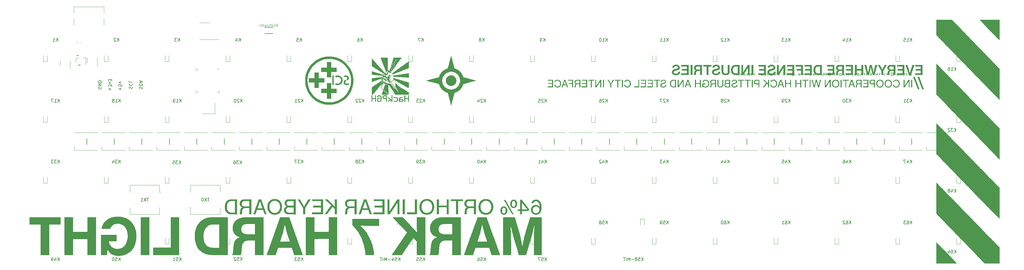
<source format=gbr>
%TF.GenerationSoftware,KiCad,Pcbnew,(6.0.0)*%
%TF.CreationDate,2022-05-03T01:33:48-04:00*%
%TF.ProjectId,HL-2040,484c2d32-3034-4302-9e6b-696361645f70,Mark 2 Rev F*%
%TF.SameCoordinates,Original*%
%TF.FileFunction,Legend,Bot*%
%TF.FilePolarity,Positive*%
%FSLAX46Y46*%
G04 Gerber Fmt 4.6, Leading zero omitted, Abs format (unit mm)*
G04 Created by KiCad (PCBNEW (6.0.0)) date 2022-05-03 01:33:48*
%MOMM*%
%LPD*%
G01*
G04 APERTURE LIST*
%ADD10C,0.150000*%
%ADD11C,0.100000*%
%ADD12C,0.040000*%
%ADD13C,0.120000*%
%ADD14C,0.127000*%
G04 APERTURE END LIST*
D10*
X65217238Y-93035285D02*
X65169619Y-92892428D01*
X65169619Y-92654333D01*
X65217238Y-92559095D01*
X65264857Y-92511476D01*
X65360095Y-92463857D01*
X65455333Y-92463857D01*
X65550571Y-92511476D01*
X65598190Y-92559095D01*
X65645809Y-92654333D01*
X65693428Y-92844809D01*
X65741047Y-92940047D01*
X65788666Y-92987666D01*
X65883904Y-93035285D01*
X65979142Y-93035285D01*
X66074380Y-92987666D01*
X66122000Y-92940047D01*
X66169619Y-92844809D01*
X66169619Y-92606714D01*
X66122000Y-92463857D01*
X65169619Y-92035285D02*
X66169619Y-92035285D01*
X66169619Y-91797190D01*
X66122000Y-91654333D01*
X66026761Y-91559095D01*
X65931523Y-91511476D01*
X65741047Y-91463857D01*
X65598190Y-91463857D01*
X65407714Y-91511476D01*
X65312476Y-91559095D01*
X65217238Y-91654333D01*
X65169619Y-91797190D01*
X65169619Y-92035285D01*
X65455333Y-91082904D02*
X65455333Y-90606714D01*
X65169619Y-91178142D02*
X66169619Y-90844809D01*
X65169619Y-90511476D01*
X61997238Y-93011476D02*
X61949619Y-92868619D01*
X61949619Y-92630523D01*
X61997238Y-92535285D01*
X62044857Y-92487666D01*
X62140095Y-92440047D01*
X62235333Y-92440047D01*
X62330571Y-92487666D01*
X62378190Y-92535285D01*
X62425809Y-92630523D01*
X62473428Y-92821000D01*
X62521047Y-92916238D01*
X62568666Y-92963857D01*
X62663904Y-93011476D01*
X62759142Y-93011476D01*
X62854380Y-92963857D01*
X62902000Y-92916238D01*
X62949619Y-92821000D01*
X62949619Y-92582904D01*
X62902000Y-92440047D01*
X62044857Y-91440047D02*
X61997238Y-91487666D01*
X61949619Y-91630523D01*
X61949619Y-91725761D01*
X61997238Y-91868619D01*
X62092476Y-91963857D01*
X62187714Y-92011476D01*
X62378190Y-92059095D01*
X62521047Y-92059095D01*
X62711523Y-92011476D01*
X62806761Y-91963857D01*
X62902000Y-91868619D01*
X62949619Y-91725761D01*
X62949619Y-91630523D01*
X62902000Y-91487666D01*
X62854380Y-91440047D01*
X61949619Y-90535285D02*
X61949619Y-91011476D01*
X62949619Y-91011476D01*
X59110571Y-93440047D02*
X59110571Y-92678142D01*
X58729619Y-93059095D02*
X59491523Y-93059095D01*
X59729619Y-91725761D02*
X59729619Y-92201952D01*
X59253428Y-92249571D01*
X59301047Y-92201952D01*
X59348666Y-92106714D01*
X59348666Y-91868619D01*
X59301047Y-91773380D01*
X59253428Y-91725761D01*
X59158190Y-91678142D01*
X58920095Y-91678142D01*
X58824857Y-91725761D01*
X58777238Y-91773380D01*
X58729619Y-91868619D01*
X58729619Y-92106714D01*
X58777238Y-92201952D01*
X58824857Y-92249571D01*
X59396285Y-91344809D02*
X58729619Y-91106714D01*
X59396285Y-90868619D01*
X55890571Y-93535285D02*
X55890571Y-92773380D01*
X55509619Y-93154333D02*
X56271523Y-93154333D01*
X56509619Y-92392428D02*
X56509619Y-91773380D01*
X56128666Y-92106714D01*
X56128666Y-91963857D01*
X56081047Y-91868619D01*
X56033428Y-91821000D01*
X55938190Y-91773380D01*
X55700095Y-91773380D01*
X55604857Y-91821000D01*
X55557238Y-91868619D01*
X55509619Y-91963857D01*
X55509619Y-92249571D01*
X55557238Y-92344809D01*
X55604857Y-92392428D01*
X56176285Y-91440047D02*
X55509619Y-91201952D01*
X56176285Y-90963857D01*
X56509619Y-90678142D02*
X56509619Y-90059095D01*
X56128666Y-90392428D01*
X56128666Y-90249571D01*
X56081047Y-90154333D01*
X56033428Y-90106714D01*
X55938190Y-90059095D01*
X55700095Y-90059095D01*
X55604857Y-90106714D01*
X55557238Y-90154333D01*
X55509619Y-90249571D01*
X55509619Y-90535285D01*
X55557238Y-90630523D01*
X55604857Y-90678142D01*
X53242000Y-92582904D02*
X53289619Y-92678142D01*
X53289619Y-92821000D01*
X53242000Y-92963857D01*
X53146761Y-93059095D01*
X53051523Y-93106714D01*
X52861047Y-93154333D01*
X52718190Y-93154333D01*
X52527714Y-93106714D01*
X52432476Y-93059095D01*
X52337238Y-92963857D01*
X52289619Y-92821000D01*
X52289619Y-92725761D01*
X52337238Y-92582904D01*
X52384857Y-92535285D01*
X52718190Y-92535285D01*
X52718190Y-92725761D01*
X52289619Y-92106714D02*
X53289619Y-92106714D01*
X52289619Y-91535285D01*
X53289619Y-91535285D01*
X52289619Y-91059095D02*
X53289619Y-91059095D01*
X53289619Y-90821000D01*
X53242000Y-90678142D01*
X53146761Y-90582904D01*
X53051523Y-90535285D01*
X52861047Y-90487666D01*
X52718190Y-90487666D01*
X52527714Y-90535285D01*
X52432476Y-90582904D01*
X52337238Y-90678142D01*
X52289619Y-90821000D01*
X52289619Y-91059095D01*
X146661109Y-146883780D02*
X146661109Y-145883780D01*
X146089680Y-146883780D02*
X146518252Y-146312352D01*
X146089680Y-145883780D02*
X146661109Y-146455209D01*
X145184919Y-145883780D02*
X145661109Y-145883780D01*
X145708728Y-146359971D01*
X145661109Y-146312352D01*
X145565871Y-146264733D01*
X145327776Y-146264733D01*
X145232538Y-146312352D01*
X145184919Y-146359971D01*
X145137299Y-146455209D01*
X145137299Y-146693304D01*
X145184919Y-146788542D01*
X145232538Y-146836161D01*
X145327776Y-146883780D01*
X145565871Y-146883780D01*
X145661109Y-146836161D01*
X145708728Y-146788542D01*
X144280157Y-146217114D02*
X144280157Y-146883780D01*
X144518252Y-145836161D02*
X144756347Y-146550447D01*
X144137299Y-146550447D01*
X143756347Y-146502828D02*
X142994442Y-146502828D01*
X142518252Y-146883780D02*
X142518252Y-145883780D01*
X142184919Y-146598066D01*
X141851585Y-145883780D01*
X141851585Y-146883780D01*
X141375395Y-146883780D02*
X141375395Y-145883780D01*
X141042061Y-145883780D02*
X140470633Y-145883780D01*
X140756347Y-146883780D02*
X140756347Y-145883780D01*
D11*
X108144142Y-73098428D02*
X108037000Y-73134142D01*
X108001285Y-73169857D01*
X107965571Y-73241285D01*
X107965571Y-73348428D01*
X108001285Y-73419857D01*
X108037000Y-73455571D01*
X108108428Y-73491285D01*
X108394142Y-73491285D01*
X108394142Y-72741285D01*
X108144142Y-72741285D01*
X108072714Y-72777000D01*
X108037000Y-72812714D01*
X108001285Y-72884142D01*
X108001285Y-72955571D01*
X108037000Y-73027000D01*
X108072714Y-73062714D01*
X108144142Y-73098428D01*
X108394142Y-73098428D01*
X107537000Y-73491285D02*
X107608428Y-73455571D01*
X107644142Y-73419857D01*
X107679857Y-73348428D01*
X107679857Y-73134142D01*
X107644142Y-73062714D01*
X107608428Y-73027000D01*
X107537000Y-72991285D01*
X107429857Y-72991285D01*
X107358428Y-73027000D01*
X107322714Y-73062714D01*
X107287000Y-73134142D01*
X107287000Y-73348428D01*
X107322714Y-73419857D01*
X107358428Y-73455571D01*
X107429857Y-73491285D01*
X107537000Y-73491285D01*
X106858428Y-73491285D02*
X106929857Y-73455571D01*
X106965571Y-73419857D01*
X107001285Y-73348428D01*
X107001285Y-73134142D01*
X106965571Y-73062714D01*
X106929857Y-73027000D01*
X106858428Y-72991285D01*
X106751285Y-72991285D01*
X106679857Y-73027000D01*
X106644142Y-73062714D01*
X106608428Y-73134142D01*
X106608428Y-73348428D01*
X106644142Y-73419857D01*
X106679857Y-73455571D01*
X106751285Y-73491285D01*
X106858428Y-73491285D01*
X106394142Y-72991285D02*
X106108428Y-72991285D01*
X106287000Y-72741285D02*
X106287000Y-73384142D01*
X106251285Y-73455571D01*
X106179857Y-73491285D01*
X106108428Y-73491285D01*
X105751285Y-73491285D02*
X105822714Y-73455571D01*
X105858428Y-73384142D01*
X105858428Y-72741285D01*
X105358428Y-73491285D02*
X105429857Y-73455571D01*
X105465571Y-73419857D01*
X105501285Y-73348428D01*
X105501285Y-73134142D01*
X105465571Y-73062714D01*
X105429857Y-73027000D01*
X105358428Y-72991285D01*
X105251285Y-72991285D01*
X105179857Y-73027000D01*
X105144142Y-73062714D01*
X105108428Y-73134142D01*
X105108428Y-73348428D01*
X105144142Y-73419857D01*
X105179857Y-73455571D01*
X105251285Y-73491285D01*
X105358428Y-73491285D01*
X104465571Y-73491285D02*
X104465571Y-73098428D01*
X104501285Y-73027000D01*
X104572714Y-72991285D01*
X104715571Y-72991285D01*
X104787000Y-73027000D01*
X104465571Y-73455571D02*
X104537000Y-73491285D01*
X104715571Y-73491285D01*
X104787000Y-73455571D01*
X104822714Y-73384142D01*
X104822714Y-73312714D01*
X104787000Y-73241285D01*
X104715571Y-73205571D01*
X104537000Y-73205571D01*
X104465571Y-73169857D01*
X103787000Y-73491285D02*
X103787000Y-72741285D01*
X103787000Y-73455571D02*
X103858428Y-73491285D01*
X104001285Y-73491285D01*
X104072714Y-73455571D01*
X104108428Y-73419857D01*
X104144142Y-73348428D01*
X104144142Y-73134142D01*
X104108428Y-73062714D01*
X104072714Y-73027000D01*
X104001285Y-72991285D01*
X103858428Y-72991285D01*
X103787000Y-73027000D01*
X103144142Y-73455571D02*
X103215571Y-73491285D01*
X103358428Y-73491285D01*
X103429857Y-73455571D01*
X103465571Y-73384142D01*
X103465571Y-73098428D01*
X103429857Y-73027000D01*
X103358428Y-72991285D01*
X103215571Y-72991285D01*
X103144142Y-73027000D01*
X103108428Y-73098428D01*
X103108428Y-73169857D01*
X103465571Y-73241285D01*
X102787000Y-73491285D02*
X102787000Y-72991285D01*
X102787000Y-73134142D02*
X102751285Y-73062714D01*
X102715571Y-73027000D01*
X102644142Y-72991285D01*
X102572714Y-72991285D01*
D10*
X222759209Y-146857980D02*
X222759209Y-145857980D01*
X222187780Y-146857980D02*
X222616352Y-146286552D01*
X222187780Y-145857980D02*
X222759209Y-146429409D01*
X221283019Y-145857980D02*
X221759209Y-145857980D01*
X221806828Y-146334171D01*
X221759209Y-146286552D01*
X221663971Y-146238933D01*
X221425876Y-146238933D01*
X221330638Y-146286552D01*
X221283019Y-146334171D01*
X221235399Y-146429409D01*
X221235399Y-146667504D01*
X221283019Y-146762742D01*
X221330638Y-146810361D01*
X221425876Y-146857980D01*
X221663971Y-146857980D01*
X221759209Y-146810361D01*
X221806828Y-146762742D01*
X220663971Y-146286552D02*
X220759209Y-146238933D01*
X220806828Y-146191314D01*
X220854447Y-146096076D01*
X220854447Y-146048457D01*
X220806828Y-145953219D01*
X220759209Y-145905600D01*
X220663971Y-145857980D01*
X220473495Y-145857980D01*
X220378257Y-145905600D01*
X220330638Y-145953219D01*
X220283019Y-146048457D01*
X220283019Y-146096076D01*
X220330638Y-146191314D01*
X220378257Y-146238933D01*
X220473495Y-146286552D01*
X220663971Y-146286552D01*
X220759209Y-146334171D01*
X220806828Y-146381790D01*
X220854447Y-146477028D01*
X220854447Y-146667504D01*
X220806828Y-146762742D01*
X220759209Y-146810361D01*
X220663971Y-146857980D01*
X220473495Y-146857980D01*
X220378257Y-146810361D01*
X220330638Y-146762742D01*
X220283019Y-146667504D01*
X220283019Y-146477028D01*
X220330638Y-146381790D01*
X220378257Y-146334171D01*
X220473495Y-146286552D01*
X219854447Y-146477028D02*
X219092542Y-146477028D01*
X218616352Y-146857980D02*
X218616352Y-145857980D01*
X218283019Y-146572266D01*
X217949685Y-145857980D01*
X217949685Y-146857980D01*
X217473495Y-146857980D02*
X217473495Y-145857980D01*
X217140161Y-145857980D02*
X216568733Y-145857980D01*
X216854447Y-146857980D02*
X216854447Y-145857980D01*
%TO.C,K2*%
X58681545Y-78239480D02*
X58681545Y-77239480D01*
X58110116Y-78239480D02*
X58538688Y-77668052D01*
X58110116Y-77239480D02*
X58681545Y-77810909D01*
X57729164Y-77334719D02*
X57681545Y-77287100D01*
X57586307Y-77239480D01*
X57348211Y-77239480D01*
X57252973Y-77287100D01*
X57205354Y-77334719D01*
X57157735Y-77429957D01*
X57157735Y-77525195D01*
X57205354Y-77668052D01*
X57776783Y-78239480D01*
X57157735Y-78239480D01*
%TO.C,K3*%
X77731545Y-78226780D02*
X77731545Y-77226780D01*
X77160116Y-78226780D02*
X77588688Y-77655352D01*
X77160116Y-77226780D02*
X77731545Y-77798209D01*
X76826783Y-77226780D02*
X76207735Y-77226780D01*
X76541069Y-77607733D01*
X76398211Y-77607733D01*
X76302973Y-77655352D01*
X76255354Y-77702971D01*
X76207735Y-77798209D01*
X76207735Y-78036304D01*
X76255354Y-78131542D01*
X76302973Y-78179161D01*
X76398211Y-78226780D01*
X76683926Y-78226780D01*
X76779164Y-78179161D01*
X76826783Y-78131542D01*
%TO.C,K6*%
X134881545Y-78239480D02*
X134881545Y-77239480D01*
X134310116Y-78239480D02*
X134738688Y-77668052D01*
X134310116Y-77239480D02*
X134881545Y-77810909D01*
X133452973Y-77239480D02*
X133643450Y-77239480D01*
X133738688Y-77287100D01*
X133786307Y-77334719D01*
X133881545Y-77477576D01*
X133929164Y-77668052D01*
X133929164Y-78049004D01*
X133881545Y-78144242D01*
X133833926Y-78191861D01*
X133738688Y-78239480D01*
X133548211Y-78239480D01*
X133452973Y-78191861D01*
X133405354Y-78144242D01*
X133357735Y-78049004D01*
X133357735Y-77810909D01*
X133405354Y-77715671D01*
X133452973Y-77668052D01*
X133548211Y-77620433D01*
X133738688Y-77620433D01*
X133833926Y-77668052D01*
X133881545Y-77715671D01*
X133929164Y-77810909D01*
%TO.C,K7*%
X153931545Y-78239480D02*
X153931545Y-77239480D01*
X153360116Y-78239480D02*
X153788688Y-77668052D01*
X153360116Y-77239480D02*
X153931545Y-77810909D01*
X153026783Y-77239480D02*
X152360116Y-77239480D01*
X152788688Y-78239480D01*
%TO.C,K8*%
X172981545Y-78239480D02*
X172981545Y-77239480D01*
X172410116Y-78239480D02*
X172838688Y-77668052D01*
X172410116Y-77239480D02*
X172981545Y-77810909D01*
X171838688Y-77668052D02*
X171933926Y-77620433D01*
X171981545Y-77572814D01*
X172029164Y-77477576D01*
X172029164Y-77429957D01*
X171981545Y-77334719D01*
X171933926Y-77287100D01*
X171838688Y-77239480D01*
X171648211Y-77239480D01*
X171552973Y-77287100D01*
X171505354Y-77334719D01*
X171457735Y-77429957D01*
X171457735Y-77477576D01*
X171505354Y-77572814D01*
X171552973Y-77620433D01*
X171648211Y-77668052D01*
X171838688Y-77668052D01*
X171933926Y-77715671D01*
X171981545Y-77763290D01*
X172029164Y-77858528D01*
X172029164Y-78049004D01*
X171981545Y-78144242D01*
X171933926Y-78191861D01*
X171838688Y-78239480D01*
X171648211Y-78239480D01*
X171552973Y-78191861D01*
X171505354Y-78144242D01*
X171457735Y-78049004D01*
X171457735Y-77858528D01*
X171505354Y-77763290D01*
X171552973Y-77715671D01*
X171648211Y-77668052D01*
%TO.C,K9*%
X192031845Y-78239880D02*
X192031845Y-77239880D01*
X191460416Y-78239880D02*
X191888988Y-77668452D01*
X191460416Y-77239880D02*
X192031845Y-77811309D01*
X190984226Y-78239880D02*
X190793750Y-78239880D01*
X190698511Y-78192261D01*
X190650892Y-78144642D01*
X190555654Y-78001785D01*
X190508035Y-77811309D01*
X190508035Y-77430357D01*
X190555654Y-77335119D01*
X190603273Y-77287500D01*
X190698511Y-77239880D01*
X190888988Y-77239880D01*
X190984226Y-77287500D01*
X191031845Y-77335119D01*
X191079464Y-77430357D01*
X191079464Y-77668452D01*
X191031845Y-77763690D01*
X190984226Y-77811309D01*
X190888988Y-77858928D01*
X190698511Y-77858928D01*
X190603273Y-77811309D01*
X190555654Y-77763690D01*
X190508035Y-77668452D01*
%TO.C,K10*%
X211557735Y-78239480D02*
X211557735Y-77239480D01*
X210986307Y-78239480D02*
X211414878Y-77668052D01*
X210986307Y-77239480D02*
X211557735Y-77810909D01*
X210033926Y-78239480D02*
X210605354Y-78239480D01*
X210319640Y-78239480D02*
X210319640Y-77239480D01*
X210414878Y-77382338D01*
X210510116Y-77477576D01*
X210605354Y-77525195D01*
X209414878Y-77239480D02*
X209319640Y-77239480D01*
X209224402Y-77287100D01*
X209176783Y-77334719D01*
X209129164Y-77429957D01*
X209081545Y-77620433D01*
X209081545Y-77858528D01*
X209129164Y-78049004D01*
X209176783Y-78144242D01*
X209224402Y-78191861D01*
X209319640Y-78239480D01*
X209414878Y-78239480D01*
X209510116Y-78191861D01*
X209557735Y-78144242D01*
X209605354Y-78049004D01*
X209652973Y-77858528D01*
X209652973Y-77620433D01*
X209605354Y-77429957D01*
X209557735Y-77334719D01*
X209510116Y-77287100D01*
X209414878Y-77239480D01*
%TO.C,K11*%
X230607735Y-78239480D02*
X230607735Y-77239480D01*
X230036307Y-78239480D02*
X230464878Y-77668052D01*
X230036307Y-77239480D02*
X230607735Y-77810909D01*
X229083926Y-78239480D02*
X229655354Y-78239480D01*
X229369640Y-78239480D02*
X229369640Y-77239480D01*
X229464878Y-77382338D01*
X229560116Y-77477576D01*
X229655354Y-77525195D01*
X228131545Y-78239480D02*
X228702973Y-78239480D01*
X228417259Y-78239480D02*
X228417259Y-77239480D01*
X228512497Y-77382338D01*
X228607735Y-77477576D01*
X228702973Y-77525195D01*
%TO.C,K12*%
X249657735Y-78239480D02*
X249657735Y-77239480D01*
X249086307Y-78239480D02*
X249514878Y-77668052D01*
X249086307Y-77239480D02*
X249657735Y-77810909D01*
X248133926Y-78239480D02*
X248705354Y-78239480D01*
X248419640Y-78239480D02*
X248419640Y-77239480D01*
X248514878Y-77382338D01*
X248610116Y-77477576D01*
X248705354Y-77525195D01*
X247752973Y-77334719D02*
X247705354Y-77287100D01*
X247610116Y-77239480D01*
X247372021Y-77239480D01*
X247276783Y-77287100D01*
X247229164Y-77334719D01*
X247181545Y-77429957D01*
X247181545Y-77525195D01*
X247229164Y-77668052D01*
X247800592Y-78239480D01*
X247181545Y-78239480D01*
%TO.C,K13*%
X268707735Y-78239480D02*
X268707735Y-77239480D01*
X268136307Y-78239480D02*
X268564878Y-77668052D01*
X268136307Y-77239480D02*
X268707735Y-77810909D01*
X267183926Y-78239480D02*
X267755354Y-78239480D01*
X267469640Y-78239480D02*
X267469640Y-77239480D01*
X267564878Y-77382338D01*
X267660116Y-77477576D01*
X267755354Y-77525195D01*
X266850592Y-77239480D02*
X266231545Y-77239480D01*
X266564878Y-77620433D01*
X266422021Y-77620433D01*
X266326783Y-77668052D01*
X266279164Y-77715671D01*
X266231545Y-77810909D01*
X266231545Y-78049004D01*
X266279164Y-78144242D01*
X266326783Y-78191861D01*
X266422021Y-78239480D01*
X266707735Y-78239480D01*
X266802973Y-78191861D01*
X266850592Y-78144242D01*
%TO.C,K14*%
X287757735Y-78239480D02*
X287757735Y-77239480D01*
X287186307Y-78239480D02*
X287614878Y-77668052D01*
X287186307Y-77239480D02*
X287757735Y-77810909D01*
X286233926Y-78239480D02*
X286805354Y-78239480D01*
X286519640Y-78239480D02*
X286519640Y-77239480D01*
X286614878Y-77382338D01*
X286710116Y-77477576D01*
X286805354Y-77525195D01*
X285376783Y-77572814D02*
X285376783Y-78239480D01*
X285614878Y-77191861D02*
X285852973Y-77906147D01*
X285233926Y-77906147D01*
%TO.C,K15*%
X306807735Y-78239480D02*
X306807735Y-77239480D01*
X306236307Y-78239480D02*
X306664878Y-77668052D01*
X306236307Y-77239480D02*
X306807735Y-77810909D01*
X305283926Y-78239480D02*
X305855354Y-78239480D01*
X305569640Y-78239480D02*
X305569640Y-77239480D01*
X305664878Y-77382338D01*
X305760116Y-77477576D01*
X305855354Y-77525195D01*
X304379164Y-77239480D02*
X304855354Y-77239480D01*
X304902973Y-77715671D01*
X304855354Y-77668052D01*
X304760116Y-77620433D01*
X304522021Y-77620433D01*
X304426783Y-77668052D01*
X304379164Y-77715671D01*
X304331545Y-77810909D01*
X304331545Y-78049004D01*
X304379164Y-78144242D01*
X304426783Y-78191861D01*
X304522021Y-78239480D01*
X304760116Y-78239480D01*
X304855354Y-78191861D01*
X304902973Y-78144242D01*
%TO.C,K16*%
X320619285Y-87320380D02*
X320619285Y-86320380D01*
X320047857Y-87320380D02*
X320476428Y-86748952D01*
X320047857Y-86320380D02*
X320619285Y-86891809D01*
X319095476Y-87320380D02*
X319666904Y-87320380D01*
X319381190Y-87320380D02*
X319381190Y-86320380D01*
X319476428Y-86463238D01*
X319571666Y-86558476D01*
X319666904Y-86606095D01*
X318238333Y-86320380D02*
X318428809Y-86320380D01*
X318524047Y-86368000D01*
X318571666Y-86415619D01*
X318666904Y-86558476D01*
X318714523Y-86748952D01*
X318714523Y-87129904D01*
X318666904Y-87225142D01*
X318619285Y-87272761D01*
X318524047Y-87320380D01*
X318333571Y-87320380D01*
X318238333Y-87272761D01*
X318190714Y-87225142D01*
X318143095Y-87129904D01*
X318143095Y-86891809D01*
X318190714Y-86796571D01*
X318238333Y-86748952D01*
X318333571Y-86701333D01*
X318524047Y-86701333D01*
X318619285Y-86748952D01*
X318666904Y-86796571D01*
X318714523Y-86891809D01*
%TO.C,K17*%
X40108035Y-97289880D02*
X40108035Y-96289880D01*
X39536607Y-97289880D02*
X39965178Y-96718452D01*
X39536607Y-96289880D02*
X40108035Y-96861309D01*
X38584226Y-97289880D02*
X39155654Y-97289880D01*
X38869940Y-97289880D02*
X38869940Y-96289880D01*
X38965178Y-96432738D01*
X39060416Y-96527976D01*
X39155654Y-96575595D01*
X38250892Y-96289880D02*
X37584226Y-96289880D01*
X38012797Y-97289880D01*
%TO.C,K18*%
X59157735Y-97289480D02*
X59157735Y-96289480D01*
X58586307Y-97289480D02*
X59014878Y-96718052D01*
X58586307Y-96289480D02*
X59157735Y-96860909D01*
X57633926Y-97289480D02*
X58205354Y-97289480D01*
X57919640Y-97289480D02*
X57919640Y-96289480D01*
X58014878Y-96432338D01*
X58110116Y-96527576D01*
X58205354Y-96575195D01*
X57062497Y-96718052D02*
X57157735Y-96670433D01*
X57205354Y-96622814D01*
X57252973Y-96527576D01*
X57252973Y-96479957D01*
X57205354Y-96384719D01*
X57157735Y-96337100D01*
X57062497Y-96289480D01*
X56872021Y-96289480D01*
X56776783Y-96337100D01*
X56729164Y-96384719D01*
X56681545Y-96479957D01*
X56681545Y-96527576D01*
X56729164Y-96622814D01*
X56776783Y-96670433D01*
X56872021Y-96718052D01*
X57062497Y-96718052D01*
X57157735Y-96765671D01*
X57205354Y-96813290D01*
X57252973Y-96908528D01*
X57252973Y-97099004D01*
X57205354Y-97194242D01*
X57157735Y-97241861D01*
X57062497Y-97289480D01*
X56872021Y-97289480D01*
X56776783Y-97241861D01*
X56729164Y-97194242D01*
X56681545Y-97099004D01*
X56681545Y-96908528D01*
X56729164Y-96813290D01*
X56776783Y-96765671D01*
X56872021Y-96718052D01*
%TO.C,K19*%
X78207735Y-97289480D02*
X78207735Y-96289480D01*
X77636307Y-97289480D02*
X78064878Y-96718052D01*
X77636307Y-96289480D02*
X78207735Y-96860909D01*
X76683926Y-97289480D02*
X77255354Y-97289480D01*
X76969640Y-97289480D02*
X76969640Y-96289480D01*
X77064878Y-96432338D01*
X77160116Y-96527576D01*
X77255354Y-96575195D01*
X76207735Y-97289480D02*
X76017259Y-97289480D01*
X75922021Y-97241861D01*
X75874402Y-97194242D01*
X75779164Y-97051385D01*
X75731545Y-96860909D01*
X75731545Y-96479957D01*
X75779164Y-96384719D01*
X75826783Y-96337100D01*
X75922021Y-96289480D01*
X76112497Y-96289480D01*
X76207735Y-96337100D01*
X76255354Y-96384719D01*
X76302973Y-96479957D01*
X76302973Y-96718052D01*
X76255354Y-96813290D01*
X76207735Y-96860909D01*
X76112497Y-96908528D01*
X75922021Y-96908528D01*
X75826783Y-96860909D01*
X75779164Y-96813290D01*
X75731545Y-96718052D01*
%TO.C,K22*%
X135357735Y-97289480D02*
X135357735Y-96289480D01*
X134786307Y-97289480D02*
X135214878Y-96718052D01*
X134786307Y-96289480D02*
X135357735Y-96860909D01*
X134405354Y-96384719D02*
X134357735Y-96337100D01*
X134262497Y-96289480D01*
X134024402Y-96289480D01*
X133929164Y-96337100D01*
X133881545Y-96384719D01*
X133833926Y-96479957D01*
X133833926Y-96575195D01*
X133881545Y-96718052D01*
X134452973Y-97289480D01*
X133833926Y-97289480D01*
X133452973Y-96384719D02*
X133405354Y-96337100D01*
X133310116Y-96289480D01*
X133072021Y-96289480D01*
X132976783Y-96337100D01*
X132929164Y-96384719D01*
X132881545Y-96479957D01*
X132881545Y-96575195D01*
X132929164Y-96718052D01*
X133500592Y-97289480D01*
X132881545Y-97289480D01*
%TO.C,K23*%
X154407735Y-97289480D02*
X154407735Y-96289480D01*
X153836307Y-97289480D02*
X154264878Y-96718052D01*
X153836307Y-96289480D02*
X154407735Y-96860909D01*
X153455354Y-96384719D02*
X153407735Y-96337100D01*
X153312497Y-96289480D01*
X153074402Y-96289480D01*
X152979164Y-96337100D01*
X152931545Y-96384719D01*
X152883926Y-96479957D01*
X152883926Y-96575195D01*
X152931545Y-96718052D01*
X153502973Y-97289480D01*
X152883926Y-97289480D01*
X152550592Y-96289480D02*
X151931545Y-96289480D01*
X152264878Y-96670433D01*
X152122021Y-96670433D01*
X152026783Y-96718052D01*
X151979164Y-96765671D01*
X151931545Y-96860909D01*
X151931545Y-97099004D01*
X151979164Y-97194242D01*
X152026783Y-97241861D01*
X152122021Y-97289480D01*
X152407735Y-97289480D01*
X152502973Y-97241861D01*
X152550592Y-97194242D01*
%TO.C,K24*%
X173457735Y-97289480D02*
X173457735Y-96289480D01*
X172886307Y-97289480D02*
X173314878Y-96718052D01*
X172886307Y-96289480D02*
X173457735Y-96860909D01*
X172505354Y-96384719D02*
X172457735Y-96337100D01*
X172362497Y-96289480D01*
X172124402Y-96289480D01*
X172029164Y-96337100D01*
X171981545Y-96384719D01*
X171933926Y-96479957D01*
X171933926Y-96575195D01*
X171981545Y-96718052D01*
X172552973Y-97289480D01*
X171933926Y-97289480D01*
X171076783Y-96622814D02*
X171076783Y-97289480D01*
X171314878Y-96241861D02*
X171552973Y-96956147D01*
X170933926Y-96956147D01*
%TO.C,K25*%
X192507735Y-97289480D02*
X192507735Y-96289480D01*
X191936307Y-97289480D02*
X192364878Y-96718052D01*
X191936307Y-96289480D02*
X192507735Y-96860909D01*
X191555354Y-96384719D02*
X191507735Y-96337100D01*
X191412497Y-96289480D01*
X191174402Y-96289480D01*
X191079164Y-96337100D01*
X191031545Y-96384719D01*
X190983926Y-96479957D01*
X190983926Y-96575195D01*
X191031545Y-96718052D01*
X191602973Y-97289480D01*
X190983926Y-97289480D01*
X190079164Y-96289480D02*
X190555354Y-96289480D01*
X190602973Y-96765671D01*
X190555354Y-96718052D01*
X190460116Y-96670433D01*
X190222021Y-96670433D01*
X190126783Y-96718052D01*
X190079164Y-96765671D01*
X190031545Y-96860909D01*
X190031545Y-97099004D01*
X190079164Y-97194242D01*
X190126783Y-97241861D01*
X190222021Y-97289480D01*
X190460116Y-97289480D01*
X190555354Y-97241861D01*
X190602973Y-97194242D01*
%TO.C,K26*%
X211557735Y-97289480D02*
X211557735Y-96289480D01*
X210986307Y-97289480D02*
X211414878Y-96718052D01*
X210986307Y-96289480D02*
X211557735Y-96860909D01*
X210605354Y-96384719D02*
X210557735Y-96337100D01*
X210462497Y-96289480D01*
X210224402Y-96289480D01*
X210129164Y-96337100D01*
X210081545Y-96384719D01*
X210033926Y-96479957D01*
X210033926Y-96575195D01*
X210081545Y-96718052D01*
X210652973Y-97289480D01*
X210033926Y-97289480D01*
X209176783Y-96289480D02*
X209367259Y-96289480D01*
X209462497Y-96337100D01*
X209510116Y-96384719D01*
X209605354Y-96527576D01*
X209652973Y-96718052D01*
X209652973Y-97099004D01*
X209605354Y-97194242D01*
X209557735Y-97241861D01*
X209462497Y-97289480D01*
X209272021Y-97289480D01*
X209176783Y-97241861D01*
X209129164Y-97194242D01*
X209081545Y-97099004D01*
X209081545Y-96860909D01*
X209129164Y-96765671D01*
X209176783Y-96718052D01*
X209272021Y-96670433D01*
X209462497Y-96670433D01*
X209557735Y-96718052D01*
X209605354Y-96765671D01*
X209652973Y-96860909D01*
%TO.C,K27*%
X230607735Y-97289480D02*
X230607735Y-96289480D01*
X230036307Y-97289480D02*
X230464878Y-96718052D01*
X230036307Y-96289480D02*
X230607735Y-96860909D01*
X229655354Y-96384719D02*
X229607735Y-96337100D01*
X229512497Y-96289480D01*
X229274402Y-96289480D01*
X229179164Y-96337100D01*
X229131545Y-96384719D01*
X229083926Y-96479957D01*
X229083926Y-96575195D01*
X229131545Y-96718052D01*
X229702973Y-97289480D01*
X229083926Y-97289480D01*
X228750592Y-96289480D02*
X228083926Y-96289480D01*
X228512497Y-97289480D01*
%TO.C,K28*%
X249657735Y-97289480D02*
X249657735Y-96289480D01*
X249086307Y-97289480D02*
X249514878Y-96718052D01*
X249086307Y-96289480D02*
X249657735Y-96860909D01*
X248705354Y-96384719D02*
X248657735Y-96337100D01*
X248562497Y-96289480D01*
X248324402Y-96289480D01*
X248229164Y-96337100D01*
X248181545Y-96384719D01*
X248133926Y-96479957D01*
X248133926Y-96575195D01*
X248181545Y-96718052D01*
X248752973Y-97289480D01*
X248133926Y-97289480D01*
X247562497Y-96718052D02*
X247657735Y-96670433D01*
X247705354Y-96622814D01*
X247752973Y-96527576D01*
X247752973Y-96479957D01*
X247705354Y-96384719D01*
X247657735Y-96337100D01*
X247562497Y-96289480D01*
X247372021Y-96289480D01*
X247276783Y-96337100D01*
X247229164Y-96384719D01*
X247181545Y-96479957D01*
X247181545Y-96527576D01*
X247229164Y-96622814D01*
X247276783Y-96670433D01*
X247372021Y-96718052D01*
X247562497Y-96718052D01*
X247657735Y-96765671D01*
X247705354Y-96813290D01*
X247752973Y-96908528D01*
X247752973Y-97099004D01*
X247705354Y-97194242D01*
X247657735Y-97241861D01*
X247562497Y-97289480D01*
X247372021Y-97289480D01*
X247276783Y-97241861D01*
X247229164Y-97194242D01*
X247181545Y-97099004D01*
X247181545Y-96908528D01*
X247229164Y-96813290D01*
X247276783Y-96765671D01*
X247372021Y-96718052D01*
%TO.C,K29*%
X268707735Y-97289480D02*
X268707735Y-96289480D01*
X268136307Y-97289480D02*
X268564878Y-96718052D01*
X268136307Y-96289480D02*
X268707735Y-96860909D01*
X267755354Y-96384719D02*
X267707735Y-96337100D01*
X267612497Y-96289480D01*
X267374402Y-96289480D01*
X267279164Y-96337100D01*
X267231545Y-96384719D01*
X267183926Y-96479957D01*
X267183926Y-96575195D01*
X267231545Y-96718052D01*
X267802973Y-97289480D01*
X267183926Y-97289480D01*
X266707735Y-97289480D02*
X266517259Y-97289480D01*
X266422021Y-97241861D01*
X266374402Y-97194242D01*
X266279164Y-97051385D01*
X266231545Y-96860909D01*
X266231545Y-96479957D01*
X266279164Y-96384719D01*
X266326783Y-96337100D01*
X266422021Y-96289480D01*
X266612497Y-96289480D01*
X266707735Y-96337100D01*
X266755354Y-96384719D01*
X266802973Y-96479957D01*
X266802973Y-96718052D01*
X266755354Y-96813290D01*
X266707735Y-96860909D01*
X266612497Y-96908528D01*
X266422021Y-96908528D01*
X266326783Y-96860909D01*
X266279164Y-96813290D01*
X266231545Y-96718052D01*
%TO.C,K30*%
X287757735Y-97289480D02*
X287757735Y-96289480D01*
X287186307Y-97289480D02*
X287614878Y-96718052D01*
X287186307Y-96289480D02*
X287757735Y-96860909D01*
X286852973Y-96289480D02*
X286233926Y-96289480D01*
X286567259Y-96670433D01*
X286424402Y-96670433D01*
X286329164Y-96718052D01*
X286281545Y-96765671D01*
X286233926Y-96860909D01*
X286233926Y-97099004D01*
X286281545Y-97194242D01*
X286329164Y-97241861D01*
X286424402Y-97289480D01*
X286710116Y-97289480D01*
X286805354Y-97241861D01*
X286852973Y-97194242D01*
X285614878Y-96289480D02*
X285519640Y-96289480D01*
X285424402Y-96337100D01*
X285376783Y-96384719D01*
X285329164Y-96479957D01*
X285281545Y-96670433D01*
X285281545Y-96908528D01*
X285329164Y-97099004D01*
X285376783Y-97194242D01*
X285424402Y-97241861D01*
X285519640Y-97289480D01*
X285614878Y-97289480D01*
X285710116Y-97241861D01*
X285757735Y-97194242D01*
X285805354Y-97099004D01*
X285852973Y-96908528D01*
X285852973Y-96670433D01*
X285805354Y-96479957D01*
X285757735Y-96384719D01*
X285710116Y-96337100D01*
X285614878Y-96289480D01*
%TO.C,K31*%
X306807735Y-97289480D02*
X306807735Y-96289480D01*
X306236307Y-97289480D02*
X306664878Y-96718052D01*
X306236307Y-96289480D02*
X306807735Y-96860909D01*
X305902973Y-96289480D02*
X305283926Y-96289480D01*
X305617259Y-96670433D01*
X305474402Y-96670433D01*
X305379164Y-96718052D01*
X305331545Y-96765671D01*
X305283926Y-96860909D01*
X305283926Y-97099004D01*
X305331545Y-97194242D01*
X305379164Y-97241861D01*
X305474402Y-97289480D01*
X305760116Y-97289480D01*
X305855354Y-97241861D01*
X305902973Y-97194242D01*
X304331545Y-97289480D02*
X304902973Y-97289480D01*
X304617259Y-97289480D02*
X304617259Y-96289480D01*
X304712497Y-96432338D01*
X304807735Y-96527576D01*
X304902973Y-96575195D01*
%TO.C,K32*%
X320619285Y-106370380D02*
X320619285Y-105370380D01*
X320047857Y-106370380D02*
X320476428Y-105798952D01*
X320047857Y-105370380D02*
X320619285Y-105941809D01*
X319714523Y-105370380D02*
X319095476Y-105370380D01*
X319428809Y-105751333D01*
X319285952Y-105751333D01*
X319190714Y-105798952D01*
X319143095Y-105846571D01*
X319095476Y-105941809D01*
X319095476Y-106179904D01*
X319143095Y-106275142D01*
X319190714Y-106322761D01*
X319285952Y-106370380D01*
X319571666Y-106370380D01*
X319666904Y-106322761D01*
X319714523Y-106275142D01*
X318714523Y-105465619D02*
X318666904Y-105418000D01*
X318571666Y-105370380D01*
X318333571Y-105370380D01*
X318238333Y-105418000D01*
X318190714Y-105465619D01*
X318143095Y-105560857D01*
X318143095Y-105656095D01*
X318190714Y-105798952D01*
X318762142Y-106370380D01*
X318143095Y-106370380D01*
%TO.C,K33*%
X40108035Y-116339880D02*
X40108035Y-115339880D01*
X39536607Y-116339880D02*
X39965178Y-115768452D01*
X39536607Y-115339880D02*
X40108035Y-115911309D01*
X39203273Y-115339880D02*
X38584226Y-115339880D01*
X38917559Y-115720833D01*
X38774702Y-115720833D01*
X38679464Y-115768452D01*
X38631845Y-115816071D01*
X38584226Y-115911309D01*
X38584226Y-116149404D01*
X38631845Y-116244642D01*
X38679464Y-116292261D01*
X38774702Y-116339880D01*
X39060416Y-116339880D01*
X39155654Y-116292261D01*
X39203273Y-116244642D01*
X38250892Y-115339880D02*
X37631845Y-115339880D01*
X37965178Y-115720833D01*
X37822321Y-115720833D01*
X37727083Y-115768452D01*
X37679464Y-115816071D01*
X37631845Y-115911309D01*
X37631845Y-116149404D01*
X37679464Y-116244642D01*
X37727083Y-116292261D01*
X37822321Y-116339880D01*
X38108035Y-116339880D01*
X38203273Y-116292261D01*
X38250892Y-116244642D01*
%TO.C,K34*%
X59158035Y-116339880D02*
X59158035Y-115339880D01*
X58586607Y-116339880D02*
X59015178Y-115768452D01*
X58586607Y-115339880D02*
X59158035Y-115911309D01*
X58253273Y-115339880D02*
X57634226Y-115339880D01*
X57967559Y-115720833D01*
X57824702Y-115720833D01*
X57729464Y-115768452D01*
X57681845Y-115816071D01*
X57634226Y-115911309D01*
X57634226Y-116149404D01*
X57681845Y-116244642D01*
X57729464Y-116292261D01*
X57824702Y-116339880D01*
X58110416Y-116339880D01*
X58205654Y-116292261D01*
X58253273Y-116244642D01*
X56777083Y-115673214D02*
X56777083Y-116339880D01*
X57015178Y-115292261D02*
X57253273Y-116006547D01*
X56634226Y-116006547D01*
%TO.C,K35*%
X78048985Y-116561730D02*
X78048985Y-115561730D01*
X77477557Y-116561730D02*
X77906128Y-115990302D01*
X77477557Y-115561730D02*
X78048985Y-116133159D01*
X77144223Y-115561730D02*
X76525176Y-115561730D01*
X76858509Y-115942683D01*
X76715652Y-115942683D01*
X76620414Y-115990302D01*
X76572795Y-116037921D01*
X76525176Y-116133159D01*
X76525176Y-116371254D01*
X76572795Y-116466492D01*
X76620414Y-116514111D01*
X76715652Y-116561730D01*
X77001366Y-116561730D01*
X77096604Y-116514111D01*
X77144223Y-116466492D01*
X75620414Y-115561730D02*
X76096604Y-115561730D01*
X76144223Y-116037921D01*
X76096604Y-115990302D01*
X76001366Y-115942683D01*
X75763271Y-115942683D01*
X75668033Y-115990302D01*
X75620414Y-116037921D01*
X75572795Y-116133159D01*
X75572795Y-116371254D01*
X75620414Y-116466492D01*
X75668033Y-116514111D01*
X75763271Y-116561730D01*
X76001366Y-116561730D01*
X76096604Y-116514111D01*
X76144223Y-116466492D01*
%TO.C,K36*%
X97098985Y-116561730D02*
X97098985Y-115561730D01*
X96527557Y-116561730D02*
X96956128Y-115990302D01*
X96527557Y-115561730D02*
X97098985Y-116133159D01*
X96194223Y-115561730D02*
X95575176Y-115561730D01*
X95908509Y-115942683D01*
X95765652Y-115942683D01*
X95670414Y-115990302D01*
X95622795Y-116037921D01*
X95575176Y-116133159D01*
X95575176Y-116371254D01*
X95622795Y-116466492D01*
X95670414Y-116514111D01*
X95765652Y-116561730D01*
X96051366Y-116561730D01*
X96146604Y-116514111D01*
X96194223Y-116466492D01*
X94718033Y-115561730D02*
X94908509Y-115561730D01*
X95003747Y-115609350D01*
X95051366Y-115656969D01*
X95146604Y-115799826D01*
X95194223Y-115990302D01*
X95194223Y-116371254D01*
X95146604Y-116466492D01*
X95098985Y-116514111D01*
X95003747Y-116561730D01*
X94813271Y-116561730D01*
X94718033Y-116514111D01*
X94670414Y-116466492D01*
X94622795Y-116371254D01*
X94622795Y-116133159D01*
X94670414Y-116037921D01*
X94718033Y-115990302D01*
X94813271Y-115942683D01*
X95003747Y-115942683D01*
X95098985Y-115990302D01*
X95146604Y-116037921D01*
X95194223Y-116133159D01*
%TO.C,K37*%
X116307735Y-116339480D02*
X116307735Y-115339480D01*
X115736307Y-116339480D02*
X116164878Y-115768052D01*
X115736307Y-115339480D02*
X116307735Y-115910909D01*
X115402973Y-115339480D02*
X114783926Y-115339480D01*
X115117259Y-115720433D01*
X114974402Y-115720433D01*
X114879164Y-115768052D01*
X114831545Y-115815671D01*
X114783926Y-115910909D01*
X114783926Y-116149004D01*
X114831545Y-116244242D01*
X114879164Y-116291861D01*
X114974402Y-116339480D01*
X115260116Y-116339480D01*
X115355354Y-116291861D01*
X115402973Y-116244242D01*
X114450592Y-115339480D02*
X113783926Y-115339480D01*
X114212497Y-116339480D01*
%TO.C,K38*%
X135357735Y-116339480D02*
X135357735Y-115339480D01*
X134786307Y-116339480D02*
X135214878Y-115768052D01*
X134786307Y-115339480D02*
X135357735Y-115910909D01*
X134452973Y-115339480D02*
X133833926Y-115339480D01*
X134167259Y-115720433D01*
X134024402Y-115720433D01*
X133929164Y-115768052D01*
X133881545Y-115815671D01*
X133833926Y-115910909D01*
X133833926Y-116149004D01*
X133881545Y-116244242D01*
X133929164Y-116291861D01*
X134024402Y-116339480D01*
X134310116Y-116339480D01*
X134405354Y-116291861D01*
X134452973Y-116244242D01*
X133262497Y-115768052D02*
X133357735Y-115720433D01*
X133405354Y-115672814D01*
X133452973Y-115577576D01*
X133452973Y-115529957D01*
X133405354Y-115434719D01*
X133357735Y-115387100D01*
X133262497Y-115339480D01*
X133072021Y-115339480D01*
X132976783Y-115387100D01*
X132929164Y-115434719D01*
X132881545Y-115529957D01*
X132881545Y-115577576D01*
X132929164Y-115672814D01*
X132976783Y-115720433D01*
X133072021Y-115768052D01*
X133262497Y-115768052D01*
X133357735Y-115815671D01*
X133405354Y-115863290D01*
X133452973Y-115958528D01*
X133452973Y-116149004D01*
X133405354Y-116244242D01*
X133357735Y-116291861D01*
X133262497Y-116339480D01*
X133072021Y-116339480D01*
X132976783Y-116291861D01*
X132929164Y-116244242D01*
X132881545Y-116149004D01*
X132881545Y-115958528D01*
X132929164Y-115863290D01*
X132976783Y-115815671D01*
X133072021Y-115768052D01*
%TO.C,K39*%
X154407735Y-116339480D02*
X154407735Y-115339480D01*
X153836307Y-116339480D02*
X154264878Y-115768052D01*
X153836307Y-115339480D02*
X154407735Y-115910909D01*
X153502973Y-115339480D02*
X152883926Y-115339480D01*
X153217259Y-115720433D01*
X153074402Y-115720433D01*
X152979164Y-115768052D01*
X152931545Y-115815671D01*
X152883926Y-115910909D01*
X152883926Y-116149004D01*
X152931545Y-116244242D01*
X152979164Y-116291861D01*
X153074402Y-116339480D01*
X153360116Y-116339480D01*
X153455354Y-116291861D01*
X153502973Y-116244242D01*
X152407735Y-116339480D02*
X152217259Y-116339480D01*
X152122021Y-116291861D01*
X152074402Y-116244242D01*
X151979164Y-116101385D01*
X151931545Y-115910909D01*
X151931545Y-115529957D01*
X151979164Y-115434719D01*
X152026783Y-115387100D01*
X152122021Y-115339480D01*
X152312497Y-115339480D01*
X152407735Y-115387100D01*
X152455354Y-115434719D01*
X152502973Y-115529957D01*
X152502973Y-115768052D01*
X152455354Y-115863290D01*
X152407735Y-115910909D01*
X152312497Y-115958528D01*
X152122021Y-115958528D01*
X152026783Y-115910909D01*
X151979164Y-115863290D01*
X151931545Y-115768052D01*
%TO.C,K40*%
X173457735Y-116339480D02*
X173457735Y-115339480D01*
X172886307Y-116339480D02*
X173314878Y-115768052D01*
X172886307Y-115339480D02*
X173457735Y-115910909D01*
X172029164Y-115672814D02*
X172029164Y-116339480D01*
X172267259Y-115291861D02*
X172505354Y-116006147D01*
X171886307Y-116006147D01*
X171314878Y-115339480D02*
X171219640Y-115339480D01*
X171124402Y-115387100D01*
X171076783Y-115434719D01*
X171029164Y-115529957D01*
X170981545Y-115720433D01*
X170981545Y-115958528D01*
X171029164Y-116149004D01*
X171076783Y-116244242D01*
X171124402Y-116291861D01*
X171219640Y-116339480D01*
X171314878Y-116339480D01*
X171410116Y-116291861D01*
X171457735Y-116244242D01*
X171505354Y-116149004D01*
X171552973Y-115958528D01*
X171552973Y-115720433D01*
X171505354Y-115529957D01*
X171457735Y-115434719D01*
X171410116Y-115387100D01*
X171314878Y-115339480D01*
%TO.C,K41*%
X192507735Y-116339480D02*
X192507735Y-115339480D01*
X191936307Y-116339480D02*
X192364878Y-115768052D01*
X191936307Y-115339480D02*
X192507735Y-115910909D01*
X191079164Y-115672814D02*
X191079164Y-116339480D01*
X191317259Y-115291861D02*
X191555354Y-116006147D01*
X190936307Y-116006147D01*
X190031545Y-116339480D02*
X190602973Y-116339480D01*
X190317259Y-116339480D02*
X190317259Y-115339480D01*
X190412497Y-115482338D01*
X190507735Y-115577576D01*
X190602973Y-115625195D01*
%TO.C,K42*%
X211557735Y-116339480D02*
X211557735Y-115339480D01*
X210986307Y-116339480D02*
X211414878Y-115768052D01*
X210986307Y-115339480D02*
X211557735Y-115910909D01*
X210129164Y-115672814D02*
X210129164Y-116339480D01*
X210367259Y-115291861D02*
X210605354Y-116006147D01*
X209986307Y-116006147D01*
X209652973Y-115434719D02*
X209605354Y-115387100D01*
X209510116Y-115339480D01*
X209272021Y-115339480D01*
X209176783Y-115387100D01*
X209129164Y-115434719D01*
X209081545Y-115529957D01*
X209081545Y-115625195D01*
X209129164Y-115768052D01*
X209700592Y-116339480D01*
X209081545Y-116339480D01*
%TO.C,K43*%
X230607735Y-116339480D02*
X230607735Y-115339480D01*
X230036307Y-116339480D02*
X230464878Y-115768052D01*
X230036307Y-115339480D02*
X230607735Y-115910909D01*
X229179164Y-115672814D02*
X229179164Y-116339480D01*
X229417259Y-115291861D02*
X229655354Y-116006147D01*
X229036307Y-116006147D01*
X228750592Y-115339480D02*
X228131545Y-115339480D01*
X228464878Y-115720433D01*
X228322021Y-115720433D01*
X228226783Y-115768052D01*
X228179164Y-115815671D01*
X228131545Y-115910909D01*
X228131545Y-116149004D01*
X228179164Y-116244242D01*
X228226783Y-116291861D01*
X228322021Y-116339480D01*
X228607735Y-116339480D01*
X228702973Y-116291861D01*
X228750592Y-116244242D01*
%TO.C,K44*%
X249657735Y-116339480D02*
X249657735Y-115339480D01*
X249086307Y-116339480D02*
X249514878Y-115768052D01*
X249086307Y-115339480D02*
X249657735Y-115910909D01*
X248229164Y-115672814D02*
X248229164Y-116339480D01*
X248467259Y-115291861D02*
X248705354Y-116006147D01*
X248086307Y-116006147D01*
X247276783Y-115672814D02*
X247276783Y-116339480D01*
X247514878Y-115291861D02*
X247752973Y-116006147D01*
X247133926Y-116006147D01*
%TO.C,K45*%
X268707735Y-116339480D02*
X268707735Y-115339480D01*
X268136307Y-116339480D02*
X268564878Y-115768052D01*
X268136307Y-115339480D02*
X268707735Y-115910909D01*
X267279164Y-115672814D02*
X267279164Y-116339480D01*
X267517259Y-115291861D02*
X267755354Y-116006147D01*
X267136307Y-116006147D01*
X266279164Y-115339480D02*
X266755354Y-115339480D01*
X266802973Y-115815671D01*
X266755354Y-115768052D01*
X266660116Y-115720433D01*
X266422021Y-115720433D01*
X266326783Y-115768052D01*
X266279164Y-115815671D01*
X266231545Y-115910909D01*
X266231545Y-116149004D01*
X266279164Y-116244242D01*
X266326783Y-116291861D01*
X266422021Y-116339480D01*
X266660116Y-116339480D01*
X266755354Y-116291861D01*
X266802973Y-116244242D01*
%TO.C,K46*%
X287757735Y-116339480D02*
X287757735Y-115339480D01*
X287186307Y-116339480D02*
X287614878Y-115768052D01*
X287186307Y-115339480D02*
X287757735Y-115910909D01*
X286329164Y-115672814D02*
X286329164Y-116339480D01*
X286567259Y-115291861D02*
X286805354Y-116006147D01*
X286186307Y-116006147D01*
X285376783Y-115339480D02*
X285567259Y-115339480D01*
X285662497Y-115387100D01*
X285710116Y-115434719D01*
X285805354Y-115577576D01*
X285852973Y-115768052D01*
X285852973Y-116149004D01*
X285805354Y-116244242D01*
X285757735Y-116291861D01*
X285662497Y-116339480D01*
X285472021Y-116339480D01*
X285376783Y-116291861D01*
X285329164Y-116244242D01*
X285281545Y-116149004D01*
X285281545Y-115910909D01*
X285329164Y-115815671D01*
X285376783Y-115768052D01*
X285472021Y-115720433D01*
X285662497Y-115720433D01*
X285757735Y-115768052D01*
X285805354Y-115815671D01*
X285852973Y-115910909D01*
%TO.C,K47*%
X306807735Y-116339480D02*
X306807735Y-115339480D01*
X306236307Y-116339480D02*
X306664878Y-115768052D01*
X306236307Y-115339480D02*
X306807735Y-115910909D01*
X305379164Y-115672814D02*
X305379164Y-116339480D01*
X305617259Y-115291861D02*
X305855354Y-116006147D01*
X305236307Y-116006147D01*
X304950592Y-115339480D02*
X304283926Y-115339480D01*
X304712497Y-116339480D01*
%TO.C,K48*%
X320619285Y-125420380D02*
X320619285Y-124420380D01*
X320047857Y-125420380D02*
X320476428Y-124848952D01*
X320047857Y-124420380D02*
X320619285Y-124991809D01*
X319190714Y-124753714D02*
X319190714Y-125420380D01*
X319428809Y-124372761D02*
X319666904Y-125087047D01*
X319047857Y-125087047D01*
X318524047Y-124848952D02*
X318619285Y-124801333D01*
X318666904Y-124753714D01*
X318714523Y-124658476D01*
X318714523Y-124610857D01*
X318666904Y-124515619D01*
X318619285Y-124468000D01*
X318524047Y-124420380D01*
X318333571Y-124420380D01*
X318238333Y-124468000D01*
X318190714Y-124515619D01*
X318143095Y-124610857D01*
X318143095Y-124658476D01*
X318190714Y-124753714D01*
X318238333Y-124801333D01*
X318333571Y-124848952D01*
X318524047Y-124848952D01*
X318619285Y-124896571D01*
X318666904Y-124944190D01*
X318714523Y-125039428D01*
X318714523Y-125229904D01*
X318666904Y-125325142D01*
X318619285Y-125372761D01*
X318524047Y-125420380D01*
X318333571Y-125420380D01*
X318238333Y-125372761D01*
X318190714Y-125325142D01*
X318143095Y-125229904D01*
X318143095Y-125039428D01*
X318190714Y-124944190D01*
X318238333Y-124896571D01*
X318333571Y-124848952D01*
%TO.C,K49*%
X40076285Y-146883380D02*
X40076285Y-145883380D01*
X39504857Y-146883380D02*
X39933428Y-146311952D01*
X39504857Y-145883380D02*
X40076285Y-146454809D01*
X38647714Y-146216714D02*
X38647714Y-146883380D01*
X38885809Y-145835761D02*
X39123904Y-146550047D01*
X38504857Y-146550047D01*
X38076285Y-146883380D02*
X37885809Y-146883380D01*
X37790571Y-146835761D01*
X37742952Y-146788142D01*
X37647714Y-146645285D01*
X37600095Y-146454809D01*
X37600095Y-146073857D01*
X37647714Y-145978619D01*
X37695333Y-145931000D01*
X37790571Y-145883380D01*
X37981047Y-145883380D01*
X38076285Y-145931000D01*
X38123904Y-145978619D01*
X38171523Y-146073857D01*
X38171523Y-146311952D01*
X38123904Y-146407190D01*
X38076285Y-146454809D01*
X37981047Y-146502428D01*
X37790571Y-146502428D01*
X37695333Y-146454809D01*
X37647714Y-146407190D01*
X37600095Y-146311952D01*
%TO.C,K50*%
X59126285Y-146883380D02*
X59126285Y-145883380D01*
X58554857Y-146883380D02*
X58983428Y-146311952D01*
X58554857Y-145883380D02*
X59126285Y-146454809D01*
X57650095Y-145883380D02*
X58126285Y-145883380D01*
X58173904Y-146359571D01*
X58126285Y-146311952D01*
X58031047Y-146264333D01*
X57792952Y-146264333D01*
X57697714Y-146311952D01*
X57650095Y-146359571D01*
X57602476Y-146454809D01*
X57602476Y-146692904D01*
X57650095Y-146788142D01*
X57697714Y-146835761D01*
X57792952Y-146883380D01*
X58031047Y-146883380D01*
X58126285Y-146835761D01*
X58173904Y-146788142D01*
X56983428Y-145883380D02*
X56888190Y-145883380D01*
X56792952Y-145931000D01*
X56745333Y-145978619D01*
X56697714Y-146073857D01*
X56650095Y-146264333D01*
X56650095Y-146502428D01*
X56697714Y-146692904D01*
X56745333Y-146788142D01*
X56792952Y-146835761D01*
X56888190Y-146883380D01*
X56983428Y-146883380D01*
X57078666Y-146835761D01*
X57126285Y-146788142D01*
X57173904Y-146692904D01*
X57221523Y-146502428D01*
X57221523Y-146264333D01*
X57173904Y-146073857D01*
X57126285Y-145978619D01*
X57078666Y-145931000D01*
X56983428Y-145883380D01*
%TO.C,K51*%
X78176285Y-146883380D02*
X78176285Y-145883380D01*
X77604857Y-146883380D02*
X78033428Y-146311952D01*
X77604857Y-145883380D02*
X78176285Y-146454809D01*
X76700095Y-145883380D02*
X77176285Y-145883380D01*
X77223904Y-146359571D01*
X77176285Y-146311952D01*
X77081047Y-146264333D01*
X76842952Y-146264333D01*
X76747714Y-146311952D01*
X76700095Y-146359571D01*
X76652476Y-146454809D01*
X76652476Y-146692904D01*
X76700095Y-146788142D01*
X76747714Y-146835761D01*
X76842952Y-146883380D01*
X77081047Y-146883380D01*
X77176285Y-146835761D01*
X77223904Y-146788142D01*
X75700095Y-146883380D02*
X76271523Y-146883380D01*
X75985809Y-146883380D02*
X75985809Y-145883380D01*
X76081047Y-146026238D01*
X76176285Y-146121476D01*
X76271523Y-146169095D01*
%TO.C,K52*%
X97226285Y-146756380D02*
X97226285Y-145756380D01*
X96654857Y-146756380D02*
X97083428Y-146184952D01*
X96654857Y-145756380D02*
X97226285Y-146327809D01*
X95750095Y-145756380D02*
X96226285Y-145756380D01*
X96273904Y-146232571D01*
X96226285Y-146184952D01*
X96131047Y-146137333D01*
X95892952Y-146137333D01*
X95797714Y-146184952D01*
X95750095Y-146232571D01*
X95702476Y-146327809D01*
X95702476Y-146565904D01*
X95750095Y-146661142D01*
X95797714Y-146708761D01*
X95892952Y-146756380D01*
X96131047Y-146756380D01*
X96226285Y-146708761D01*
X96273904Y-146661142D01*
X95321523Y-145851619D02*
X95273904Y-145804000D01*
X95178666Y-145756380D01*
X94940571Y-145756380D01*
X94845333Y-145804000D01*
X94797714Y-145851619D01*
X94750095Y-145946857D01*
X94750095Y-146042095D01*
X94797714Y-146184952D01*
X95369142Y-146756380D01*
X94750095Y-146756380D01*
%TO.C,K53*%
X116276285Y-146883380D02*
X116276285Y-145883380D01*
X115704857Y-146883380D02*
X116133428Y-146311952D01*
X115704857Y-145883380D02*
X116276285Y-146454809D01*
X114800095Y-145883380D02*
X115276285Y-145883380D01*
X115323904Y-146359571D01*
X115276285Y-146311952D01*
X115181047Y-146264333D01*
X114942952Y-146264333D01*
X114847714Y-146311952D01*
X114800095Y-146359571D01*
X114752476Y-146454809D01*
X114752476Y-146692904D01*
X114800095Y-146788142D01*
X114847714Y-146835761D01*
X114942952Y-146883380D01*
X115181047Y-146883380D01*
X115276285Y-146835761D01*
X115323904Y-146788142D01*
X114419142Y-145883380D02*
X113800095Y-145883380D01*
X114133428Y-146264333D01*
X113990571Y-146264333D01*
X113895333Y-146311952D01*
X113847714Y-146359571D01*
X113800095Y-146454809D01*
X113800095Y-146692904D01*
X113847714Y-146788142D01*
X113895333Y-146835761D01*
X113990571Y-146883380D01*
X114276285Y-146883380D01*
X114371523Y-146835761D01*
X114419142Y-146788142D01*
%TO.C,K54*%
X135358035Y-135390080D02*
X135358035Y-134390080D01*
X134786607Y-135390080D02*
X135215178Y-134818652D01*
X134786607Y-134390080D02*
X135358035Y-134961509D01*
X133881845Y-134390080D02*
X134358035Y-134390080D01*
X134405654Y-134866271D01*
X134358035Y-134818652D01*
X134262797Y-134771033D01*
X134024702Y-134771033D01*
X133929464Y-134818652D01*
X133881845Y-134866271D01*
X133834226Y-134961509D01*
X133834226Y-135199604D01*
X133881845Y-135294842D01*
X133929464Y-135342461D01*
X134024702Y-135390080D01*
X134262797Y-135390080D01*
X134358035Y-135342461D01*
X134405654Y-135294842D01*
X132977083Y-134723414D02*
X132977083Y-135390080D01*
X133215178Y-134342461D02*
X133453273Y-135056747D01*
X132834226Y-135056747D01*
%TO.C,K55*%
X154376285Y-146883380D02*
X154376285Y-145883380D01*
X153804857Y-146883380D02*
X154233428Y-146311952D01*
X153804857Y-145883380D02*
X154376285Y-146454809D01*
X152900095Y-145883380D02*
X153376285Y-145883380D01*
X153423904Y-146359571D01*
X153376285Y-146311952D01*
X153281047Y-146264333D01*
X153042952Y-146264333D01*
X152947714Y-146311952D01*
X152900095Y-146359571D01*
X152852476Y-146454809D01*
X152852476Y-146692904D01*
X152900095Y-146788142D01*
X152947714Y-146835761D01*
X153042952Y-146883380D01*
X153281047Y-146883380D01*
X153376285Y-146835761D01*
X153423904Y-146788142D01*
X151947714Y-145883380D02*
X152423904Y-145883380D01*
X152471523Y-146359571D01*
X152423904Y-146311952D01*
X152328666Y-146264333D01*
X152090571Y-146264333D01*
X151995333Y-146311952D01*
X151947714Y-146359571D01*
X151900095Y-146454809D01*
X151900095Y-146692904D01*
X151947714Y-146788142D01*
X151995333Y-146835761D01*
X152090571Y-146883380D01*
X152328666Y-146883380D01*
X152423904Y-146835761D01*
X152471523Y-146788142D01*
%TO.C,K56*%
X173426285Y-146883380D02*
X173426285Y-145883380D01*
X172854857Y-146883380D02*
X173283428Y-146311952D01*
X172854857Y-145883380D02*
X173426285Y-146454809D01*
X171950095Y-145883380D02*
X172426285Y-145883380D01*
X172473904Y-146359571D01*
X172426285Y-146311952D01*
X172331047Y-146264333D01*
X172092952Y-146264333D01*
X171997714Y-146311952D01*
X171950095Y-146359571D01*
X171902476Y-146454809D01*
X171902476Y-146692904D01*
X171950095Y-146788142D01*
X171997714Y-146835761D01*
X172092952Y-146883380D01*
X172331047Y-146883380D01*
X172426285Y-146835761D01*
X172473904Y-146788142D01*
X171045333Y-145883380D02*
X171235809Y-145883380D01*
X171331047Y-145931000D01*
X171378666Y-145978619D01*
X171473904Y-146121476D01*
X171521523Y-146311952D01*
X171521523Y-146692904D01*
X171473904Y-146788142D01*
X171426285Y-146835761D01*
X171331047Y-146883380D01*
X171140571Y-146883380D01*
X171045333Y-146835761D01*
X170997714Y-146788142D01*
X170950095Y-146692904D01*
X170950095Y-146454809D01*
X170997714Y-146359571D01*
X171045333Y-146311952D01*
X171140571Y-146264333D01*
X171331047Y-146264333D01*
X171426285Y-146311952D01*
X171473904Y-146359571D01*
X171521523Y-146454809D01*
%TO.C,K57*%
X192476285Y-146883380D02*
X192476285Y-145883380D01*
X191904857Y-146883380D02*
X192333428Y-146311952D01*
X191904857Y-145883380D02*
X192476285Y-146454809D01*
X191000095Y-145883380D02*
X191476285Y-145883380D01*
X191523904Y-146359571D01*
X191476285Y-146311952D01*
X191381047Y-146264333D01*
X191142952Y-146264333D01*
X191047714Y-146311952D01*
X191000095Y-146359571D01*
X190952476Y-146454809D01*
X190952476Y-146692904D01*
X191000095Y-146788142D01*
X191047714Y-146835761D01*
X191142952Y-146883380D01*
X191381047Y-146883380D01*
X191476285Y-146835761D01*
X191523904Y-146788142D01*
X190619142Y-145883380D02*
X189952476Y-145883380D01*
X190381047Y-146883380D01*
%TO.C,K58*%
X211558035Y-135390080D02*
X211558035Y-134390080D01*
X210986607Y-135390080D02*
X211415178Y-134818652D01*
X210986607Y-134390080D02*
X211558035Y-134961509D01*
X210081845Y-134390080D02*
X210558035Y-134390080D01*
X210605654Y-134866271D01*
X210558035Y-134818652D01*
X210462797Y-134771033D01*
X210224702Y-134771033D01*
X210129464Y-134818652D01*
X210081845Y-134866271D01*
X210034226Y-134961509D01*
X210034226Y-135199604D01*
X210081845Y-135294842D01*
X210129464Y-135342461D01*
X210224702Y-135390080D01*
X210462797Y-135390080D01*
X210558035Y-135342461D01*
X210605654Y-135294842D01*
X209462797Y-134818652D02*
X209558035Y-134771033D01*
X209605654Y-134723414D01*
X209653273Y-134628176D01*
X209653273Y-134580557D01*
X209605654Y-134485319D01*
X209558035Y-134437700D01*
X209462797Y-134390080D01*
X209272321Y-134390080D01*
X209177083Y-134437700D01*
X209129464Y-134485319D01*
X209081845Y-134580557D01*
X209081845Y-134628176D01*
X209129464Y-134723414D01*
X209177083Y-134771033D01*
X209272321Y-134818652D01*
X209462797Y-134818652D01*
X209558035Y-134866271D01*
X209605654Y-134913890D01*
X209653273Y-135009128D01*
X209653273Y-135199604D01*
X209605654Y-135294842D01*
X209558035Y-135342461D01*
X209462797Y-135390080D01*
X209272321Y-135390080D01*
X209177083Y-135342461D01*
X209129464Y-135294842D01*
X209081845Y-135199604D01*
X209081845Y-135009128D01*
X209129464Y-134913890D01*
X209177083Y-134866271D01*
X209272321Y-134818652D01*
%TO.C,K59*%
X230607735Y-135389480D02*
X230607735Y-134389480D01*
X230036307Y-135389480D02*
X230464878Y-134818052D01*
X230036307Y-134389480D02*
X230607735Y-134960909D01*
X229131545Y-134389480D02*
X229607735Y-134389480D01*
X229655354Y-134865671D01*
X229607735Y-134818052D01*
X229512497Y-134770433D01*
X229274402Y-134770433D01*
X229179164Y-134818052D01*
X229131545Y-134865671D01*
X229083926Y-134960909D01*
X229083926Y-135199004D01*
X229131545Y-135294242D01*
X229179164Y-135341861D01*
X229274402Y-135389480D01*
X229512497Y-135389480D01*
X229607735Y-135341861D01*
X229655354Y-135294242D01*
X228607735Y-135389480D02*
X228417259Y-135389480D01*
X228322021Y-135341861D01*
X228274402Y-135294242D01*
X228179164Y-135151385D01*
X228131545Y-134960909D01*
X228131545Y-134579957D01*
X228179164Y-134484719D01*
X228226783Y-134437100D01*
X228322021Y-134389480D01*
X228512497Y-134389480D01*
X228607735Y-134437100D01*
X228655354Y-134484719D01*
X228702973Y-134579957D01*
X228702973Y-134818052D01*
X228655354Y-134913290D01*
X228607735Y-134960909D01*
X228512497Y-135008528D01*
X228322021Y-135008528D01*
X228226783Y-134960909D01*
X228179164Y-134913290D01*
X228131545Y-134818052D01*
%TO.C,K60*%
X249657735Y-135389480D02*
X249657735Y-134389480D01*
X249086307Y-135389480D02*
X249514878Y-134818052D01*
X249086307Y-134389480D02*
X249657735Y-134960909D01*
X248229164Y-134389480D02*
X248419640Y-134389480D01*
X248514878Y-134437100D01*
X248562497Y-134484719D01*
X248657735Y-134627576D01*
X248705354Y-134818052D01*
X248705354Y-135199004D01*
X248657735Y-135294242D01*
X248610116Y-135341861D01*
X248514878Y-135389480D01*
X248324402Y-135389480D01*
X248229164Y-135341861D01*
X248181545Y-135294242D01*
X248133926Y-135199004D01*
X248133926Y-134960909D01*
X248181545Y-134865671D01*
X248229164Y-134818052D01*
X248324402Y-134770433D01*
X248514878Y-134770433D01*
X248610116Y-134818052D01*
X248657735Y-134865671D01*
X248705354Y-134960909D01*
X247514878Y-134389480D02*
X247419640Y-134389480D01*
X247324402Y-134437100D01*
X247276783Y-134484719D01*
X247229164Y-134579957D01*
X247181545Y-134770433D01*
X247181545Y-135008528D01*
X247229164Y-135199004D01*
X247276783Y-135294242D01*
X247324402Y-135341861D01*
X247419640Y-135389480D01*
X247514878Y-135389480D01*
X247610116Y-135341861D01*
X247657735Y-135294242D01*
X247705354Y-135199004D01*
X247752973Y-135008528D01*
X247752973Y-134770433D01*
X247705354Y-134579957D01*
X247657735Y-134484719D01*
X247610116Y-134437100D01*
X247514878Y-134389480D01*
%TO.C,K61*%
X268707735Y-135389480D02*
X268707735Y-134389480D01*
X268136307Y-135389480D02*
X268564878Y-134818052D01*
X268136307Y-134389480D02*
X268707735Y-134960909D01*
X267279164Y-134389480D02*
X267469640Y-134389480D01*
X267564878Y-134437100D01*
X267612497Y-134484719D01*
X267707735Y-134627576D01*
X267755354Y-134818052D01*
X267755354Y-135199004D01*
X267707735Y-135294242D01*
X267660116Y-135341861D01*
X267564878Y-135389480D01*
X267374402Y-135389480D01*
X267279164Y-135341861D01*
X267231545Y-135294242D01*
X267183926Y-135199004D01*
X267183926Y-134960909D01*
X267231545Y-134865671D01*
X267279164Y-134818052D01*
X267374402Y-134770433D01*
X267564878Y-134770433D01*
X267660116Y-134818052D01*
X267707735Y-134865671D01*
X267755354Y-134960909D01*
X266231545Y-135389480D02*
X266802973Y-135389480D01*
X266517259Y-135389480D02*
X266517259Y-134389480D01*
X266612497Y-134532338D01*
X266707735Y-134627576D01*
X266802973Y-134675195D01*
%TO.C,K62*%
X287757735Y-135389480D02*
X287757735Y-134389480D01*
X287186307Y-135389480D02*
X287614878Y-134818052D01*
X287186307Y-134389480D02*
X287757735Y-134960909D01*
X286329164Y-134389480D02*
X286519640Y-134389480D01*
X286614878Y-134437100D01*
X286662497Y-134484719D01*
X286757735Y-134627576D01*
X286805354Y-134818052D01*
X286805354Y-135199004D01*
X286757735Y-135294242D01*
X286710116Y-135341861D01*
X286614878Y-135389480D01*
X286424402Y-135389480D01*
X286329164Y-135341861D01*
X286281545Y-135294242D01*
X286233926Y-135199004D01*
X286233926Y-134960909D01*
X286281545Y-134865671D01*
X286329164Y-134818052D01*
X286424402Y-134770433D01*
X286614878Y-134770433D01*
X286710116Y-134818052D01*
X286757735Y-134865671D01*
X286805354Y-134960909D01*
X285852973Y-134484719D02*
X285805354Y-134437100D01*
X285710116Y-134389480D01*
X285472021Y-134389480D01*
X285376783Y-134437100D01*
X285329164Y-134484719D01*
X285281545Y-134579957D01*
X285281545Y-134675195D01*
X285329164Y-134818052D01*
X285900592Y-135389480D01*
X285281545Y-135389480D01*
%TO.C,K63*%
X306807735Y-135389480D02*
X306807735Y-134389480D01*
X306236307Y-135389480D02*
X306664878Y-134818052D01*
X306236307Y-134389480D02*
X306807735Y-134960909D01*
X305379164Y-134389480D02*
X305569640Y-134389480D01*
X305664878Y-134437100D01*
X305712497Y-134484719D01*
X305807735Y-134627576D01*
X305855354Y-134818052D01*
X305855354Y-135199004D01*
X305807735Y-135294242D01*
X305760116Y-135341861D01*
X305664878Y-135389480D01*
X305474402Y-135389480D01*
X305379164Y-135341861D01*
X305331545Y-135294242D01*
X305283926Y-135199004D01*
X305283926Y-134960909D01*
X305331545Y-134865671D01*
X305379164Y-134818052D01*
X305474402Y-134770433D01*
X305664878Y-134770433D01*
X305760116Y-134818052D01*
X305807735Y-134865671D01*
X305855354Y-134960909D01*
X304950592Y-134389480D02*
X304331545Y-134389480D01*
X304664878Y-134770433D01*
X304522021Y-134770433D01*
X304426783Y-134818052D01*
X304379164Y-134865671D01*
X304331545Y-134960909D01*
X304331545Y-135199004D01*
X304379164Y-135294242D01*
X304426783Y-135341861D01*
X304522021Y-135389480D01*
X304807735Y-135389480D01*
X304902973Y-135341861D01*
X304950592Y-135294242D01*
%TO.C,K64*%
X320619285Y-144470380D02*
X320619285Y-143470380D01*
X320047857Y-144470380D02*
X320476428Y-143898952D01*
X320047857Y-143470380D02*
X320619285Y-144041809D01*
X319190714Y-143470380D02*
X319381190Y-143470380D01*
X319476428Y-143518000D01*
X319524047Y-143565619D01*
X319619285Y-143708476D01*
X319666904Y-143898952D01*
X319666904Y-144279904D01*
X319619285Y-144375142D01*
X319571666Y-144422761D01*
X319476428Y-144470380D01*
X319285952Y-144470380D01*
X319190714Y-144422761D01*
X319143095Y-144375142D01*
X319095476Y-144279904D01*
X319095476Y-144041809D01*
X319143095Y-143946571D01*
X319190714Y-143898952D01*
X319285952Y-143851333D01*
X319476428Y-143851333D01*
X319571666Y-143898952D01*
X319619285Y-143946571D01*
X319666904Y-144041809D01*
X318238333Y-143803714D02*
X318238333Y-144470380D01*
X318476428Y-143422761D02*
X318714523Y-144137047D01*
X318095476Y-144137047D01*
%TO.C,K1*%
X39631545Y-78239480D02*
X39631545Y-77239480D01*
X39060116Y-78239480D02*
X39488688Y-77668052D01*
X39060116Y-77239480D02*
X39631545Y-77810909D01*
X38107735Y-78239480D02*
X38679164Y-78239480D01*
X38393450Y-78239480D02*
X38393450Y-77239480D01*
X38488688Y-77382338D01*
X38583926Y-77477576D01*
X38679164Y-77525195D01*
%TO.C,K4*%
X96781545Y-78239480D02*
X96781545Y-77239480D01*
X96210116Y-78239480D02*
X96638688Y-77668052D01*
X96210116Y-77239480D02*
X96781545Y-77810909D01*
X95352973Y-77572814D02*
X95352973Y-78239480D01*
X95591069Y-77191861D02*
X95829164Y-77906147D01*
X95210116Y-77906147D01*
%TO.C,K5*%
X115831545Y-78239480D02*
X115831545Y-77239480D01*
X115260116Y-78239480D02*
X115688688Y-77668052D01*
X115260116Y-77239480D02*
X115831545Y-77810909D01*
X114355354Y-77239480D02*
X114831545Y-77239480D01*
X114879164Y-77715671D01*
X114831545Y-77668052D01*
X114736307Y-77620433D01*
X114498211Y-77620433D01*
X114402973Y-77668052D01*
X114355354Y-77715671D01*
X114307735Y-77810909D01*
X114307735Y-78049004D01*
X114355354Y-78144242D01*
X114402973Y-78191861D01*
X114498211Y-78239480D01*
X114736307Y-78239480D01*
X114831545Y-78191861D01*
X114879164Y-78144242D01*
%TO.C,K21*%
X116307735Y-97289480D02*
X116307735Y-96289480D01*
X115736307Y-97289480D02*
X116164878Y-96718052D01*
X115736307Y-96289480D02*
X116307735Y-96860909D01*
X115355354Y-96384719D02*
X115307735Y-96337100D01*
X115212497Y-96289480D01*
X114974402Y-96289480D01*
X114879164Y-96337100D01*
X114831545Y-96384719D01*
X114783926Y-96479957D01*
X114783926Y-96575195D01*
X114831545Y-96718052D01*
X115402973Y-97289480D01*
X114783926Y-97289480D01*
X113831545Y-97289480D02*
X114402973Y-97289480D01*
X114117259Y-97289480D02*
X114117259Y-96289480D01*
X114212497Y-96432338D01*
X114307735Y-96527576D01*
X114402973Y-96575195D01*
%TO.C,K20*%
X97257735Y-97289480D02*
X97257735Y-96289480D01*
X96686307Y-97289480D02*
X97114878Y-96718052D01*
X96686307Y-96289480D02*
X97257735Y-96860909D01*
X96305354Y-96384719D02*
X96257735Y-96337100D01*
X96162497Y-96289480D01*
X95924402Y-96289480D01*
X95829164Y-96337100D01*
X95781545Y-96384719D01*
X95733926Y-96479957D01*
X95733926Y-96575195D01*
X95781545Y-96718052D01*
X96352973Y-97289480D01*
X95733926Y-97289480D01*
X95114878Y-96289480D02*
X95019640Y-96289480D01*
X94924402Y-96337100D01*
X94876783Y-96384719D01*
X94829164Y-96479957D01*
X94781545Y-96670433D01*
X94781545Y-96908528D01*
X94829164Y-97099004D01*
X94876783Y-97194242D01*
X94924402Y-97241861D01*
X95019640Y-97289480D01*
X95114878Y-97289480D01*
X95210116Y-97241861D01*
X95257735Y-97194242D01*
X95305354Y-97099004D01*
X95352973Y-96908528D01*
X95352973Y-96670433D01*
X95305354Y-96479957D01*
X95257735Y-96384719D01*
X95210116Y-96337100D01*
X95114878Y-96289480D01*
%TO.C,TX0*%
X87026095Y-127214380D02*
X86454666Y-127214380D01*
X86740380Y-128214380D02*
X86740380Y-127214380D01*
X86216571Y-127214380D02*
X85549904Y-128214380D01*
X85549904Y-127214380D02*
X86216571Y-128214380D01*
X84978476Y-127214380D02*
X84883238Y-127214380D01*
X84788000Y-127262000D01*
X84740380Y-127309619D01*
X84692761Y-127404857D01*
X84645142Y-127595333D01*
X84645142Y-127833428D01*
X84692761Y-128023904D01*
X84740380Y-128119142D01*
X84788000Y-128166761D01*
X84883238Y-128214380D01*
X84978476Y-128214380D01*
X85073714Y-128166761D01*
X85121333Y-128119142D01*
X85168952Y-128023904D01*
X85216571Y-127833428D01*
X85216571Y-127595333D01*
X85168952Y-127404857D01*
X85121333Y-127309619D01*
X85073714Y-127262000D01*
X84978476Y-127214380D01*
%TO.C,TX1*%
X68040095Y-127214380D02*
X67468666Y-127214380D01*
X67754380Y-128214380D02*
X67754380Y-127214380D01*
X67230571Y-127214380D02*
X66563904Y-128214380D01*
X66563904Y-127214380D02*
X67230571Y-128214380D01*
X65659142Y-128214380D02*
X66230571Y-128214380D01*
X65944857Y-128214380D02*
X65944857Y-127214380D01*
X66040095Y-127357238D01*
X66135333Y-127452476D01*
X66230571Y-127500095D01*
D12*
%TO.C,CP2*%
X46521666Y-85731785D02*
X46533571Y-85743690D01*
X46569285Y-85755595D01*
X46593095Y-85755595D01*
X46628809Y-85743690D01*
X46652619Y-85719880D01*
X46664523Y-85696071D01*
X46676428Y-85648452D01*
X46676428Y-85612738D01*
X46664523Y-85565119D01*
X46652619Y-85541309D01*
X46628809Y-85517500D01*
X46593095Y-85505595D01*
X46569285Y-85505595D01*
X46533571Y-85517500D01*
X46521666Y-85529404D01*
X46414523Y-85755595D02*
X46414523Y-85505595D01*
X46319285Y-85505595D01*
X46295476Y-85517500D01*
X46283571Y-85529404D01*
X46271666Y-85553214D01*
X46271666Y-85588928D01*
X46283571Y-85612738D01*
X46295476Y-85624642D01*
X46319285Y-85636547D01*
X46414523Y-85636547D01*
X46176428Y-85529404D02*
X46164523Y-85517500D01*
X46140714Y-85505595D01*
X46081190Y-85505595D01*
X46057380Y-85517500D01*
X46045476Y-85529404D01*
X46033571Y-85553214D01*
X46033571Y-85577023D01*
X46045476Y-85612738D01*
X46188333Y-85755595D01*
X46033571Y-85755595D01*
%TO.C,CP1*%
X45988266Y-82696385D02*
X46000171Y-82708290D01*
X46035885Y-82720195D01*
X46059695Y-82720195D01*
X46095409Y-82708290D01*
X46119219Y-82684480D01*
X46131123Y-82660671D01*
X46143028Y-82613052D01*
X46143028Y-82577338D01*
X46131123Y-82529719D01*
X46119219Y-82505909D01*
X46095409Y-82482100D01*
X46059695Y-82470195D01*
X46035885Y-82470195D01*
X46000171Y-82482100D01*
X45988266Y-82494004D01*
X45881123Y-82720195D02*
X45881123Y-82470195D01*
X45785885Y-82470195D01*
X45762076Y-82482100D01*
X45750171Y-82494004D01*
X45738266Y-82517814D01*
X45738266Y-82553528D01*
X45750171Y-82577338D01*
X45762076Y-82589242D01*
X45785885Y-82601147D01*
X45881123Y-82601147D01*
X45500171Y-82720195D02*
X45643028Y-82720195D01*
X45571600Y-82720195D02*
X45571600Y-82470195D01*
X45595409Y-82505909D01*
X45619219Y-82529719D01*
X45643028Y-82541623D01*
D13*
%TO.C,U0*%
X82877000Y-86877500D02*
X82877000Y-87527500D01*
X83527000Y-94097500D02*
X82877000Y-94097500D01*
X90097000Y-94097500D02*
X90097000Y-93447500D01*
X82877000Y-94097500D02*
X82877000Y-93447500D01*
X89447000Y-94097500D02*
X90097000Y-94097500D01*
X83527000Y-86877500D02*
X82877000Y-86877500D01*
X89447000Y-86877500D02*
X90097000Y-86877500D01*
%TO.C,D1*%
X35118750Y-82643750D02*
X35118750Y-84493750D01*
X36318750Y-84493750D02*
X35118750Y-84493750D01*
X36318750Y-82643750D02*
X36318750Y-84493750D01*
%TO.C,D2*%
X54168750Y-82643750D02*
X54168750Y-84493750D01*
X55368750Y-84493750D02*
X54168750Y-84493750D01*
X55368750Y-82643750D02*
X55368750Y-84493750D01*
%TO.C,D3*%
X74418750Y-82643750D02*
X74418750Y-84493750D01*
X73218750Y-82643750D02*
X73218750Y-84493750D01*
X74418750Y-84493750D02*
X73218750Y-84493750D01*
%TO.C,D4*%
X92268750Y-82643750D02*
X92268750Y-84493750D01*
X93468750Y-84493750D02*
X92268750Y-84493750D01*
X93468750Y-82643750D02*
X93468750Y-84493750D01*
%TO.C,D5*%
X112518750Y-84493750D02*
X111318750Y-84493750D01*
X111318750Y-82643750D02*
X111318750Y-84493750D01*
X112518750Y-82643750D02*
X112518750Y-84493750D01*
%TO.C,D6*%
X131568750Y-82643750D02*
X131568750Y-84493750D01*
X131568750Y-84493750D02*
X130368750Y-84493750D01*
X130368750Y-82643750D02*
X130368750Y-84493750D01*
%TO.C,D7*%
X150618750Y-84493750D02*
X149418750Y-84493750D01*
X149418750Y-82643750D02*
X149418750Y-84493750D01*
X150618750Y-82643750D02*
X150618750Y-84493750D01*
%TO.C,D8*%
X169668750Y-82643750D02*
X169668750Y-84493750D01*
X168468750Y-82643750D02*
X168468750Y-84493750D01*
X169668750Y-84493750D02*
X168468750Y-84493750D01*
%TO.C,D9*%
X187518750Y-82643750D02*
X187518750Y-84493750D01*
X188718750Y-82643750D02*
X188718750Y-84493750D01*
X188718750Y-84493750D02*
X187518750Y-84493750D01*
%TO.C,D10*%
X207768750Y-84493750D02*
X206568750Y-84493750D01*
X206568750Y-82643750D02*
X206568750Y-84493750D01*
X207768750Y-82643750D02*
X207768750Y-84493750D01*
%TO.C,D11*%
X225618750Y-82643750D02*
X225618750Y-84493750D01*
X226818750Y-84493750D02*
X225618750Y-84493750D01*
X226818750Y-82643750D02*
X226818750Y-84493750D01*
%TO.C,D12*%
X245868750Y-84493750D02*
X244668750Y-84493750D01*
X245868750Y-82643750D02*
X245868750Y-84493750D01*
X244668750Y-82643750D02*
X244668750Y-84493750D01*
%TO.C,D13*%
X264918750Y-82643750D02*
X264918750Y-84493750D01*
X263718750Y-82643750D02*
X263718750Y-84493750D01*
X264918750Y-84493750D02*
X263718750Y-84493750D01*
%TO.C,D14*%
X283968750Y-84493750D02*
X282768750Y-84493750D01*
X282768750Y-82643750D02*
X282768750Y-84493750D01*
X283968750Y-82643750D02*
X283968750Y-84493750D01*
%TO.C,D15*%
X303018750Y-82643750D02*
X303018750Y-84493750D01*
X303018750Y-84493750D02*
X301818750Y-84493750D01*
X301818750Y-82643750D02*
X301818750Y-84493750D01*
%TO.C,D16*%
X322068750Y-82643750D02*
X322068750Y-84493750D01*
X322068750Y-84493750D02*
X320868750Y-84493750D01*
X320868750Y-82643750D02*
X320868750Y-84493750D01*
%TO.C,D17*%
X35118750Y-101693750D02*
X35118750Y-103543750D01*
X36318750Y-103543750D02*
X35118750Y-103543750D01*
X36318750Y-101693750D02*
X36318750Y-103543750D01*
%TO.C,D18*%
X55368750Y-103543750D02*
X54168750Y-103543750D01*
X55368750Y-101693750D02*
X55368750Y-103543750D01*
X54168750Y-101693750D02*
X54168750Y-103543750D01*
%TO.C,D19*%
X74418750Y-101693750D02*
X74418750Y-103543750D01*
X74418750Y-103543750D02*
X73218750Y-103543750D01*
X73218750Y-101693750D02*
X73218750Y-103543750D01*
%TO.C,D20*%
X92268750Y-101693750D02*
X92268750Y-103543750D01*
X93468750Y-103543750D02*
X92268750Y-103543750D01*
X93468750Y-101693750D02*
X93468750Y-103543750D01*
%TO.C,D21*%
X111318750Y-101693750D02*
X111318750Y-103543750D01*
X112518750Y-103543750D02*
X111318750Y-103543750D01*
X112518750Y-101693750D02*
X112518750Y-103543750D01*
%TO.C,D22*%
X131568750Y-101693750D02*
X131568750Y-103543750D01*
X130368750Y-101693750D02*
X130368750Y-103543750D01*
X131568750Y-103543750D02*
X130368750Y-103543750D01*
%TO.C,D23*%
X150618750Y-103543750D02*
X149418750Y-103543750D01*
X149418750Y-101693750D02*
X149418750Y-103543750D01*
X150618750Y-101693750D02*
X150618750Y-103543750D01*
%TO.C,D24*%
X168468750Y-101693750D02*
X168468750Y-103543750D01*
X169668750Y-101693750D02*
X169668750Y-103543750D01*
X169668750Y-103543750D02*
X168468750Y-103543750D01*
%TO.C,D25*%
X188718750Y-103481250D02*
X187518750Y-103481250D01*
X188718750Y-101631250D02*
X188718750Y-103481250D01*
X187518750Y-101631250D02*
X187518750Y-103481250D01*
%TO.C,D26*%
X207768750Y-103556250D02*
X206568750Y-103556250D01*
X206568750Y-101706250D02*
X206568750Y-103556250D01*
X207768750Y-101706250D02*
X207768750Y-103556250D01*
%TO.C,D27*%
X225618750Y-101693750D02*
X225618750Y-103543750D01*
X226818750Y-103543750D02*
X225618750Y-103543750D01*
X226818750Y-101693750D02*
X226818750Y-103543750D01*
%TO.C,D28*%
X245868750Y-103543750D02*
X244668750Y-103543750D01*
X245868750Y-101693750D02*
X245868750Y-103543750D01*
X244668750Y-101693750D02*
X244668750Y-103543750D01*
%TO.C,D29*%
X264918750Y-103543750D02*
X263718750Y-103543750D01*
X263718750Y-101693750D02*
X263718750Y-103543750D01*
X264918750Y-101693750D02*
X264918750Y-103543750D01*
%TO.C,D30*%
X282768750Y-101693750D02*
X282768750Y-103543750D01*
X283968750Y-103543750D02*
X282768750Y-103543750D01*
X283968750Y-101693750D02*
X283968750Y-103543750D01*
%TO.C,D31*%
X303018750Y-101693750D02*
X303018750Y-103543750D01*
X301818750Y-101693750D02*
X301818750Y-103543750D01*
X303018750Y-103543750D02*
X301818750Y-103543750D01*
%TO.C,D32*%
X322068750Y-103543750D02*
X320868750Y-103543750D01*
X320868750Y-101693750D02*
X320868750Y-103543750D01*
X322068750Y-101693750D02*
X322068750Y-103543750D01*
%TO.C,D33*%
X36318750Y-120743750D02*
X36318750Y-122593750D01*
X36318750Y-122593750D02*
X35118750Y-122593750D01*
X35118750Y-120743750D02*
X35118750Y-122593750D01*
%TO.C,D34*%
X55368750Y-122593750D02*
X54168750Y-122593750D01*
X54168750Y-120743750D02*
X54168750Y-122593750D01*
X55368750Y-120743750D02*
X55368750Y-122593750D01*
%TO.C,D35*%
X74418750Y-120743750D02*
X74418750Y-122593750D01*
X73218750Y-120743750D02*
X73218750Y-122593750D01*
X74418750Y-122593750D02*
X73218750Y-122593750D01*
%TO.C,D36*%
X92268750Y-120743750D02*
X92268750Y-122593750D01*
X93468750Y-120743750D02*
X93468750Y-122593750D01*
X93468750Y-122593750D02*
X92268750Y-122593750D01*
%TO.C,D37*%
X111318750Y-120743750D02*
X111318750Y-122593750D01*
X112518750Y-122593750D02*
X111318750Y-122593750D01*
X112518750Y-120743750D02*
X112518750Y-122593750D01*
%TO.C,D38*%
X131568750Y-122593750D02*
X130368750Y-122593750D01*
X131568750Y-120743750D02*
X131568750Y-122593750D01*
X130368750Y-120743750D02*
X130368750Y-122593750D01*
%TO.C,D39*%
X150618750Y-122593750D02*
X149418750Y-122593750D01*
X149418750Y-120743750D02*
X149418750Y-122593750D01*
X150618750Y-120743750D02*
X150618750Y-122593750D01*
%TO.C,D40*%
X169668750Y-122593750D02*
X168468750Y-122593750D01*
X169668750Y-120743750D02*
X169668750Y-122593750D01*
X168468750Y-120743750D02*
X168468750Y-122593750D01*
%TO.C,D41*%
X188718750Y-122593750D02*
X187518750Y-122593750D01*
X187518750Y-120743750D02*
X187518750Y-122593750D01*
X188718750Y-120743750D02*
X188718750Y-122593750D01*
%TO.C,D42*%
X207768750Y-122593750D02*
X206568750Y-122593750D01*
X206568750Y-120743750D02*
X206568750Y-122593750D01*
X207768750Y-120743750D02*
X207768750Y-122593750D01*
%TO.C,D43*%
X226818750Y-120743750D02*
X226818750Y-122593750D01*
X226818750Y-122593750D02*
X225618750Y-122593750D01*
X225618750Y-120743750D02*
X225618750Y-122593750D01*
%TO.C,D44*%
X244668750Y-120743750D02*
X244668750Y-122593750D01*
X245868750Y-120743750D02*
X245868750Y-122593750D01*
X245868750Y-122593750D02*
X244668750Y-122593750D01*
%TO.C,D45*%
X264918750Y-120743750D02*
X264918750Y-122593750D01*
X263718750Y-120743750D02*
X263718750Y-122593750D01*
X264918750Y-122593750D02*
X263718750Y-122593750D01*
%TO.C,D46*%
X283968750Y-120743750D02*
X283968750Y-122593750D01*
X283968750Y-122593750D02*
X282768750Y-122593750D01*
X282768750Y-120743750D02*
X282768750Y-122593750D01*
%TO.C,D47*%
X301818750Y-120743750D02*
X301818750Y-122593750D01*
X303018750Y-122593750D02*
X301818750Y-122593750D01*
X303018750Y-120743750D02*
X303018750Y-122593750D01*
%TO.C,D48*%
X320868750Y-120743750D02*
X320868750Y-122593750D01*
X322068750Y-122593750D02*
X320868750Y-122593750D01*
X322068750Y-120743750D02*
X322068750Y-122593750D01*
%TO.C,D49*%
X36318750Y-139793750D02*
X36318750Y-141643750D01*
X35118750Y-139793750D02*
X35118750Y-141643750D01*
X36318750Y-141643750D02*
X35118750Y-141643750D01*
%TO.C,D50*%
X55368750Y-139793750D02*
X55368750Y-141643750D01*
X54168750Y-139793750D02*
X54168750Y-141643750D01*
X55368750Y-141643750D02*
X54168750Y-141643750D01*
%TO.C,D51*%
X74418750Y-141643750D02*
X73218750Y-141643750D01*
X74418750Y-139793750D02*
X74418750Y-141643750D01*
X73218750Y-139793750D02*
X73218750Y-141643750D01*
%TO.C,D52*%
X93468750Y-139793750D02*
X93468750Y-141643750D01*
X92268750Y-139793750D02*
X92268750Y-141643750D01*
X93468750Y-141643750D02*
X92268750Y-141643750D01*
%TO.C,D53*%
X112518750Y-139793750D02*
X112518750Y-141643750D01*
X112518750Y-141643750D02*
X111318750Y-141643750D01*
X111318750Y-139793750D02*
X111318750Y-141643750D01*
%TO.C,D54*%
X131568750Y-139793750D02*
X131568750Y-141643750D01*
X131568750Y-141643750D02*
X130368750Y-141643750D01*
X130368750Y-139793750D02*
X130368750Y-141643750D01*
%TO.C,D55*%
X150618750Y-141643750D02*
X149418750Y-141643750D01*
X149418750Y-139793750D02*
X149418750Y-141643750D01*
X150618750Y-139793750D02*
X150618750Y-141643750D01*
%TO.C,D56*%
X168468750Y-139793750D02*
X168468750Y-141643750D01*
X169668750Y-139793750D02*
X169668750Y-141643750D01*
X169668750Y-141643750D02*
X168468750Y-141643750D01*
%TO.C,D57*%
X188718750Y-141643750D02*
X187518750Y-141643750D01*
X187518750Y-139793750D02*
X187518750Y-141643750D01*
X188718750Y-139793750D02*
X188718750Y-141643750D01*
%TO.C,D58*%
X207768750Y-141643750D02*
X206568750Y-141643750D01*
X206568750Y-139793750D02*
X206568750Y-141643750D01*
X207768750Y-139793750D02*
X207768750Y-141643750D01*
%TO.C,D59*%
X226818750Y-141643750D02*
X225618750Y-141643750D01*
X226818750Y-139793750D02*
X226818750Y-141643750D01*
X225618750Y-139793750D02*
X225618750Y-141643750D01*
%TO.C,D60*%
X245868750Y-139793750D02*
X245868750Y-141643750D01*
X244668750Y-139793750D02*
X244668750Y-141643750D01*
X245868750Y-141643750D02*
X244668750Y-141643750D01*
%TO.C,D61*%
X264918750Y-139793750D02*
X264918750Y-141643750D01*
X264918750Y-141643750D02*
X263718750Y-141643750D01*
X263718750Y-139793750D02*
X263718750Y-141643750D01*
%TO.C,D62*%
X283968750Y-139793750D02*
X283968750Y-141643750D01*
X283968750Y-141643750D02*
X282768750Y-141643750D01*
X282768750Y-139793750D02*
X282768750Y-141643750D01*
%TO.C,D63*%
X301818750Y-139793750D02*
X301818750Y-141643750D01*
X303018750Y-139793750D02*
X303018750Y-141643750D01*
X303018750Y-141643750D02*
X301818750Y-141643750D01*
%TO.C,D64*%
X322068750Y-141643750D02*
X320868750Y-141643750D01*
X320868750Y-139793750D02*
X320868750Y-141643750D01*
X322068750Y-139793750D02*
X322068750Y-141643750D01*
%TO.C,F0*%
X46579250Y-78361165D02*
X46579250Y-78737835D01*
X45559250Y-78361165D02*
X45559250Y-78737835D01*
%TO.C,U1*%
X48411250Y-83364800D02*
X48411250Y-85524800D01*
X45251250Y-83364800D02*
X45251250Y-84824800D01*
X45251250Y-83364800D02*
X46181250Y-83364800D01*
X48411250Y-83364800D02*
X47481250Y-83364800D01*
%TO.C,Z0*%
G36*
X140141561Y-135953685D02*
G01*
X138301173Y-135953489D01*
X138259784Y-135953483D01*
X137964752Y-135953345D01*
X137690027Y-135953037D01*
X137434838Y-135952549D01*
X137198412Y-135951873D01*
X136979977Y-135951001D01*
X136778761Y-135949922D01*
X136593992Y-135948630D01*
X136424897Y-135947116D01*
X136270706Y-135945370D01*
X136130644Y-135943384D01*
X136003941Y-135941150D01*
X135889825Y-135938659D01*
X135787522Y-135935902D01*
X135696261Y-135932871D01*
X135615271Y-135929557D01*
X135543778Y-135925951D01*
X135481011Y-135922046D01*
X135475756Y-135921686D01*
X135414711Y-135917808D01*
X135339332Y-135913444D01*
X135255809Y-135908928D01*
X135170335Y-135904598D01*
X135089101Y-135900788D01*
X135000604Y-135896733D01*
X134889123Y-135891324D01*
X134782616Y-135885833D01*
X134683781Y-135880414D01*
X134595318Y-135875222D01*
X134519925Y-135870410D01*
X134460302Y-135866133D01*
X134419147Y-135862545D01*
X134411111Y-135861750D01*
X134378976Y-135859986D01*
X134362735Y-135862895D01*
X134358242Y-135871058D01*
X134364485Y-135881098D01*
X134384206Y-135903288D01*
X134414961Y-135934690D01*
X134454246Y-135972751D01*
X134499552Y-136014921D01*
X134500647Y-136015921D01*
X134668476Y-136174696D01*
X134843246Y-136350304D01*
X135022905Y-136540421D01*
X135205401Y-136742720D01*
X135388680Y-136954878D01*
X135570691Y-137174568D01*
X135749381Y-137399466D01*
X135922698Y-137627246D01*
X136150878Y-137945038D01*
X136407740Y-138330596D01*
X136654823Y-138731933D01*
X136890959Y-139146904D01*
X137114983Y-139573363D01*
X137325728Y-140009166D01*
X137522028Y-140452168D01*
X137702716Y-140900224D01*
X137748811Y-141021654D01*
X137891920Y-141416523D01*
X138020119Y-141800131D01*
X138134004Y-142174767D01*
X138234172Y-142542717D01*
X138321220Y-142906270D01*
X138395744Y-143267712D01*
X138458342Y-143629332D01*
X138509609Y-143993417D01*
X138512388Y-144015819D01*
X138526837Y-144138356D01*
X138540585Y-144264757D01*
X138553369Y-144391916D01*
X138564924Y-144516725D01*
X138574985Y-144636075D01*
X138583287Y-144746859D01*
X138589567Y-144845970D01*
X138593560Y-144930300D01*
X138595001Y-144996742D01*
X138595106Y-145073535D01*
X135865636Y-145073535D01*
X135858556Y-144884943D01*
X135852995Y-144757610D01*
X135829407Y-144397906D01*
X135794258Y-144029548D01*
X135748244Y-143657288D01*
X135692058Y-143285876D01*
X135626396Y-142920064D01*
X135551954Y-142564603D01*
X135469424Y-142224244D01*
X135429917Y-142075350D01*
X135281452Y-141558290D01*
X135119307Y-141056369D01*
X134943011Y-140568390D01*
X134752090Y-140093158D01*
X134546071Y-139629480D01*
X134324480Y-139176159D01*
X134086845Y-138732002D01*
X134025715Y-138623919D01*
X133785614Y-138222288D01*
X133526404Y-137822412D01*
X133249700Y-137426467D01*
X132957119Y-137036626D01*
X132650276Y-136655063D01*
X132330787Y-136283951D01*
X132000269Y-135925464D01*
X131826715Y-135743656D01*
X131826715Y-133761108D01*
X140141561Y-133761108D01*
X140141561Y-135953685D01*
G37*
G36*
X146549818Y-132362943D02*
G01*
X145934086Y-132362943D01*
X145938777Y-130670845D01*
X145939166Y-130534516D01*
X145939862Y-130311118D01*
X145940583Y-130107284D01*
X145941341Y-129921983D01*
X145942146Y-129754181D01*
X145943010Y-129602847D01*
X145943944Y-129466949D01*
X145944958Y-129345454D01*
X145946064Y-129237330D01*
X145947273Y-129141545D01*
X145948595Y-129057066D01*
X145950043Y-128982862D01*
X145951626Y-128917901D01*
X145953356Y-128861149D01*
X145955244Y-128811575D01*
X145957302Y-128768147D01*
X145959539Y-128729832D01*
X145962362Y-128684983D01*
X145966233Y-128618923D01*
X145969215Y-128562061D01*
X145971169Y-128517381D01*
X145971954Y-128487867D01*
X145971429Y-128476503D01*
X145969917Y-128475021D01*
X145967112Y-128474665D01*
X145962545Y-128479355D01*
X145954536Y-128491798D01*
X145941404Y-128514702D01*
X145921466Y-128550776D01*
X145893042Y-128602726D01*
X145803530Y-128764086D01*
X145568248Y-129167120D01*
X145324229Y-129556020D01*
X145315630Y-129569231D01*
X145279762Y-129624312D01*
X145233506Y-129695314D01*
X145177779Y-129780834D01*
X145113492Y-129879472D01*
X145041560Y-129989826D01*
X144962897Y-130110495D01*
X144878416Y-130240076D01*
X144789031Y-130377168D01*
X144695656Y-130520370D01*
X144599205Y-130668280D01*
X144500591Y-130819497D01*
X144400728Y-130972618D01*
X144300531Y-131126242D01*
X143493980Y-132362811D01*
X142821378Y-132362943D01*
X142821378Y-127638839D01*
X143425960Y-127638839D01*
X143422182Y-129378602D01*
X143422126Y-129404403D01*
X143421609Y-129631504D01*
X143421090Y-129838593D01*
X143420557Y-130026732D01*
X143419998Y-130196978D01*
X143419400Y-130350392D01*
X143418754Y-130488032D01*
X143418045Y-130610957D01*
X143417264Y-130720227D01*
X143416397Y-130816900D01*
X143415433Y-130902037D01*
X143414360Y-130976697D01*
X143413166Y-131041938D01*
X143411840Y-131098819D01*
X143410369Y-131148401D01*
X143408742Y-131191741D01*
X143406947Y-131229900D01*
X143404972Y-131263937D01*
X143402805Y-131294911D01*
X143400435Y-131323880D01*
X143398823Y-131342453D01*
X143392833Y-131415600D01*
X143389159Y-131469931D01*
X143387771Y-131507286D01*
X143388640Y-131529502D01*
X143391736Y-131538418D01*
X143397030Y-131535872D01*
X143397575Y-131535008D01*
X143405562Y-131520590D01*
X143421875Y-131490419D01*
X143445243Y-131446872D01*
X143474392Y-131392327D01*
X143508048Y-131329159D01*
X143544940Y-131259744D01*
X143569214Y-131213935D01*
X143594943Y-131165268D01*
X143618554Y-131120640D01*
X143640618Y-131079142D01*
X143661705Y-131039869D01*
X143682386Y-131001911D01*
X143703232Y-130964362D01*
X143724813Y-130926314D01*
X143747700Y-130886861D01*
X143772465Y-130845094D01*
X143799677Y-130800106D01*
X143829908Y-130750990D01*
X143863729Y-130696838D01*
X143901709Y-130636743D01*
X143944420Y-130569797D01*
X143992432Y-130495093D01*
X144046316Y-130411725D01*
X144106644Y-130318783D01*
X144173985Y-130215361D01*
X144248911Y-130100552D01*
X144331992Y-129973447D01*
X144423798Y-129833141D01*
X144524902Y-129678724D01*
X144635873Y-129509291D01*
X144757282Y-129323932D01*
X144889700Y-129121742D01*
X145857303Y-127644136D01*
X146203561Y-127641343D01*
X146549818Y-127638550D01*
X146549818Y-132362943D01*
G37*
G36*
X316927362Y-71427090D02*
G01*
X319397983Y-71427935D01*
X322300235Y-74425761D01*
X322652935Y-74790071D01*
X323056743Y-75207161D01*
X323446656Y-75609883D01*
X323823125Y-75998704D01*
X324186602Y-76374088D01*
X324537538Y-76736502D01*
X324876385Y-77086410D01*
X325203594Y-77424279D01*
X325519617Y-77750573D01*
X325824907Y-78065758D01*
X326119913Y-78370299D01*
X326405088Y-78664662D01*
X326680884Y-78949312D01*
X326947752Y-79224714D01*
X327206144Y-79491334D01*
X327456510Y-79749638D01*
X327699304Y-80000090D01*
X327934976Y-80243157D01*
X328163979Y-80479303D01*
X328386763Y-80708993D01*
X328603780Y-80932694D01*
X328815483Y-81150871D01*
X329022321Y-81363989D01*
X329224748Y-81572514D01*
X329423215Y-81776910D01*
X329618172Y-81977644D01*
X329810073Y-82175180D01*
X329999368Y-82369985D01*
X330186510Y-82562523D01*
X330371949Y-82753260D01*
X330556137Y-82942662D01*
X330739526Y-83131193D01*
X330922568Y-83319319D01*
X331105714Y-83507506D01*
X331289415Y-83696219D01*
X331474124Y-83885924D01*
X331660292Y-84077085D01*
X331848370Y-84270168D01*
X332038810Y-84465639D01*
X332232064Y-84663963D01*
X332428584Y-84865605D01*
X332628820Y-85071031D01*
X332833225Y-85280706D01*
X332864040Y-85312314D01*
X333008352Y-85460318D01*
X333138922Y-85594176D01*
X333256614Y-85714746D01*
X333362292Y-85822885D01*
X333456821Y-85919450D01*
X333541063Y-86005301D01*
X333615883Y-86081294D01*
X333682144Y-86148288D01*
X333740711Y-86207139D01*
X333792448Y-86258706D01*
X333838218Y-86303846D01*
X333878886Y-86343418D01*
X333915315Y-86378279D01*
X333948370Y-86409286D01*
X333978913Y-86437298D01*
X334007810Y-86463171D01*
X334035923Y-86487765D01*
X334064118Y-86511936D01*
X334093257Y-86536543D01*
X334124205Y-86562442D01*
X334295490Y-86705437D01*
X334295856Y-96467861D01*
X333146393Y-95325681D01*
X332933942Y-95114387D01*
X332601792Y-94783259D01*
X332271246Y-94452742D01*
X331940706Y-94121220D01*
X331608572Y-93787077D01*
X331273247Y-93448695D01*
X330933131Y-93104458D01*
X330586627Y-92752750D01*
X330232134Y-92391954D01*
X329868055Y-92020453D01*
X329492791Y-91636632D01*
X329104744Y-91238873D01*
X328816451Y-90943064D01*
X328422386Y-90538715D01*
X328041585Y-90147962D01*
X327673154Y-89769888D01*
X327316199Y-89403576D01*
X326969826Y-89048107D01*
X326633143Y-88702565D01*
X326305255Y-88366032D01*
X325985269Y-88037590D01*
X325672292Y-87716322D01*
X325365429Y-87401310D01*
X325063787Y-87091637D01*
X324766473Y-86786386D01*
X324472592Y-86484638D01*
X324181252Y-86185476D01*
X323891559Y-85887983D01*
X323602619Y-85591240D01*
X323313538Y-85294332D01*
X323023424Y-84996340D01*
X322731381Y-84696346D01*
X322436518Y-84393433D01*
X322137940Y-84086684D01*
X321834753Y-83775181D01*
X321526064Y-83458006D01*
X321210980Y-83134242D01*
X320888607Y-82802971D01*
X320558050Y-82463277D01*
X320424062Y-82325581D01*
X320239664Y-82136084D01*
X320052698Y-81943948D01*
X319864249Y-81750289D01*
X319675398Y-81556220D01*
X319487232Y-81362854D01*
X319300832Y-81171306D01*
X319117284Y-80982689D01*
X318937672Y-80798117D01*
X318763078Y-80618704D01*
X318594587Y-80445564D01*
X318433282Y-80279809D01*
X318280248Y-80122555D01*
X318136569Y-79974915D01*
X318003327Y-79838002D01*
X317881608Y-79712931D01*
X317772495Y-79600815D01*
X317677071Y-79502768D01*
X317650803Y-79475778D01*
X317395620Y-79213569D01*
X317151099Y-78962294D01*
X316917458Y-78722176D01*
X316694914Y-78493439D01*
X316483684Y-78276306D01*
X316283984Y-78070999D01*
X316096031Y-77877741D01*
X315920043Y-77696757D01*
X315756235Y-77528269D01*
X315604826Y-77372499D01*
X315466031Y-77229672D01*
X315340067Y-77100011D01*
X315227152Y-76983737D01*
X315127503Y-76881076D01*
X315041335Y-76792249D01*
X314968866Y-76717479D01*
X314910313Y-76656991D01*
X314865893Y-76611007D01*
X314835822Y-76579750D01*
X314820318Y-76563443D01*
X314814837Y-76557499D01*
X314788102Y-76527793D01*
X314751431Y-76486338D01*
X314707786Y-76436512D01*
X314660129Y-76381694D01*
X314611424Y-76325261D01*
X314456740Y-76145335D01*
X314456740Y-71426246D01*
X316927362Y-71427090D01*
G37*
G36*
X114999789Y-141477891D02*
G01*
X115105626Y-141771864D01*
X115208254Y-142056944D01*
X115307474Y-142332579D01*
X115403087Y-142598218D01*
X115494895Y-142853308D01*
X115582699Y-143097299D01*
X115666301Y-143329637D01*
X115745503Y-143549771D01*
X115820104Y-143757149D01*
X115889908Y-143951220D01*
X115954716Y-144131431D01*
X116014328Y-144297230D01*
X116068546Y-144448066D01*
X116117173Y-144583387D01*
X116160008Y-144702641D01*
X116196854Y-144805276D01*
X116227512Y-144890740D01*
X116251784Y-144958482D01*
X116269470Y-145007949D01*
X116280373Y-145038589D01*
X116284294Y-145049852D01*
X116290508Y-145073616D01*
X114931663Y-145070927D01*
X113572818Y-145068239D01*
X113267363Y-144125537D01*
X113221997Y-143985504D01*
X113177130Y-143846972D01*
X113133619Y-143712585D01*
X113092038Y-143584121D01*
X113052962Y-143463358D01*
X113016968Y-143352076D01*
X112984630Y-143252053D01*
X112956524Y-143165067D01*
X112933224Y-143092897D01*
X112915307Y-143037322D01*
X112903347Y-143000120D01*
X112844786Y-142817405D01*
X108557501Y-142817405D01*
X107810243Y-145073535D01*
X106382324Y-145073535D01*
X106284192Y-145073528D01*
X106083552Y-145073459D01*
X105902794Y-145073309D01*
X105741023Y-145073072D01*
X105597343Y-145072737D01*
X105470861Y-145072297D01*
X105360680Y-145071744D01*
X105265907Y-145071070D01*
X105185645Y-145070265D01*
X105119000Y-145069322D01*
X105065077Y-145068232D01*
X105022981Y-145066988D01*
X104991817Y-145065580D01*
X104970690Y-145064001D01*
X104958704Y-145062242D01*
X104954966Y-145060295D01*
X104955215Y-145059431D01*
X104960649Y-145043730D01*
X104973041Y-145008800D01*
X104992193Y-144955192D01*
X105017905Y-144883455D01*
X105049981Y-144794138D01*
X105088220Y-144687792D01*
X105132425Y-144564966D01*
X105182398Y-144426211D01*
X105237939Y-144272075D01*
X105298851Y-144103110D01*
X105364935Y-143919863D01*
X105435992Y-143722887D01*
X105511824Y-143512729D01*
X105592233Y-143289940D01*
X105677020Y-143055070D01*
X105765986Y-142808669D01*
X105858934Y-142551285D01*
X105955665Y-142283470D01*
X106055980Y-142005773D01*
X106159681Y-141718743D01*
X106266569Y-141422931D01*
X106376447Y-141118886D01*
X106465243Y-140873208D01*
X109180677Y-140873208D01*
X109188935Y-140873817D01*
X109217194Y-140874480D01*
X109264395Y-140875116D01*
X109329352Y-140875721D01*
X109410878Y-140876290D01*
X109507787Y-140876818D01*
X109618894Y-140877302D01*
X109743011Y-140877735D01*
X109878954Y-140878115D01*
X110025535Y-140878436D01*
X110181568Y-140878693D01*
X110345868Y-140878883D01*
X110517247Y-140879000D01*
X110694520Y-140879040D01*
X112208364Y-140879040D01*
X112114332Y-140595699D01*
X112110719Y-140584813D01*
X112026882Y-140332199D01*
X111949374Y-140098630D01*
X111877878Y-139883084D01*
X111812077Y-139684538D01*
X111751653Y-139501968D01*
X111696289Y-139334353D01*
X111645667Y-139180670D01*
X111599470Y-139039896D01*
X111557381Y-138911008D01*
X111519082Y-138792984D01*
X111484255Y-138684802D01*
X111452583Y-138585437D01*
X111423749Y-138493869D01*
X111397435Y-138409073D01*
X111373323Y-138330028D01*
X111351097Y-138255711D01*
X111330438Y-138185099D01*
X111311030Y-138117169D01*
X111292555Y-138050899D01*
X111274694Y-137985266D01*
X111257132Y-137919248D01*
X111239550Y-137851821D01*
X111221631Y-137781964D01*
X111203058Y-137708653D01*
X111183513Y-137630866D01*
X111162678Y-137547580D01*
X111140236Y-137457772D01*
X111137376Y-137446334D01*
X111111804Y-137344387D01*
X111085776Y-137241135D01*
X111060220Y-137140221D01*
X111036062Y-137045289D01*
X111014230Y-136959985D01*
X110995651Y-136887952D01*
X110981252Y-136832834D01*
X110976351Y-136813808D01*
X110963885Y-136763271D01*
X110947785Y-136696084D01*
X110928651Y-136614890D01*
X110907087Y-136522335D01*
X110883693Y-136421065D01*
X110859073Y-136313723D01*
X110833828Y-136202955D01*
X110808559Y-136091406D01*
X110783870Y-135981721D01*
X110760361Y-135876545D01*
X110738636Y-135778523D01*
X110719295Y-135690300D01*
X110702940Y-135614521D01*
X110690175Y-135553831D01*
X110682867Y-135527671D01*
X110674052Y-135517328D01*
X110664213Y-135526573D01*
X110653153Y-135555788D01*
X110640672Y-135605351D01*
X110626574Y-135675641D01*
X110561322Y-136015810D01*
X110476504Y-136427719D01*
X110386230Y-136835688D01*
X110291320Y-137236277D01*
X110192594Y-137626046D01*
X110090872Y-138001555D01*
X109986973Y-138359363D01*
X109974291Y-138400877D01*
X109954137Y-138465684D01*
X109928475Y-138547358D01*
X109897863Y-138644152D01*
X109862859Y-138754318D01*
X109824022Y-138876107D01*
X109781910Y-139007774D01*
X109737081Y-139147569D01*
X109690093Y-139293746D01*
X109641505Y-139444556D01*
X109591875Y-139598252D01*
X109541761Y-139753087D01*
X109531452Y-139784903D01*
X109483822Y-139931960D01*
X109438150Y-140073074D01*
X109394851Y-140206954D01*
X109354342Y-140332308D01*
X109317039Y-140447844D01*
X109283360Y-140552271D01*
X109253719Y-140644297D01*
X109228534Y-140722631D01*
X109208221Y-140785980D01*
X109193197Y-140833054D01*
X109183876Y-140862561D01*
X109180677Y-140873208D01*
X106465243Y-140873208D01*
X106489115Y-140807158D01*
X106604375Y-140488297D01*
X106722029Y-140162853D01*
X106841878Y-139831375D01*
X106963724Y-139494413D01*
X107087368Y-139152518D01*
X109219209Y-133257980D01*
X110628181Y-133255294D01*
X112037153Y-133252607D01*
X114157616Y-139139347D01*
X114185746Y-139217442D01*
X114308489Y-139558211D01*
X114429413Y-139893951D01*
X114548318Y-140224110D01*
X114665007Y-140548135D01*
X114779281Y-140865475D01*
X114784165Y-140879040D01*
X114890941Y-141175577D01*
X114999789Y-141477891D01*
G37*
G36*
X275170418Y-92610566D02*
G01*
X274842062Y-92610566D01*
X274842062Y-90248514D01*
X275170418Y-90248514D01*
X275170418Y-92610566D01*
G37*
G36*
X157378121Y-130431861D02*
G01*
X157337407Y-130667402D01*
X157278276Y-130892526D01*
X157200733Y-131107205D01*
X157104783Y-131311415D01*
X157045576Y-131416537D01*
X156927965Y-131592868D01*
X156795622Y-131754484D01*
X156649328Y-131900890D01*
X156489866Y-132031588D01*
X156318016Y-132146082D01*
X156134561Y-132243874D01*
X155940283Y-132324467D01*
X155735963Y-132387366D01*
X155522383Y-132432073D01*
X155300326Y-132458092D01*
X155254482Y-132460710D01*
X155163245Y-132462993D01*
X155062753Y-132462603D01*
X154960425Y-132459698D01*
X154863677Y-132454435D01*
X154779926Y-132446975D01*
X154619536Y-132423261D01*
X154406221Y-132373873D01*
X154200962Y-132305224D01*
X154004534Y-132217626D01*
X153817712Y-132111391D01*
X153641269Y-131986834D01*
X153618447Y-131968305D01*
X153563655Y-131920007D01*
X153502468Y-131862124D01*
X153439441Y-131799257D01*
X153379132Y-131736010D01*
X153326096Y-131676986D01*
X153284888Y-131626788D01*
X153192753Y-131496831D01*
X153082730Y-131310850D01*
X152988871Y-131112131D01*
X152910996Y-130900237D01*
X152848930Y-130674729D01*
X152802495Y-130435170D01*
X152795907Y-130381487D01*
X152789935Y-130303825D01*
X152785643Y-130212949D01*
X152783032Y-130113079D01*
X152782320Y-130033161D01*
X153449714Y-130033161D01*
X153460554Y-130250497D01*
X153488133Y-130465045D01*
X153500265Y-130530737D01*
X153547891Y-130723638D01*
X153610941Y-130904225D01*
X153688797Y-131071823D01*
X153780840Y-131225756D01*
X153886451Y-131365350D01*
X154005013Y-131489929D01*
X154135905Y-131598819D01*
X154278509Y-131691345D01*
X154432208Y-131766832D01*
X154596381Y-131824605D01*
X154770410Y-131863988D01*
X154936122Y-131884543D01*
X155123756Y-131890919D01*
X155308675Y-131879639D01*
X155487568Y-131850922D01*
X155657126Y-131804990D01*
X155669911Y-131800644D01*
X155795532Y-131748787D01*
X155922594Y-131681018D01*
X156045618Y-131600873D01*
X156159123Y-131511887D01*
X156257628Y-131417597D01*
X156265162Y-131409402D01*
X156319410Y-131345347D01*
X156376375Y-131270610D01*
X156431584Y-131191556D01*
X156480562Y-131114551D01*
X156518836Y-131045959D01*
X156541586Y-130998940D01*
X156604739Y-130844389D01*
X156657987Y-130675292D01*
X156700283Y-130495300D01*
X156730580Y-130308064D01*
X156734138Y-130274817D01*
X156739341Y-130196645D01*
X156742258Y-130105624D01*
X156742943Y-130007180D01*
X156741446Y-129906742D01*
X156737817Y-129809737D01*
X156732109Y-129721593D01*
X156724371Y-129647738D01*
X156711906Y-129564584D01*
X156668763Y-129357791D01*
X156610205Y-129165457D01*
X156536187Y-128987481D01*
X156446663Y-128823763D01*
X156341588Y-128674202D01*
X156220916Y-128538696D01*
X156199934Y-128518065D01*
X156069943Y-128405262D01*
X155931524Y-128310507D01*
X155782830Y-128232813D01*
X155622015Y-128171191D01*
X155447232Y-128124653D01*
X155421346Y-128119274D01*
X155382541Y-128112355D01*
X155343662Y-128107338D01*
X155300489Y-128103924D01*
X155248799Y-128101817D01*
X155184373Y-128100716D01*
X155102987Y-128100325D01*
X155076438Y-128100321D01*
X154990596Y-128101001D01*
X154921071Y-128102929D01*
X154864048Y-128106313D01*
X154815717Y-128111359D01*
X154772262Y-128118275D01*
X154727856Y-128127222D01*
X154553017Y-128175362D01*
X154388135Y-128241802D01*
X154234058Y-128325799D01*
X154091636Y-128426612D01*
X153961719Y-128543497D01*
X153845156Y-128675711D01*
X153742796Y-128822513D01*
X153655489Y-128983159D01*
X153584085Y-129156908D01*
X153568918Y-129201809D01*
X153515216Y-129397361D01*
X153477287Y-129603299D01*
X153455373Y-129816330D01*
X153449714Y-130033161D01*
X152782320Y-130033161D01*
X152782100Y-130008435D01*
X152782848Y-129903238D01*
X152785274Y-129801707D01*
X152789378Y-129708064D01*
X152795159Y-129626527D01*
X152802617Y-129561317D01*
X152815346Y-129482600D01*
X152865085Y-129250880D01*
X152931126Y-129031610D01*
X153013203Y-128825183D01*
X153111051Y-128631989D01*
X153224405Y-128452421D01*
X153353000Y-128286869D01*
X153496570Y-128135725D01*
X153654852Y-127999381D01*
X153827579Y-127878226D01*
X154014486Y-127772654D01*
X154154888Y-127708879D01*
X154344725Y-127641640D01*
X154544742Y-127590277D01*
X154752464Y-127555085D01*
X154965412Y-127536361D01*
X155181112Y-127534401D01*
X155397087Y-127549500D01*
X155610861Y-127581953D01*
X155720778Y-127606325D01*
X155921412Y-127666665D01*
X156114356Y-127745403D01*
X156298169Y-127841558D01*
X156471410Y-127954146D01*
X156632637Y-128082185D01*
X156780411Y-128224694D01*
X156913291Y-128380691D01*
X157029834Y-128549192D01*
X157055507Y-128591683D01*
X157156461Y-128782341D01*
X157239962Y-128982728D01*
X157306208Y-129193568D01*
X157355402Y-129415585D01*
X157387744Y-129649501D01*
X157403434Y-129896041D01*
X157404272Y-129929624D01*
X157403104Y-130007180D01*
X157400411Y-130185926D01*
X157378121Y-130431861D01*
G37*
G36*
X270724255Y-90743698D02*
G01*
X270727007Y-91238881D01*
X271945106Y-91238881D01*
X271947858Y-90743698D01*
X271950611Y-90248514D01*
X272268167Y-90248514D01*
X272268167Y-92610566D01*
X271950592Y-92610566D01*
X271947849Y-92062422D01*
X271945106Y-91514277D01*
X270727007Y-91514277D01*
X270724264Y-92062422D01*
X270721521Y-92610566D01*
X270403946Y-92610566D01*
X270403946Y-90248514D01*
X270721502Y-90248514D01*
X270724255Y-90743698D01*
G37*
G36*
X236996273Y-88723243D02*
G01*
X234644814Y-88723243D01*
X234644814Y-88214819D01*
X236403112Y-88214819D01*
X236403112Y-87325078D01*
X234888433Y-87325078D01*
X234888433Y-86848431D01*
X236403112Y-86848431D01*
X236403112Y-86075203D01*
X234687182Y-86075203D01*
X234687182Y-85577372D01*
X236996273Y-85577372D01*
X236996273Y-88723243D01*
G37*
G36*
X142074906Y-91614904D02*
G01*
X142089159Y-91618315D01*
X142118991Y-91627405D01*
X142160081Y-91640805D01*
X142208109Y-91657146D01*
X142217361Y-91660309D01*
X142339736Y-91695171D01*
X142469561Y-91720481D01*
X142503188Y-91725648D01*
X142562231Y-91735789D01*
X142608433Y-91746435D01*
X142647370Y-91759689D01*
X142684619Y-91777652D01*
X142725757Y-91802425D01*
X142776358Y-91836111D01*
X142799049Y-91851124D01*
X142852191Y-91884083D01*
X142905613Y-91914793D01*
X142950604Y-91938154D01*
X143030399Y-91976048D01*
X143036897Y-92041743D01*
X143037575Y-92049656D01*
X143039735Y-92083866D01*
X143042317Y-92134797D01*
X143045181Y-92199217D01*
X143048189Y-92273894D01*
X143051201Y-92355596D01*
X143054078Y-92441091D01*
X143055121Y-92473116D01*
X143058046Y-92557841D01*
X143061032Y-92637732D01*
X143063942Y-92709521D01*
X143066640Y-92769940D01*
X143068990Y-92815720D01*
X143070855Y-92843593D01*
X143072695Y-92870158D01*
X143075149Y-92915768D01*
X143077943Y-92975552D01*
X143080917Y-93045889D01*
X143083912Y-93123155D01*
X143086766Y-93203727D01*
X143088608Y-93256685D01*
X143092165Y-93352170D01*
X143096074Y-93450373D01*
X143100089Y-93545321D01*
X143103961Y-93631040D01*
X143107442Y-93701558D01*
X143111621Y-93784997D01*
X143116856Y-93898599D01*
X143122267Y-94024503D01*
X143127666Y-94157913D01*
X143132864Y-94294037D01*
X143137675Y-94428079D01*
X143141911Y-94555245D01*
X143145384Y-94670741D01*
X143145401Y-94671368D01*
X143147090Y-94739631D01*
X143147690Y-94789036D01*
X143147091Y-94821871D01*
X143145182Y-94840422D01*
X143141852Y-94846976D01*
X143136991Y-94843819D01*
X143129123Y-94833237D01*
X143110465Y-94807324D01*
X143085269Y-94771857D01*
X143056705Y-94731277D01*
X143031218Y-94695540D01*
X142953109Y-94593183D01*
X142865798Y-94489102D01*
X142766445Y-94380007D01*
X142652207Y-94262603D01*
X142602080Y-94213016D01*
X142544120Y-94157176D01*
X142484082Y-94101099D01*
X142420133Y-94043193D01*
X142350437Y-93981867D01*
X142273161Y-93915530D01*
X142186469Y-93842592D01*
X142088528Y-93761462D01*
X141977502Y-93670548D01*
X141851557Y-93568259D01*
X141838874Y-93557986D01*
X141768018Y-93500437D01*
X141702175Y-93446702D01*
X141643257Y-93398362D01*
X141593179Y-93356996D01*
X141553855Y-93324183D01*
X141527198Y-93301503D01*
X141515122Y-93290537D01*
X141514160Y-93289483D01*
X141509291Y-93283877D01*
X141506056Y-93277577D01*
X141505035Y-93268434D01*
X141506809Y-93254297D01*
X141511958Y-93233017D01*
X141521064Y-93202444D01*
X141534706Y-93160427D01*
X141553466Y-93104818D01*
X141577925Y-93033465D01*
X141608662Y-92944219D01*
X141609706Y-92941180D01*
X141618953Y-92914082D01*
X141633729Y-92870596D01*
X141652987Y-92813818D01*
X141675677Y-92746842D01*
X141700750Y-92672763D01*
X141727156Y-92594678D01*
X141758146Y-92503004D01*
X141809364Y-92351554D01*
X141854452Y-92218361D01*
X141893828Y-92102253D01*
X141927905Y-92002059D01*
X141957100Y-91916610D01*
X141981828Y-91844734D01*
X142002505Y-91785260D01*
X142019545Y-91737017D01*
X142033365Y-91698834D01*
X142044379Y-91669542D01*
X142053005Y-91647968D01*
X142059655Y-91632942D01*
X142064748Y-91623294D01*
X142068697Y-91617852D01*
X142071918Y-91615445D01*
X142074827Y-91614903D01*
X142074906Y-91614904D01*
G37*
G36*
X237560534Y-91854495D02*
G01*
X237604915Y-91976220D01*
X237646950Y-92091561D01*
X237686092Y-92199019D01*
X237721794Y-92297092D01*
X237753506Y-92384278D01*
X237780682Y-92459075D01*
X237802773Y-92519983D01*
X237819230Y-92565500D01*
X237829507Y-92594125D01*
X237833054Y-92604356D01*
X237829233Y-92605675D01*
X237808049Y-92607610D01*
X237771437Y-92609151D01*
X237722973Y-92610166D01*
X237666227Y-92610524D01*
X237499401Y-92610483D01*
X237433903Y-92422514D01*
X237420183Y-92383160D01*
X237392491Y-92303823D01*
X237363696Y-92221425D01*
X237336485Y-92143654D01*
X237313547Y-92078201D01*
X237258689Y-91921857D01*
X236792159Y-91924614D01*
X236325630Y-91927372D01*
X236300945Y-92001517D01*
X236293073Y-92024980D01*
X236278170Y-92069063D01*
X236258655Y-92126567D01*
X236235769Y-92193843D01*
X236210751Y-92267241D01*
X236184843Y-92343114D01*
X236093425Y-92610566D01*
X235914616Y-92610566D01*
X235868451Y-92610476D01*
X235815614Y-92610120D01*
X235773618Y-92609541D01*
X235745909Y-92608790D01*
X235735937Y-92607918D01*
X235737404Y-92603750D01*
X235745425Y-92581695D01*
X235760037Y-92541770D01*
X235780789Y-92485200D01*
X235807228Y-92413213D01*
X235838904Y-92327036D01*
X235875365Y-92227896D01*
X235916161Y-92117020D01*
X235960839Y-91995635D01*
X236008949Y-91864967D01*
X236060039Y-91726244D01*
X236086964Y-91653155D01*
X236424297Y-91653155D01*
X236424707Y-91654789D01*
X236430187Y-91658467D01*
X236443554Y-91661412D01*
X236466706Y-91663697D01*
X236501543Y-91665397D01*
X236549965Y-91666589D01*
X236613871Y-91667347D01*
X236695162Y-91667747D01*
X236795736Y-91667864D01*
X237167175Y-91667864D01*
X237159853Y-91644031D01*
X237156823Y-91634897D01*
X237147158Y-91606732D01*
X237131957Y-91562901D01*
X237112100Y-91505921D01*
X237088464Y-91438308D01*
X237061924Y-91362579D01*
X237033361Y-91281250D01*
X236983724Y-91137837D01*
X236928182Y-90971063D01*
X236879560Y-90817489D01*
X236838493Y-90679133D01*
X236805616Y-90558015D01*
X236796736Y-90531021D01*
X236786868Y-90519819D01*
X236777620Y-90529761D01*
X236769271Y-90560824D01*
X236767830Y-90568231D01*
X236754813Y-90624385D01*
X236734910Y-90698224D01*
X236708678Y-90787935D01*
X236676674Y-90891701D01*
X236639456Y-91007709D01*
X236597581Y-91134143D01*
X236551608Y-91269189D01*
X236550782Y-91271584D01*
X236521847Y-91355918D01*
X236495249Y-91434183D01*
X236471760Y-91504055D01*
X236452150Y-91563211D01*
X236437190Y-91609329D01*
X236427648Y-91640084D01*
X236424297Y-91653155D01*
X236086964Y-91653155D01*
X236113658Y-91580693D01*
X236169354Y-91429540D01*
X236602641Y-90253810D01*
X236787640Y-90250923D01*
X236789974Y-90250887D01*
X236857442Y-90250090D01*
X236906689Y-90250227D01*
X236940581Y-90251494D01*
X236961984Y-90254089D01*
X236973763Y-90258207D01*
X236978783Y-90264047D01*
X236986130Y-90283664D01*
X236999917Y-90320960D01*
X237019579Y-90374395D01*
X237044569Y-90442466D01*
X237074339Y-90523673D01*
X237108341Y-90616514D01*
X237146026Y-90719488D01*
X237186847Y-90831093D01*
X237230256Y-90949828D01*
X237275704Y-91074191D01*
X237322644Y-91202682D01*
X237370527Y-91333799D01*
X237418806Y-91466040D01*
X237466932Y-91597904D01*
X237492457Y-91667864D01*
X237514358Y-91727889D01*
X237560534Y-91854495D01*
G37*
G36*
X263071960Y-85518226D02*
G01*
X263246071Y-85534313D01*
X263406319Y-85564151D01*
X263552208Y-85607446D01*
X263683239Y-85663907D01*
X263798913Y-85733242D01*
X263898733Y-85815156D01*
X263982199Y-85909359D01*
X264048813Y-86015558D01*
X264098077Y-86133460D01*
X264101118Y-86142903D01*
X264111808Y-86180196D01*
X264119366Y-86216790D01*
X264124522Y-86258155D01*
X264128005Y-86309761D01*
X264130543Y-86377080D01*
X264131331Y-86456698D01*
X264125690Y-86560206D01*
X264111040Y-86650523D01*
X264086371Y-86731637D01*
X264050678Y-86807537D01*
X264002952Y-86882210D01*
X263976467Y-86916763D01*
X263891188Y-87004738D01*
X263787465Y-87082592D01*
X263665212Y-87150387D01*
X263524338Y-87208181D01*
X263504242Y-87214750D01*
X263458967Y-87228178D01*
X263398471Y-87245101D01*
X263325983Y-87264653D01*
X263244735Y-87285967D01*
X263157955Y-87308176D01*
X263068876Y-87330413D01*
X263009524Y-87345164D01*
X262921615Y-87367472D01*
X262838155Y-87389171D01*
X262762375Y-87409395D01*
X262697504Y-87427277D01*
X262646774Y-87441951D01*
X262613413Y-87452550D01*
X262570733Y-87468364D01*
X262472351Y-87513349D01*
X262392798Y-87564090D01*
X262330704Y-87621562D01*
X262284699Y-87686743D01*
X262277647Y-87699685D01*
X262266300Y-87723365D01*
X262259156Y-87746277D01*
X262255251Y-87773908D01*
X262253618Y-87811746D01*
X262253294Y-87865278D01*
X262253524Y-87892654D01*
X262257245Y-87957188D01*
X262267219Y-88008905D01*
X262285638Y-88053775D01*
X262314690Y-88097771D01*
X262356566Y-88146866D01*
X262359655Y-88150193D01*
X262418398Y-88200443D01*
X262492570Y-88244835D01*
X262576964Y-88280705D01*
X262666373Y-88305387D01*
X262718112Y-88313179D01*
X262790528Y-88319133D01*
X262870606Y-88321913D01*
X262951265Y-88321435D01*
X263025425Y-88317616D01*
X263086006Y-88310371D01*
X263156672Y-88295571D01*
X263275857Y-88257196D01*
X263379337Y-88204710D01*
X263467043Y-88138171D01*
X263538903Y-88057638D01*
X263594848Y-87963169D01*
X263634806Y-87854824D01*
X263636074Y-87850199D01*
X263646534Y-87807924D01*
X263653934Y-87770775D01*
X263656740Y-87746329D01*
X263656740Y-87716988D01*
X264249901Y-87716988D01*
X264249901Y-87752673D01*
X264249554Y-87765252D01*
X264244494Y-87814976D01*
X264234424Y-87876174D01*
X264220654Y-87942342D01*
X264204494Y-88006981D01*
X264187254Y-88063588D01*
X264182492Y-88077122D01*
X264130517Y-88195383D01*
X264062391Y-88304240D01*
X263975616Y-88407755D01*
X263946645Y-88437186D01*
X263837876Y-88530414D01*
X263716339Y-88609377D01*
X263581146Y-88674456D01*
X263431411Y-88726032D01*
X263266246Y-88764486D01*
X263084764Y-88790198D01*
X263045193Y-88793065D01*
X262980431Y-88795107D01*
X262905476Y-88795427D01*
X262826446Y-88794138D01*
X262749463Y-88791354D01*
X262680645Y-88787186D01*
X262626113Y-88781747D01*
X262598089Y-88777795D01*
X262435961Y-88745487D01*
X262286887Y-88699169D01*
X262151612Y-88639426D01*
X262030884Y-88566845D01*
X261925447Y-88482012D01*
X261836049Y-88385513D01*
X261763435Y-88277935D01*
X261708353Y-88159863D01*
X261671548Y-88031885D01*
X261663173Y-87976862D01*
X261657246Y-87901234D01*
X261655057Y-87817947D01*
X261656615Y-87733997D01*
X261661930Y-87656378D01*
X261671008Y-87592084D01*
X261687864Y-87526810D01*
X261728886Y-87424277D01*
X261784966Y-87325584D01*
X261852776Y-87236278D01*
X261928991Y-87161907D01*
X261966819Y-87132302D01*
X262033764Y-87086484D01*
X262107352Y-87044402D01*
X262189648Y-87005264D01*
X262282718Y-86968274D01*
X262388629Y-86932641D01*
X262509448Y-86897571D01*
X262647240Y-86862271D01*
X262804072Y-86825947D01*
X262913101Y-86801097D01*
X263037610Y-86770531D01*
X263144094Y-86741276D01*
X263234245Y-86712593D01*
X263309760Y-86683747D01*
X263372330Y-86653999D01*
X263423652Y-86622611D01*
X263465418Y-86588848D01*
X263499323Y-86551970D01*
X263527061Y-86511240D01*
X263536587Y-86494289D01*
X263546972Y-86470531D01*
X263552862Y-86444664D01*
X263555483Y-86410335D01*
X263556064Y-86361191D01*
X263555931Y-86336673D01*
X263554334Y-86293732D01*
X263549943Y-86262293D01*
X263541534Y-86235671D01*
X263527883Y-86207180D01*
X263525546Y-86202815D01*
X263475181Y-86132186D01*
X263407970Y-86074006D01*
X263324316Y-86028451D01*
X263224623Y-85995696D01*
X263109294Y-85975914D01*
X262978732Y-85969282D01*
X262970068Y-85969302D01*
X262868158Y-85973538D01*
X262779890Y-85985941D01*
X262699342Y-86007681D01*
X262620590Y-86039926D01*
X262568382Y-86068860D01*
X262489923Y-86130677D01*
X262424228Y-86206877D01*
X262373714Y-86294433D01*
X262340797Y-86390320D01*
X262327707Y-86445929D01*
X261760744Y-86445929D01*
X261760744Y-86410214D01*
X261764168Y-86374785D01*
X261774211Y-86323730D01*
X261789286Y-86264305D01*
X261807800Y-86202258D01*
X261828155Y-86143333D01*
X261848757Y-86093278D01*
X261868279Y-86053445D01*
X261940655Y-85936240D01*
X262028663Y-85832975D01*
X262131891Y-85743849D01*
X262249923Y-85669061D01*
X262382348Y-85608808D01*
X262528750Y-85563291D01*
X262688717Y-85532707D01*
X262861835Y-85517255D01*
X263047691Y-85517134D01*
X263071960Y-85518226D01*
G37*
G36*
X137959946Y-87589388D02*
G01*
X137963464Y-87590655D01*
X138016150Y-87606761D01*
X138072705Y-87619937D01*
X138121476Y-87627440D01*
X138122807Y-87627566D01*
X138151657Y-87631946D01*
X138190661Y-87640620D01*
X138241450Y-87654061D01*
X138305657Y-87672742D01*
X138384914Y-87697139D01*
X138480853Y-87727724D01*
X138595106Y-87764972D01*
X138653753Y-87784165D01*
X138739316Y-87811993D01*
X138840912Y-87844894D01*
X138956294Y-87882144D01*
X139083220Y-87923024D01*
X139219445Y-87966811D01*
X139362724Y-88012785D01*
X139510813Y-88060225D01*
X139661467Y-88108408D01*
X139812442Y-88156613D01*
X139961494Y-88204119D01*
X139977337Y-88209164D01*
X140120765Y-88254863D01*
X140262032Y-88299919D01*
X140399333Y-88343753D01*
X140530867Y-88385789D01*
X140654832Y-88425449D01*
X140769423Y-88462156D01*
X140872839Y-88495332D01*
X140963277Y-88524400D01*
X141038934Y-88548783D01*
X141098008Y-88567902D01*
X141138696Y-88581181D01*
X141346715Y-88649637D01*
X141338815Y-88684662D01*
X141337417Y-88694067D01*
X141336263Y-88727274D01*
X141337759Y-88771448D01*
X141341753Y-88819647D01*
X141346518Y-88871981D01*
X141347593Y-88919020D01*
X141343036Y-88951489D01*
X141332309Y-88972727D01*
X141314873Y-88986072D01*
X141311125Y-88987711D01*
X141282317Y-88993940D01*
X141248442Y-88994646D01*
X141244113Y-88994283D01*
X141211049Y-88991322D01*
X141158908Y-88986470D01*
X141089348Y-88979888D01*
X141004029Y-88971738D01*
X140904609Y-88962180D01*
X140792747Y-88951376D01*
X140670103Y-88939486D01*
X140538335Y-88926672D01*
X140399102Y-88913094D01*
X140254063Y-88898914D01*
X140104877Y-88884292D01*
X139953203Y-88869390D01*
X139800699Y-88854369D01*
X139649026Y-88839389D01*
X139513150Y-88825960D01*
X139363403Y-88811180D01*
X139209026Y-88795959D01*
X139053690Y-88780660D01*
X138901070Y-88765644D01*
X138754839Y-88751273D01*
X138618669Y-88737906D01*
X138496234Y-88725907D01*
X138391207Y-88715637D01*
X137874839Y-88665216D01*
X137874839Y-87558328D01*
X137959946Y-87589388D01*
G37*
G36*
X216426298Y-92610566D02*
G01*
X216097941Y-92610566D01*
X216097941Y-90248514D01*
X216426298Y-90248514D01*
X216426298Y-92610566D01*
G37*
G36*
X306968083Y-92610566D02*
G01*
X306650318Y-92610566D01*
X306650318Y-90248514D01*
X306968083Y-90248514D01*
X306968083Y-92610566D01*
G37*
G36*
X239315956Y-91244351D02*
G01*
X239922358Y-91241616D01*
X240528759Y-91238881D01*
X240531512Y-90743698D01*
X240534264Y-90248514D01*
X240851820Y-90248514D01*
X240851820Y-92610566D01*
X240534245Y-92610566D01*
X240531502Y-92062422D01*
X240528759Y-91514277D01*
X239922358Y-91511543D01*
X239315956Y-91508808D01*
X239315956Y-92610566D01*
X238987599Y-92610566D01*
X238987599Y-90248514D01*
X239315956Y-90248514D01*
X239315956Y-91244351D01*
G37*
G36*
X176663359Y-141217558D02*
G01*
X176772095Y-141519445D01*
X176877797Y-141812918D01*
X176980269Y-142097429D01*
X177079313Y-142372428D01*
X177174730Y-142637368D01*
X177266325Y-142891701D01*
X177353899Y-143134877D01*
X177437255Y-143366349D01*
X177516195Y-143585568D01*
X177590522Y-143791986D01*
X177660038Y-143985054D01*
X177724547Y-144164224D01*
X177783850Y-144328948D01*
X177837750Y-144478676D01*
X177886049Y-144612862D01*
X177928550Y-144730956D01*
X177965056Y-144832410D01*
X177995369Y-144916676D01*
X178019292Y-144983205D01*
X178036627Y-145031449D01*
X178047176Y-145060859D01*
X178050743Y-145070887D01*
X178050461Y-145070941D01*
X178036738Y-145071267D01*
X178003288Y-145071580D01*
X177951362Y-145071878D01*
X177882211Y-145072160D01*
X177797088Y-145072423D01*
X177697242Y-145072664D01*
X177583927Y-145072880D01*
X177458393Y-145073070D01*
X177321892Y-145073231D01*
X177175675Y-145073360D01*
X177020994Y-145073456D01*
X176859099Y-145073515D01*
X176691244Y-145073535D01*
X175331585Y-145073535D01*
X175265556Y-144869636D01*
X175254947Y-144836878D01*
X175236738Y-144780661D01*
X175213104Y-144707701D01*
X175184647Y-144619855D01*
X175151968Y-144518981D01*
X175115671Y-144406938D01*
X175076357Y-144285584D01*
X175034627Y-144156777D01*
X174991085Y-144022375D01*
X174946331Y-143884236D01*
X174900967Y-143744219D01*
X174602408Y-142822701D01*
X172457869Y-142820148D01*
X170313329Y-142817595D01*
X169941575Y-143942917D01*
X169569820Y-145068239D01*
X168138259Y-145070925D01*
X168050118Y-145071084D01*
X167880663Y-145071350D01*
X167717754Y-145071556D01*
X167562612Y-145071701D01*
X167416455Y-145071788D01*
X167280505Y-145071816D01*
X167155981Y-145071787D01*
X167044103Y-145071701D01*
X166946089Y-145071558D01*
X166863162Y-145071361D01*
X166796539Y-145071109D01*
X166747441Y-145070803D01*
X166717088Y-145070444D01*
X166706699Y-145070032D01*
X166709087Y-145063312D01*
X166718359Y-145037523D01*
X166734394Y-144993032D01*
X166756947Y-144930508D01*
X166785778Y-144850624D01*
X166820643Y-144754049D01*
X166861300Y-144641455D01*
X166907506Y-144513512D01*
X166959020Y-144370891D01*
X167015597Y-144214263D01*
X167076997Y-144044299D01*
X167142977Y-143861669D01*
X167213294Y-143667045D01*
X167287705Y-143461097D01*
X167365969Y-143244496D01*
X167447842Y-143017913D01*
X167533083Y-142782019D01*
X167621448Y-142537484D01*
X167712696Y-142284980D01*
X167806584Y-142025176D01*
X167902869Y-141758745D01*
X168001309Y-141486356D01*
X168101662Y-141208681D01*
X168203685Y-140926390D01*
X168220798Y-140879040D01*
X170934360Y-140879040D01*
X172448344Y-140879040D01*
X172606577Y-140879017D01*
X172778665Y-140878939D01*
X172943802Y-140878809D01*
X173100802Y-140878629D01*
X173248479Y-140878404D01*
X173385647Y-140878137D01*
X173511120Y-140877831D01*
X173623712Y-140877488D01*
X173722236Y-140877113D01*
X173805506Y-140876709D01*
X173872337Y-140876278D01*
X173921541Y-140875825D01*
X173951934Y-140875352D01*
X173962328Y-140874863D01*
X173961427Y-140871856D01*
X173954843Y-140851443D01*
X173942225Y-140812833D01*
X173923987Y-140757278D01*
X173900543Y-140686034D01*
X173872306Y-140600355D01*
X173839690Y-140501495D01*
X173803110Y-140390708D01*
X173762980Y-140269250D01*
X173719713Y-140138373D01*
X173673723Y-139999334D01*
X173625424Y-139853385D01*
X173575230Y-139701781D01*
X173542666Y-139603407D01*
X173476939Y-139404512D01*
X173417299Y-139223448D01*
X173363277Y-139058681D01*
X173314406Y-138908678D01*
X173270216Y-138771905D01*
X173230240Y-138646830D01*
X173194010Y-138531918D01*
X173161056Y-138425637D01*
X173130911Y-138326453D01*
X173103105Y-138232832D01*
X173077172Y-138143242D01*
X173052643Y-138056148D01*
X173029048Y-137970018D01*
X173005921Y-137883317D01*
X172982792Y-137794514D01*
X172959193Y-137702073D01*
X172934656Y-137604462D01*
X172922958Y-137557729D01*
X172895522Y-137448652D01*
X172866377Y-137333398D01*
X172836882Y-137217315D01*
X172808398Y-137105751D01*
X172782285Y-137004054D01*
X172759905Y-136917572D01*
X172746761Y-136865695D01*
X172730128Y-136797863D01*
X172710592Y-136716621D01*
X172688710Y-136624398D01*
X172665039Y-136523627D01*
X172640136Y-136416735D01*
X172614556Y-136306155D01*
X172588857Y-136194315D01*
X172563594Y-136083646D01*
X172539326Y-135976579D01*
X172516607Y-135875543D01*
X172495996Y-135782968D01*
X172478047Y-135701285D01*
X172463319Y-135632924D01*
X172452367Y-135580314D01*
X172445749Y-135545887D01*
X172437794Y-135527146D01*
X172425472Y-135525265D01*
X172412785Y-135539218D01*
X172403580Y-135567071D01*
X172381941Y-135684964D01*
X172321381Y-135999404D01*
X172255916Y-136318893D01*
X172186324Y-136640157D01*
X172113383Y-136959921D01*
X172037870Y-137274911D01*
X171960563Y-137581854D01*
X171882239Y-137877476D01*
X171803675Y-138158502D01*
X171725650Y-138421659D01*
X171720371Y-138438683D01*
X171706997Y-138481153D01*
X171687985Y-138541051D01*
X171663875Y-138616701D01*
X171635205Y-138706427D01*
X171602516Y-138808554D01*
X171566346Y-138921405D01*
X171527235Y-139043306D01*
X171485722Y-139172579D01*
X171442347Y-139307550D01*
X171397648Y-139446543D01*
X171352166Y-139587881D01*
X171306439Y-139729889D01*
X171261007Y-139870891D01*
X171216409Y-140009211D01*
X171173185Y-140143174D01*
X171131873Y-140271104D01*
X171093014Y-140391324D01*
X171057146Y-140502159D01*
X171024809Y-140601934D01*
X170996542Y-140688972D01*
X170972885Y-140761597D01*
X170954377Y-140818135D01*
X170934360Y-140879040D01*
X168220798Y-140879040D01*
X168307135Y-140640154D01*
X168411771Y-140350644D01*
X168517349Y-140058532D01*
X168623627Y-139764486D01*
X168730363Y-139469179D01*
X168837315Y-139173282D01*
X168944239Y-138877464D01*
X169050894Y-138582398D01*
X169157036Y-138288753D01*
X169262424Y-137997200D01*
X169366815Y-137708411D01*
X169469967Y-137423056D01*
X169571636Y-137141806D01*
X169671581Y-136865331D01*
X169769559Y-136594304D01*
X169865328Y-136329393D01*
X169958645Y-136071271D01*
X170049268Y-135820608D01*
X170136954Y-135578075D01*
X170221461Y-135344342D01*
X170302546Y-135120081D01*
X170379968Y-134905962D01*
X170453482Y-134702656D01*
X170522848Y-134510834D01*
X170587822Y-134331167D01*
X170648162Y-134164325D01*
X170703625Y-134010980D01*
X170753970Y-133871801D01*
X170798953Y-133747461D01*
X170838333Y-133638630D01*
X170871866Y-133545978D01*
X170899311Y-133470176D01*
X170920424Y-133411896D01*
X170934964Y-133371808D01*
X170978245Y-133252607D01*
X172387143Y-133255294D01*
X173796041Y-133257980D01*
X175923312Y-139163110D01*
X175958306Y-139260250D01*
X176081094Y-139601106D01*
X176202034Y-139936837D01*
X176320928Y-140266897D01*
X176437578Y-140590736D01*
X176539922Y-140874863D01*
X176551788Y-140907806D01*
X176663359Y-141217558D01*
G37*
G36*
X294967166Y-92610566D02*
G01*
X294967166Y-91646679D01*
X294630865Y-91646496D01*
X294629351Y-91646495D01*
X294500765Y-91645955D01*
X294390920Y-91644304D01*
X294297412Y-91641243D01*
X294217839Y-91636471D01*
X294149797Y-91629690D01*
X294090885Y-91620600D01*
X294038699Y-91608900D01*
X293990837Y-91594292D01*
X293944896Y-91576476D01*
X293898474Y-91555151D01*
X293855139Y-91531239D01*
X293773211Y-91469288D01*
X293703450Y-91393070D01*
X293649886Y-91306614D01*
X293638651Y-91283101D01*
X293612313Y-91220603D01*
X293594034Y-91161316D01*
X293582573Y-91099198D01*
X293576691Y-91028206D01*
X293575159Y-90942922D01*
X293897547Y-90942922D01*
X293903221Y-91025687D01*
X293918758Y-91099390D01*
X293936984Y-91147330D01*
X293981736Y-91220716D01*
X294042178Y-91280340D01*
X294117421Y-91325411D01*
X294206576Y-91355138D01*
X294210662Y-91356038D01*
X294237252Y-91360644D01*
X294270568Y-91364284D01*
X294313020Y-91367053D01*
X294367016Y-91369044D01*
X294434967Y-91370350D01*
X294519279Y-91371066D01*
X294622363Y-91371283D01*
X294967166Y-91371283D01*
X294967166Y-90522234D01*
X294599088Y-90526324D01*
X294552716Y-90526851D01*
X294462285Y-90528012D01*
X294389437Y-90529260D01*
X294331674Y-90530750D01*
X294286502Y-90532638D01*
X294251426Y-90535079D01*
X294223949Y-90538227D01*
X294201576Y-90542238D01*
X294181812Y-90547267D01*
X294162162Y-90553468D01*
X294114775Y-90572647D01*
X294041131Y-90618033D01*
X293980558Y-90676501D01*
X293935547Y-90745410D01*
X293908590Y-90822121D01*
X293902098Y-90860968D01*
X293897547Y-90942922D01*
X293575159Y-90942922D01*
X293575148Y-90942301D01*
X293575372Y-90901491D01*
X293576556Y-90850065D01*
X293579379Y-90810730D01*
X293584552Y-90777897D01*
X293592788Y-90745975D01*
X293604797Y-90709375D01*
X293626076Y-90654238D01*
X293681850Y-90548048D01*
X293751586Y-90457200D01*
X293834776Y-90382298D01*
X293930906Y-90323946D01*
X293932908Y-90322972D01*
X293965256Y-90307592D01*
X293995401Y-90294487D01*
X294025292Y-90283476D01*
X294056878Y-90274377D01*
X294092107Y-90267009D01*
X294132929Y-90261188D01*
X294181293Y-90256734D01*
X294239147Y-90253464D01*
X294308441Y-90251197D01*
X294391122Y-90249751D01*
X294489142Y-90248942D01*
X294604447Y-90248591D01*
X294738988Y-90248514D01*
X295295523Y-90248514D01*
X295295523Y-92610566D01*
X294967166Y-92610566D01*
G37*
G36*
X314475573Y-85094078D02*
G01*
X314490564Y-85109516D01*
X314490737Y-85109743D01*
X314495702Y-85115254D01*
X314507023Y-85127217D01*
X314525002Y-85145944D01*
X314549943Y-85171742D01*
X314582149Y-85204921D01*
X314621923Y-85245791D01*
X314669569Y-85294660D01*
X314725388Y-85351839D01*
X314789685Y-85417636D01*
X314862763Y-85492361D01*
X314944924Y-85576323D01*
X315036472Y-85669832D01*
X315137711Y-85773196D01*
X315248942Y-85886725D01*
X315370470Y-86010729D01*
X315502598Y-86145517D01*
X315645628Y-86291398D01*
X315799863Y-86448681D01*
X315965608Y-86617676D01*
X316143165Y-86798692D01*
X316332837Y-86992038D01*
X316534928Y-87198024D01*
X316749740Y-87416960D01*
X316977576Y-87649153D01*
X317218741Y-87894915D01*
X317473536Y-88154553D01*
X317742266Y-88428378D01*
X318025233Y-88716698D01*
X318322740Y-89019824D01*
X318416722Y-89115601D01*
X318556417Y-89258033D01*
X318709437Y-89414120D01*
X318874933Y-89582995D01*
X319052057Y-89763793D01*
X319239961Y-89955648D01*
X319437797Y-90157693D01*
X319644718Y-90369062D01*
X319859874Y-90588890D01*
X320082419Y-90816310D01*
X320311503Y-91050456D01*
X320546280Y-91290462D01*
X320785901Y-91535462D01*
X320795424Y-91545200D01*
X320890739Y-91642712D01*
X321000488Y-91755064D01*
X321124370Y-91881945D01*
X321262080Y-92023044D01*
X321413316Y-92178049D01*
X321577775Y-92346650D01*
X321755154Y-92528535D01*
X321945149Y-92723393D01*
X322147458Y-92930914D01*
X322361777Y-93150786D01*
X322587804Y-93382697D01*
X322825235Y-93626338D01*
X323073768Y-93881396D01*
X323333099Y-94147560D01*
X323602925Y-94424520D01*
X323882944Y-94711964D01*
X324172851Y-95009581D01*
X324472345Y-95317060D01*
X324781122Y-95634090D01*
X325098879Y-95960360D01*
X325425312Y-96295558D01*
X325760120Y-96639374D01*
X326102999Y-96991496D01*
X326453645Y-97351613D01*
X326811756Y-97719414D01*
X327177029Y-98094588D01*
X327549160Y-98476824D01*
X327927847Y-98865811D01*
X328312787Y-99261237D01*
X328703676Y-99662791D01*
X329100211Y-100070163D01*
X329502090Y-100483041D01*
X329909009Y-100901114D01*
X330320666Y-101324071D01*
X330736756Y-101751600D01*
X330855531Y-101873642D01*
X331069220Y-102093206D01*
X331279889Y-102309664D01*
X331487003Y-102522466D01*
X331690028Y-102731064D01*
X331888430Y-102934909D01*
X332081674Y-103133451D01*
X332269227Y-103326143D01*
X332450553Y-103512434D01*
X332625120Y-103691777D01*
X332792391Y-103863623D01*
X332951834Y-104027422D01*
X333102914Y-104182625D01*
X333245096Y-104328684D01*
X333377846Y-104465051D01*
X333500630Y-104591175D01*
X333612914Y-104706508D01*
X333714164Y-104810502D01*
X333803844Y-104902607D01*
X333881421Y-104982275D01*
X333946361Y-105048956D01*
X333998129Y-105102102D01*
X334036191Y-105141165D01*
X334060013Y-105165594D01*
X334295856Y-105407235D01*
X334295856Y-115176884D01*
X334249513Y-115129359D01*
X334240342Y-115119954D01*
X333648465Y-114512992D01*
X333056948Y-113906424D01*
X332466240Y-113300711D01*
X331876792Y-112696314D01*
X331289056Y-112093697D01*
X330703482Y-111493321D01*
X330120520Y-110895648D01*
X329540621Y-110301139D01*
X328964237Y-109710257D01*
X328391817Y-109123464D01*
X327823813Y-108541221D01*
X327260675Y-107963991D01*
X326702855Y-107392234D01*
X326150802Y-106826414D01*
X325604967Y-106266992D01*
X325065801Y-105714430D01*
X324533756Y-105169190D01*
X324009281Y-104631733D01*
X323492827Y-104102523D01*
X322984846Y-103582020D01*
X322485787Y-103070686D01*
X321996102Y-102568984D01*
X321516241Y-102077375D01*
X321046655Y-101596322D01*
X320587795Y-101126285D01*
X320140112Y-100667728D01*
X319704055Y-100221111D01*
X319280077Y-99786898D01*
X318868627Y-99365549D01*
X318470156Y-98957527D01*
X318085116Y-98563293D01*
X317713956Y-98183310D01*
X317357128Y-97818040D01*
X314458308Y-94850808D01*
X314457524Y-89970470D01*
X314457488Y-89669149D01*
X314457481Y-89285014D01*
X314457518Y-88915584D01*
X314457599Y-88561168D01*
X314457723Y-88222072D01*
X314457891Y-87898608D01*
X314458100Y-87591082D01*
X314458352Y-87299803D01*
X314458644Y-87025081D01*
X314458977Y-86767223D01*
X314459350Y-86526538D01*
X314459763Y-86303334D01*
X314460214Y-86097921D01*
X314460703Y-85910607D01*
X314461230Y-85741700D01*
X314461795Y-85591508D01*
X314462395Y-85460342D01*
X314463032Y-85348508D01*
X314463703Y-85256315D01*
X314464410Y-85184073D01*
X314465151Y-85132089D01*
X314465925Y-85100673D01*
X314466732Y-85090132D01*
X314475573Y-85094078D01*
G37*
G36*
X147782459Y-96777864D02*
G01*
X147750712Y-96866155D01*
X147734098Y-96896510D01*
X147681813Y-96963917D01*
X147615622Y-97021055D01*
X147540211Y-97064310D01*
X147460264Y-97090071D01*
X147442923Y-97091800D01*
X147405681Y-97093630D01*
X147351695Y-97095337D01*
X147283294Y-97096877D01*
X147202807Y-97098206D01*
X147112563Y-97099279D01*
X147014890Y-97100052D01*
X146912118Y-97100481D01*
X146411157Y-97101642D01*
X146359159Y-97049644D01*
X146359239Y-96628124D01*
X146359253Y-96609259D01*
X146359581Y-96528918D01*
X146644527Y-96528918D01*
X146647485Y-96669638D01*
X146650443Y-96810357D01*
X147015873Y-96812846D01*
X147066533Y-96813178D01*
X147155268Y-96813634D01*
X147226330Y-96813704D01*
X147282074Y-96813284D01*
X147324856Y-96812269D01*
X147357032Y-96810556D01*
X147380956Y-96808039D01*
X147398985Y-96804614D01*
X147413473Y-96800177D01*
X147426776Y-96794623D01*
X147449978Y-96782305D01*
X147474684Y-96759572D01*
X147494177Y-96724342D01*
X147501479Y-96705353D01*
X147508310Y-96655655D01*
X147494707Y-96609882D01*
X147460296Y-96566298D01*
X147427599Y-96534961D01*
X147036063Y-96531940D01*
X146644527Y-96528918D01*
X146359581Y-96528918D01*
X146359641Y-96514284D01*
X146360513Y-96423907D01*
X146361807Y-96340894D01*
X146363464Y-96268008D01*
X146365423Y-96208013D01*
X146367623Y-96163674D01*
X146370003Y-96137755D01*
X146371317Y-96129884D01*
X146393082Y-96051311D01*
X146429077Y-95970356D01*
X146475521Y-95894339D01*
X146528634Y-95830583D01*
X146534580Y-95824762D01*
X146599979Y-95772176D01*
X146676865Y-95726658D01*
X146757914Y-95691990D01*
X146835806Y-95671951D01*
X146857681Y-95669608D01*
X146901377Y-95666905D01*
X146959529Y-95664596D01*
X147028383Y-95662795D01*
X147104185Y-95661621D01*
X147183181Y-95661188D01*
X147461707Y-95661108D01*
X147487706Y-95687107D01*
X147496293Y-95696339D01*
X147505644Y-95711197D01*
X147510893Y-95731142D01*
X147513194Y-95761537D01*
X147513705Y-95807743D01*
X147513798Y-95825738D01*
X147513944Y-95860456D01*
X147512251Y-95887813D01*
X147506573Y-95908708D01*
X147494760Y-95924037D01*
X147474664Y-95934700D01*
X147444137Y-95941595D01*
X147401031Y-95945619D01*
X147343197Y-95947671D01*
X147268488Y-95948649D01*
X147174755Y-95949450D01*
X147122894Y-95949979D01*
X147044896Y-95950967D01*
X146983910Y-95952170D01*
X146937256Y-95953783D01*
X146902256Y-95955999D01*
X146876231Y-95959014D01*
X146856501Y-95963021D01*
X146840389Y-95968214D01*
X146825214Y-95974789D01*
X146801152Y-95987608D01*
X146745470Y-96030042D01*
X146699884Y-96083124D01*
X146667986Y-96142097D01*
X146653369Y-96202209D01*
X146650443Y-96238381D01*
X147068834Y-96243677D01*
X147487224Y-96248973D01*
X147557017Y-96283125D01*
X147601527Y-96308373D01*
X147671218Y-96365360D01*
X147726343Y-96434609D01*
X147765966Y-96513301D01*
X147789150Y-96598619D01*
X147792868Y-96655655D01*
X147794960Y-96687746D01*
X147782459Y-96777864D01*
G37*
G36*
X104417911Y-130809908D02*
G01*
X104481470Y-130983722D01*
X104542890Y-131151697D01*
X104601783Y-131312766D01*
X104657757Y-131465861D01*
X104710422Y-131609913D01*
X104759387Y-131743854D01*
X104804261Y-131866616D01*
X104844655Y-131977132D01*
X104880176Y-132074332D01*
X104910435Y-132157149D01*
X104935041Y-132224514D01*
X104953602Y-132275361D01*
X104965730Y-132308619D01*
X104971032Y-132323222D01*
X104985242Y-132362943D01*
X104649411Y-132362841D01*
X104313579Y-132362738D01*
X103833975Y-130991258D01*
X102903187Y-130988553D01*
X101972400Y-130985848D01*
X101738406Y-131671747D01*
X101504413Y-132357647D01*
X101148050Y-132360436D01*
X101084928Y-132360802D01*
X101005531Y-132360872D01*
X100935107Y-132360489D01*
X100876098Y-132359687D01*
X100830946Y-132358505D01*
X100802093Y-132356977D01*
X100791981Y-132355140D01*
X100794715Y-132347142D01*
X100804438Y-132320100D01*
X100820894Y-132274803D01*
X100843764Y-132212119D01*
X100872728Y-132132918D01*
X100907468Y-132038069D01*
X100947664Y-131928440D01*
X100992996Y-131804900D01*
X101043147Y-131668319D01*
X101097796Y-131519565D01*
X101156625Y-131359507D01*
X101219314Y-131189015D01*
X101285545Y-131008957D01*
X101354997Y-130820202D01*
X101427352Y-130623620D01*
X101481136Y-130477538D01*
X102146055Y-130477538D01*
X102898812Y-130477538D01*
X102997988Y-130477504D01*
X103117216Y-130477368D01*
X103228717Y-130477137D01*
X103330810Y-130476820D01*
X103421811Y-130476426D01*
X103500038Y-130475963D01*
X103563810Y-130475440D01*
X103611444Y-130474866D01*
X103641258Y-130474249D01*
X103651569Y-130473600D01*
X103651178Y-130472253D01*
X103645537Y-130455518D01*
X103633651Y-130421038D01*
X103616106Y-130370490D01*
X103593487Y-130305552D01*
X103566379Y-130227902D01*
X103535368Y-130139217D01*
X103501039Y-130041174D01*
X103463978Y-129935451D01*
X103424770Y-129823725D01*
X103364321Y-129651120D01*
X103306904Y-129486030D01*
X103255466Y-129336644D01*
X103209324Y-129200813D01*
X103167797Y-129076390D01*
X103130202Y-128961226D01*
X103095857Y-128853173D01*
X103064080Y-128750083D01*
X103034189Y-128649808D01*
X103005501Y-128550200D01*
X102977334Y-128449110D01*
X102949006Y-128344391D01*
X102919834Y-128233894D01*
X102914980Y-128216181D01*
X102903969Y-128181848D01*
X102894528Y-128159898D01*
X102888292Y-128154453D01*
X102887788Y-128155109D01*
X102881555Y-128170647D01*
X102871785Y-128202027D01*
X102859715Y-128245059D01*
X102846585Y-128295553D01*
X102838932Y-128325921D01*
X102814097Y-128422249D01*
X102788687Y-128517082D01*
X102762040Y-128612562D01*
X102733491Y-128710830D01*
X102702376Y-128814028D01*
X102668032Y-128924296D01*
X102629795Y-129043777D01*
X102587001Y-129174610D01*
X102538986Y-129318939D01*
X102485086Y-129478904D01*
X102424638Y-129656646D01*
X102417384Y-129677900D01*
X102375606Y-129800340D01*
X102335802Y-129917055D01*
X102298513Y-130026453D01*
X102264280Y-130126944D01*
X102233644Y-130216935D01*
X102207148Y-130294836D01*
X102185333Y-130359054D01*
X102168740Y-130408000D01*
X102157912Y-130440081D01*
X102153389Y-130453706D01*
X102146055Y-130477538D01*
X101481136Y-130477538D01*
X101502291Y-130420079D01*
X101579494Y-130210447D01*
X101658642Y-129995595D01*
X102525009Y-127644136D01*
X102891149Y-127641352D01*
X102939057Y-127640998D01*
X103027945Y-127640457D01*
X103098734Y-127640294D01*
X103153532Y-127640597D01*
X103194448Y-127641456D01*
X103223587Y-127642962D01*
X103243059Y-127645204D01*
X103254971Y-127648271D01*
X103261430Y-127652253D01*
X103264544Y-127657240D01*
X103264638Y-127657487D01*
X103269539Y-127670782D01*
X103281286Y-127702805D01*
X103299491Y-127752489D01*
X103323762Y-127818764D01*
X103353708Y-127900564D01*
X103388939Y-127996819D01*
X103429064Y-128106462D01*
X103473692Y-128228425D01*
X103522434Y-128361639D01*
X103574898Y-128505037D01*
X103630693Y-128657550D01*
X103689430Y-128818111D01*
X103750716Y-128985650D01*
X103814163Y-129159100D01*
X103879378Y-129337394D01*
X103945972Y-129519461D01*
X104013554Y-129704236D01*
X104081733Y-129890649D01*
X104150118Y-130077633D01*
X104218319Y-130264118D01*
X104285946Y-130449038D01*
X104294928Y-130473600D01*
X104352607Y-130631324D01*
X104417911Y-130809908D01*
G37*
G36*
X254303863Y-90534503D02*
G01*
X253530635Y-90534503D01*
X253530635Y-92610566D01*
X253202278Y-92610566D01*
X253202278Y-90534503D01*
X252429051Y-90534503D01*
X252429051Y-90248514D01*
X254303863Y-90248514D01*
X254303863Y-90534503D01*
G37*
G36*
X137332994Y-130778468D02*
G01*
X137402478Y-130968724D01*
X137468831Y-131150453D01*
X137531734Y-131322781D01*
X137590867Y-131484834D01*
X137645913Y-131635737D01*
X137696552Y-131774616D01*
X137742465Y-131900596D01*
X137783334Y-132012802D01*
X137818838Y-132110361D01*
X137848660Y-132192397D01*
X137872481Y-132258036D01*
X137889981Y-132306403D01*
X137900842Y-132336624D01*
X137904744Y-132347825D01*
X137904845Y-132348455D01*
X137902409Y-132352607D01*
X137892929Y-132355905D01*
X137874384Y-132358441D01*
X137844754Y-132360309D01*
X137802020Y-132361600D01*
X137744163Y-132362408D01*
X137669161Y-132362825D01*
X137574996Y-132362943D01*
X137241824Y-132362943D01*
X137205021Y-132259669D01*
X137198316Y-132240763D01*
X137183454Y-132198645D01*
X137162911Y-132140275D01*
X137137453Y-132067841D01*
X137107849Y-131983526D01*
X137074864Y-131889517D01*
X137039267Y-131787999D01*
X137001824Y-131681158D01*
X136963304Y-131571179D01*
X136758390Y-130985962D01*
X134899964Y-130985962D01*
X134879720Y-131041571D01*
X134879148Y-131043157D01*
X134871303Y-131065546D01*
X134857389Y-131105838D01*
X134838051Y-131162140D01*
X134813938Y-131232556D01*
X134785698Y-131315194D01*
X134753976Y-131408157D01*
X134719422Y-131509552D01*
X134682682Y-131617485D01*
X134644404Y-131730061D01*
X134429332Y-132362943D01*
X133712429Y-132362943D01*
X133731915Y-132312630D01*
X133734798Y-132304962D01*
X133744977Y-132277547D01*
X133761918Y-132231756D01*
X133785288Y-132168487D01*
X133814758Y-132088640D01*
X133849997Y-131993111D01*
X133890672Y-131882799D01*
X133936455Y-131758603D01*
X133987013Y-131621420D01*
X134042015Y-131472148D01*
X134101131Y-131311687D01*
X134164029Y-131140933D01*
X134230379Y-130960786D01*
X134299849Y-130772143D01*
X134372110Y-130575902D01*
X134412849Y-130465253D01*
X135078509Y-130465253D01*
X135078887Y-130465954D01*
X135087392Y-130468382D01*
X135107861Y-130470484D01*
X135141319Y-130472275D01*
X135188790Y-130473772D01*
X135251299Y-130474993D01*
X135329869Y-130475955D01*
X135425526Y-130476673D01*
X135539293Y-130477165D01*
X135672195Y-130477448D01*
X135825256Y-130477538D01*
X135874850Y-130477530D01*
X136021320Y-130477383D01*
X136147965Y-130477041D01*
X136255825Y-130476486D01*
X136345936Y-130475702D01*
X136419336Y-130474670D01*
X136477064Y-130473374D01*
X136520156Y-130471797D01*
X136549652Y-130469921D01*
X136566588Y-130467730D01*
X136572003Y-130465206D01*
X136571525Y-130463048D01*
X136565634Y-130444207D01*
X136553493Y-130407715D01*
X136535686Y-130355268D01*
X136512800Y-130288563D01*
X136485419Y-130209297D01*
X136454130Y-130119166D01*
X136419517Y-130019866D01*
X136382166Y-129913095D01*
X136342662Y-129800548D01*
X136333026Y-129773131D01*
X136292736Y-129658373D01*
X136253937Y-129547655D01*
X136217322Y-129442970D01*
X136183587Y-129346309D01*
X136153424Y-129259667D01*
X136127528Y-129185034D01*
X136106592Y-129124403D01*
X136091310Y-129079768D01*
X136082376Y-129053119D01*
X136077451Y-129037811D01*
X136059146Y-128979033D01*
X136036824Y-128905243D01*
X136011668Y-128820526D01*
X135984861Y-128728966D01*
X135957585Y-128634645D01*
X135931026Y-128541649D01*
X135906365Y-128454060D01*
X135884786Y-128375963D01*
X135867473Y-128311442D01*
X135861857Y-128290277D01*
X135847709Y-128239107D01*
X135835182Y-128196697D01*
X135825464Y-128166972D01*
X135819743Y-128153860D01*
X135817222Y-128152842D01*
X135808735Y-128162292D01*
X135800288Y-128185636D01*
X135795168Y-128205521D01*
X135785374Y-128243667D01*
X135772349Y-128294469D01*
X135757161Y-128353758D01*
X135740879Y-128417363D01*
X135731466Y-128453979D01*
X135689742Y-128611692D01*
X135649433Y-128755679D01*
X135608796Y-128891823D01*
X135566087Y-129026005D01*
X135519563Y-129164111D01*
X135511951Y-129186172D01*
X135467197Y-129316094D01*
X135422441Y-129446348D01*
X135378215Y-129575369D01*
X135335049Y-129701591D01*
X135293474Y-129823447D01*
X135254021Y-129939371D01*
X135217221Y-130047797D01*
X135183606Y-130147158D01*
X135153705Y-130235888D01*
X135128050Y-130312421D01*
X135107172Y-130375190D01*
X135091602Y-130422630D01*
X135081870Y-130453173D01*
X135078509Y-130465253D01*
X134412849Y-130465253D01*
X134446828Y-130372963D01*
X134523675Y-130164222D01*
X134602318Y-129950578D01*
X135453234Y-127638839D01*
X135819312Y-127638925D01*
X136185389Y-127639010D01*
X137043354Y-129985858D01*
X137108945Y-130165290D01*
X137185909Y-130375877D01*
X137218549Y-130465206D01*
X137260698Y-130580561D01*
X137332994Y-130778468D01*
G37*
G36*
X142607178Y-97085153D02*
G01*
X142604537Y-97086867D01*
X142581286Y-97095421D01*
X142544395Y-97100173D01*
X142490182Y-97101642D01*
X142460784Y-97101485D01*
X142424860Y-97100011D01*
X142401488Y-97095998D01*
X142385249Y-97088268D01*
X142370729Y-97075643D01*
X142344730Y-97049644D01*
X142344730Y-96245451D01*
X142003133Y-96241650D01*
X141928241Y-96240800D01*
X141848782Y-96239754D01*
X141785785Y-96238572D01*
X141736595Y-96237049D01*
X141698557Y-96234982D01*
X141669014Y-96232166D01*
X141645311Y-96228398D01*
X141624794Y-96223472D01*
X141604806Y-96217186D01*
X141582692Y-96209335D01*
X141523213Y-96184374D01*
X141429472Y-96128204D01*
X141350290Y-96057640D01*
X141286755Y-95974241D01*
X141239958Y-95879568D01*
X141210988Y-95775180D01*
X141202608Y-95681376D01*
X141488824Y-95681376D01*
X141502813Y-95754609D01*
X141535353Y-95821356D01*
X141584793Y-95878690D01*
X141649484Y-95923688D01*
X141703905Y-95952392D01*
X142024318Y-95955739D01*
X142344730Y-95959086D01*
X142344730Y-95373722D01*
X142024318Y-95377069D01*
X141703905Y-95380416D01*
X141649990Y-95408864D01*
X141595453Y-95444344D01*
X141542028Y-95499558D01*
X141506418Y-95565286D01*
X141489563Y-95640175D01*
X141488824Y-95681376D01*
X141202608Y-95681376D01*
X141200934Y-95662637D01*
X141204334Y-95597432D01*
X141225687Y-95492283D01*
X141265593Y-95395211D01*
X141322831Y-95307930D01*
X141396177Y-95232156D01*
X141484411Y-95169604D01*
X141586310Y-95121987D01*
X141661536Y-95094502D01*
X142120424Y-95091107D01*
X142226356Y-95090387D01*
X142320263Y-95089939D01*
X142396722Y-95089872D01*
X142457656Y-95090239D01*
X142504990Y-95091094D01*
X142540649Y-95092490D01*
X142566556Y-95094481D01*
X142584637Y-95097120D01*
X142596815Y-95100460D01*
X142605015Y-95104555D01*
X142630719Y-95121396D01*
X142630719Y-97068664D01*
X142607178Y-97085153D01*
G37*
G36*
X210494689Y-92610566D02*
G01*
X210166332Y-92610566D01*
X210166332Y-90248514D01*
X210494689Y-90248514D01*
X210494689Y-92610566D01*
G37*
G36*
X229183538Y-90202309D02*
G01*
X229268317Y-90204168D01*
X229338661Y-90208566D01*
X229398827Y-90216320D01*
X229453067Y-90228243D01*
X229505638Y-90245151D01*
X229560793Y-90267860D01*
X229622787Y-90297183D01*
X229665107Y-90319621D01*
X229757044Y-90382684D01*
X229830986Y-90456741D01*
X229887084Y-90542055D01*
X229925487Y-90638887D01*
X229946346Y-90747500D01*
X229949810Y-90868156D01*
X229943717Y-90944324D01*
X229926098Y-91032045D01*
X229895894Y-91108480D01*
X229851235Y-91178045D01*
X229790253Y-91245157D01*
X229755106Y-91276524D01*
X229702089Y-91315182D01*
X229641021Y-91349921D01*
X229569292Y-91381869D01*
X229484286Y-91412153D01*
X229383392Y-91441900D01*
X229263996Y-91472239D01*
X229249926Y-91475613D01*
X229121865Y-91506950D01*
X229012476Y-91535148D01*
X228919814Y-91560958D01*
X228841937Y-91585131D01*
X228776902Y-91608416D01*
X228722767Y-91631564D01*
X228677589Y-91655324D01*
X228639425Y-91680448D01*
X228606332Y-91707685D01*
X228576368Y-91737787D01*
X228561955Y-91754190D01*
X228525853Y-91805281D01*
X228503516Y-91858728D01*
X228493087Y-91920258D01*
X228492706Y-91995598D01*
X228492728Y-91996067D01*
X228502409Y-92076761D01*
X228524601Y-92144474D01*
X228561974Y-92204966D01*
X228617199Y-92263995D01*
X228622140Y-92268509D01*
X228692196Y-92320729D01*
X228771876Y-92358967D01*
X228863181Y-92383779D01*
X228968111Y-92395722D01*
X229088665Y-92395353D01*
X229144058Y-92391727D01*
X229251095Y-92377922D01*
X229343059Y-92354970D01*
X229423230Y-92321650D01*
X229494885Y-92276737D01*
X229561305Y-92219008D01*
X229583710Y-92195634D01*
X229643248Y-92117713D01*
X229686412Y-92031223D01*
X229715698Y-91931515D01*
X229733659Y-91847930D01*
X230047816Y-91847930D01*
X230047816Y-91883058D01*
X230047794Y-91886698D01*
X230040757Y-91956446D01*
X230022594Y-92035854D01*
X229995400Y-92118504D01*
X229961268Y-92197976D01*
X229922293Y-92267851D01*
X229897018Y-92304283D01*
X229816823Y-92395052D01*
X229720571Y-92473845D01*
X229609835Y-92539816D01*
X229486190Y-92592120D01*
X229351209Y-92629911D01*
X229206468Y-92652344D01*
X229118314Y-92658789D01*
X228954084Y-92658239D01*
X228800735Y-92640111D01*
X228657468Y-92604287D01*
X228523483Y-92550647D01*
X228425332Y-92492859D01*
X228338932Y-92419770D01*
X228268049Y-92334281D01*
X228214180Y-92238207D01*
X228178821Y-92133359D01*
X228176505Y-92122652D01*
X228168328Y-92064058D01*
X228163860Y-91993830D01*
X228163210Y-91919531D01*
X228166488Y-91848724D01*
X228173806Y-91788971D01*
X228174885Y-91783213D01*
X228204328Y-91685621D01*
X228252804Y-91594433D01*
X228318675Y-91511726D01*
X228400308Y-91439576D01*
X228496065Y-91380057D01*
X228536503Y-91360090D01*
X228587051Y-91337768D01*
X228640650Y-91317460D01*
X228700863Y-91298034D01*
X228771254Y-91278359D01*
X228855387Y-91257303D01*
X228956824Y-91233734D01*
X229059748Y-91210036D01*
X229163400Y-91184966D01*
X229250266Y-91162220D01*
X229322542Y-91141041D01*
X229382429Y-91120672D01*
X229432125Y-91100355D01*
X229473828Y-91079332D01*
X229509737Y-91056847D01*
X229542051Y-91032141D01*
X229556213Y-91019549D01*
X229602939Y-90962125D01*
X229632245Y-90897247D01*
X229644575Y-90827935D01*
X229640371Y-90757211D01*
X229620077Y-90688098D01*
X229584135Y-90623616D01*
X229532988Y-90566787D01*
X229467079Y-90520633D01*
X229409398Y-90494397D01*
X229315888Y-90467320D01*
X229213420Y-90452321D01*
X229106989Y-90449448D01*
X229001590Y-90458752D01*
X228902217Y-90480283D01*
X228813864Y-90514092D01*
X228794879Y-90524183D01*
X228727855Y-90571778D01*
X228667193Y-90632693D01*
X228616433Y-90702281D01*
X228579114Y-90775898D01*
X228558775Y-90848897D01*
X228551916Y-90894636D01*
X228394237Y-90894636D01*
X228364940Y-90894717D01*
X228309906Y-90894787D01*
X228272391Y-90892867D01*
X228249846Y-90886705D01*
X228239723Y-90874048D01*
X228239473Y-90852645D01*
X228246548Y-90820243D01*
X228258399Y-90774591D01*
X228263946Y-90753615D01*
X228307005Y-90632887D01*
X228365279Y-90526654D01*
X228438569Y-90435173D01*
X228526678Y-90358699D01*
X228629405Y-90297488D01*
X228668130Y-90279027D01*
X228726177Y-90253644D01*
X228779507Y-90234437D01*
X228832432Y-90220578D01*
X228889262Y-90211241D01*
X228954310Y-90205596D01*
X229031885Y-90202816D01*
X229126298Y-90202073D01*
X229183538Y-90202309D01*
G37*
G36*
X137879636Y-83522499D02*
G01*
X137887272Y-83530713D01*
X137908324Y-83553919D01*
X137942103Y-83591348D01*
X137987918Y-83642230D01*
X138045078Y-83705792D01*
X138112894Y-83781266D01*
X138190675Y-83867881D01*
X138277730Y-83964865D01*
X138373370Y-84071449D01*
X138476904Y-84186862D01*
X138587643Y-84310333D01*
X138704894Y-84441092D01*
X138827969Y-84578368D01*
X138956177Y-84721392D01*
X139088827Y-84869391D01*
X139225230Y-85021596D01*
X139364695Y-85177236D01*
X139506532Y-85335541D01*
X139650050Y-85495740D01*
X139794559Y-85657063D01*
X139939369Y-85818739D01*
X140083790Y-85979997D01*
X140227130Y-86140067D01*
X140368701Y-86298179D01*
X140507812Y-86453562D01*
X140643771Y-86605445D01*
X140775890Y-86753058D01*
X140903478Y-86895630D01*
X141025844Y-87032391D01*
X141142298Y-87162570D01*
X141252150Y-87285397D01*
X141354709Y-87400101D01*
X141449286Y-87505912D01*
X141535190Y-87602059D01*
X141611730Y-87687771D01*
X141678217Y-87762279D01*
X141733959Y-87824811D01*
X141816975Y-87918004D01*
X141778338Y-87963138D01*
X141776657Y-87965116D01*
X141725931Y-88039487D01*
X141686003Y-88128134D01*
X141659135Y-88226065D01*
X141655914Y-88241876D01*
X141646531Y-88280947D01*
X141637527Y-88309819D01*
X141630479Y-88323147D01*
X141620158Y-88327075D01*
X141605158Y-88325510D01*
X141583236Y-88316927D01*
X141551768Y-88300068D01*
X141508129Y-88273674D01*
X141449693Y-88236487D01*
X141403896Y-88207092D01*
X141339043Y-88165687D01*
X141257479Y-88113776D01*
X141159831Y-88051755D01*
X141046722Y-87980018D01*
X140918779Y-87898961D01*
X140776626Y-87808978D01*
X140620889Y-87710464D01*
X140452191Y-87603814D01*
X140271160Y-87489423D01*
X140078418Y-87367687D01*
X139874593Y-87239000D01*
X139660308Y-87103757D01*
X139436188Y-86962353D01*
X139202860Y-86815182D01*
X138960947Y-86662641D01*
X138711076Y-86505124D01*
X138453870Y-86343026D01*
X138189956Y-86176742D01*
X137874839Y-85978222D01*
X137874839Y-84750357D01*
X137874849Y-84668437D01*
X137874930Y-84511966D01*
X137875085Y-84362191D01*
X137875310Y-84220429D01*
X137875599Y-84087998D01*
X137875948Y-83966214D01*
X137876351Y-83856394D01*
X137876803Y-83759857D01*
X137877300Y-83677918D01*
X137877835Y-83611895D01*
X137878403Y-83563105D01*
X137879001Y-83532865D01*
X137879621Y-83522493D01*
X137879636Y-83522499D01*
G37*
G36*
X190860412Y-131228697D02*
G01*
X190810408Y-131379953D01*
X190751438Y-131519031D01*
X190682692Y-131647891D01*
X190603361Y-131768492D01*
X190512633Y-131882796D01*
X190409701Y-131992762D01*
X190388128Y-132013938D01*
X190289128Y-132104493D01*
X190193668Y-132179814D01*
X190097287Y-132243186D01*
X189995525Y-132297895D01*
X189908786Y-132337077D01*
X189745831Y-132394894D01*
X189576329Y-132434617D01*
X189396731Y-132457188D01*
X189382585Y-132458271D01*
X189315107Y-132463098D01*
X189261769Y-132465948D01*
X189216682Y-132466833D01*
X189173958Y-132465763D01*
X189127708Y-132462749D01*
X189072045Y-132457803D01*
X189021955Y-132452537D01*
X188892961Y-132432966D01*
X188774191Y-132404662D01*
X188658213Y-132365625D01*
X188537599Y-132313853D01*
X188430073Y-132257315D01*
X188297181Y-132170778D01*
X188171336Y-132070623D01*
X188057212Y-131960642D01*
X187959479Y-131844628D01*
X187898681Y-131755487D01*
X187828460Y-131631297D01*
X187767474Y-131499071D01*
X187718629Y-131365240D01*
X187684826Y-131236234D01*
X187666109Y-131114549D01*
X187656440Y-130980779D01*
X187656351Y-130926253D01*
X188229268Y-130926253D01*
X188231262Y-131012154D01*
X188236979Y-131090210D01*
X188245946Y-131153843D01*
X188269740Y-131254092D01*
X188319337Y-131392726D01*
X188385427Y-131519030D01*
X188467245Y-131632139D01*
X188564027Y-131731187D01*
X188675007Y-131815308D01*
X188799420Y-131883637D01*
X188936501Y-131935307D01*
X188962223Y-131942761D01*
X188999044Y-131951815D01*
X189035847Y-131958089D01*
X189077933Y-131962213D01*
X189130600Y-131964816D01*
X189199151Y-131966530D01*
X189224841Y-131966976D01*
X189294456Y-131967453D01*
X189350269Y-131966043D01*
X189397869Y-131962156D01*
X189442848Y-131955201D01*
X189490797Y-131944586D01*
X189547306Y-131929720D01*
X189577412Y-131920945D01*
X189711075Y-131868992D01*
X189835840Y-131799110D01*
X189949691Y-131712998D01*
X190050617Y-131612354D01*
X190136602Y-131498879D01*
X190205633Y-131374270D01*
X190255809Y-131241478D01*
X190288178Y-131098531D01*
X190301541Y-130949603D01*
X190295526Y-130797083D01*
X190290707Y-130755647D01*
X190264823Y-130615287D01*
X190224967Y-130488927D01*
X190170060Y-130374190D01*
X190099021Y-130268696D01*
X190010769Y-130170068D01*
X189992530Y-130152468D01*
X189887347Y-130065827D01*
X189773294Y-129996424D01*
X189648668Y-129943509D01*
X189511764Y-129906333D01*
X189360880Y-129884146D01*
X189245694Y-129878777D01*
X189097758Y-129888685D01*
X188956569Y-129917454D01*
X188823459Y-129964478D01*
X188699758Y-130029149D01*
X188586799Y-130110859D01*
X188485914Y-130209003D01*
X188398433Y-130322972D01*
X188354174Y-130395949D01*
X188298540Y-130514611D01*
X188259742Y-130639910D01*
X188236935Y-130774843D01*
X188229273Y-130922409D01*
X188229268Y-130926253D01*
X187656351Y-130926253D01*
X187656217Y-130844113D01*
X187665447Y-130711832D01*
X187684139Y-130591220D01*
X187712510Y-130479391D01*
X187769379Y-130322079D01*
X187843875Y-130169835D01*
X187934131Y-130025542D01*
X188038278Y-129892086D01*
X188154450Y-129772355D01*
X188280780Y-129669232D01*
X188368069Y-129611420D01*
X188498972Y-129539416D01*
X188636208Y-129479123D01*
X188774325Y-129432858D01*
X188907866Y-129402938D01*
X188916099Y-129401659D01*
X188990095Y-129393573D01*
X189077471Y-129388723D01*
X189171531Y-129387124D01*
X189265583Y-129388788D01*
X189352931Y-129393726D01*
X189426882Y-129401953D01*
X189536490Y-129422716D01*
X189696512Y-129469563D01*
X189845308Y-129534373D01*
X189982917Y-129617169D01*
X190109377Y-129717977D01*
X190224728Y-129836820D01*
X190329007Y-129973724D01*
X190350873Y-130005777D01*
X190375627Y-130041381D01*
X190394411Y-130067603D01*
X190404319Y-130080332D01*
X190404424Y-130080435D01*
X190408393Y-130074705D01*
X190410332Y-130048527D01*
X190410225Y-130002528D01*
X190408055Y-129937338D01*
X190401126Y-129815612D01*
X190382606Y-129619931D01*
X190355705Y-129433495D01*
X190320889Y-129258518D01*
X190278623Y-129097208D01*
X190229373Y-128951778D01*
X190173605Y-128824439D01*
X190130007Y-128745982D01*
X190062775Y-128646765D01*
X189986977Y-128554497D01*
X189906529Y-128473844D01*
X189825347Y-128409470D01*
X189729555Y-128352142D01*
X189598840Y-128295387D01*
X189459305Y-128256683D01*
X189313026Y-128236575D01*
X189162078Y-128235607D01*
X189162007Y-128235611D01*
X189065508Y-128244360D01*
X188982424Y-128259608D01*
X188905528Y-128283105D01*
X188827593Y-128316601D01*
X188783684Y-128339299D01*
X188674655Y-128410666D01*
X188581036Y-128495503D01*
X188503765Y-128592701D01*
X188443780Y-128701152D01*
X188402017Y-128819746D01*
X188383928Y-128888714D01*
X187782218Y-128888714D01*
X187788457Y-128843698D01*
X187795552Y-128804373D01*
X187813713Y-128733216D01*
X187838846Y-128654372D01*
X187868823Y-128574318D01*
X187901517Y-128499529D01*
X187922741Y-128456557D01*
X187990227Y-128339489D01*
X188067949Y-128233475D01*
X188161119Y-128131120D01*
X188262525Y-128039584D01*
X188397168Y-127943909D01*
X188544450Y-127864881D01*
X188703678Y-127802860D01*
X188874160Y-127758208D01*
X188886353Y-127755824D01*
X188922169Y-127750088D01*
X188962074Y-127745813D01*
X189009484Y-127742823D01*
X189067818Y-127740943D01*
X189140493Y-127739996D01*
X189230927Y-127739806D01*
X189266988Y-127739878D01*
X189345070Y-127740346D01*
X189407137Y-127741418D01*
X189456896Y-127743335D01*
X189498051Y-127746338D01*
X189534308Y-127750668D01*
X189569372Y-127756566D01*
X189606949Y-127764273D01*
X189680875Y-127781743D01*
X189849102Y-127833809D01*
X190003574Y-127900562D01*
X190146331Y-127983117D01*
X190279414Y-128082588D01*
X190404864Y-128200091D01*
X190480960Y-128284798D01*
X190585400Y-128423790D01*
X190677825Y-128577072D01*
X190758521Y-128745350D01*
X190827776Y-128929327D01*
X190885878Y-129129708D01*
X190933115Y-129347198D01*
X190969776Y-129582501D01*
X190974517Y-129626447D01*
X190980357Y-129706640D01*
X190984802Y-129801597D01*
X190987849Y-129907515D01*
X190989499Y-130020591D01*
X190989750Y-130137023D01*
X190988603Y-130253007D01*
X190986055Y-130364742D01*
X190982106Y-130468424D01*
X190976756Y-130560252D01*
X190970003Y-130636421D01*
X190964723Y-130682257D01*
X190936760Y-130881809D01*
X190923873Y-130949603D01*
X190902259Y-131063303D01*
X190860412Y-131228697D01*
G37*
G36*
X247898133Y-86686900D02*
G01*
X247898238Y-86723168D01*
X247898768Y-86897832D01*
X247899298Y-87052813D01*
X247899853Y-87189369D01*
X247900455Y-87308756D01*
X247901128Y-87412233D01*
X247901895Y-87501056D01*
X247902780Y-87576483D01*
X247903806Y-87639772D01*
X247904995Y-87692179D01*
X247906372Y-87734963D01*
X247907960Y-87769381D01*
X247909781Y-87796689D01*
X247911860Y-87818146D01*
X247914219Y-87835009D01*
X247916882Y-87848535D01*
X247919873Y-87859982D01*
X247944087Y-87930457D01*
X247993897Y-88029514D01*
X248057988Y-88113009D01*
X248136813Y-88181388D01*
X248230825Y-88235098D01*
X248340477Y-88274583D01*
X248377554Y-88282615D01*
X248445754Y-88290870D01*
X248524447Y-88294857D01*
X248607529Y-88294642D01*
X248688893Y-88290290D01*
X248762435Y-88281866D01*
X248822048Y-88269435D01*
X248883494Y-88249486D01*
X248981233Y-88204401D01*
X249062629Y-88146746D01*
X249128927Y-88075328D01*
X249181368Y-87988953D01*
X249221198Y-87886428D01*
X249245477Y-87807021D01*
X249248851Y-86692196D01*
X249252225Y-85577372D01*
X249833971Y-85577372D01*
X249833885Y-86665716D01*
X249833834Y-86779127D01*
X249833580Y-86955045D01*
X249833119Y-87118128D01*
X249832459Y-87267447D01*
X249831610Y-87402075D01*
X249830579Y-87521084D01*
X249829376Y-87623548D01*
X249828008Y-87708538D01*
X249826485Y-87775127D01*
X249824815Y-87822386D01*
X249823006Y-87849390D01*
X249810270Y-87937104D01*
X249775066Y-88081967D01*
X249723666Y-88213228D01*
X249655994Y-88331005D01*
X249571976Y-88435418D01*
X249471539Y-88526587D01*
X249354607Y-88604632D01*
X249288089Y-88639166D01*
X249164611Y-88689235D01*
X249028107Y-88729429D01*
X248882669Y-88758624D01*
X248732387Y-88775695D01*
X248684341Y-88778575D01*
X248508281Y-88780485D01*
X248338868Y-88768787D01*
X248178333Y-88743903D01*
X248028902Y-88706254D01*
X247892804Y-88656260D01*
X247772267Y-88594342D01*
X247665288Y-88518809D01*
X247566577Y-88424466D01*
X247483058Y-88315981D01*
X247415285Y-88194207D01*
X247363815Y-88059997D01*
X247329202Y-87914203D01*
X247326931Y-87899238D01*
X247324550Y-87878226D01*
X247322449Y-87852243D01*
X247320611Y-87820042D01*
X247319020Y-87780376D01*
X247317660Y-87731997D01*
X247316513Y-87673659D01*
X247315563Y-87604115D01*
X247314793Y-87522117D01*
X247314188Y-87426417D01*
X247313729Y-87315770D01*
X247313402Y-87188927D01*
X247313188Y-87044641D01*
X247313072Y-86881666D01*
X247313037Y-86698753D01*
X247313037Y-85577372D01*
X247894954Y-85577372D01*
X247898133Y-86686900D01*
G37*
G36*
X119913159Y-135532647D02*
G01*
X119915831Y-137812609D01*
X124380427Y-137817955D01*
X124380427Y-133252684D01*
X127081428Y-133252684D01*
X127081428Y-145073535D01*
X124380427Y-145073535D01*
X124380427Y-140063394D01*
X122148129Y-140066067D01*
X119915831Y-140068739D01*
X119910491Y-145073535D01*
X117220127Y-145073535D01*
X117220127Y-133252684D01*
X119910487Y-133252684D01*
X119913159Y-135532647D01*
G37*
G36*
X175879803Y-130230850D02*
G01*
X175875925Y-130304213D01*
X175870796Y-130361025D01*
X175841954Y-130549229D01*
X175796163Y-130757671D01*
X175737579Y-130956502D01*
X175667347Y-131141330D01*
X175628359Y-131227346D01*
X175526611Y-131416614D01*
X175409280Y-131592085D01*
X175277166Y-131753198D01*
X175131069Y-131899394D01*
X174971790Y-132030113D01*
X174800129Y-132144796D01*
X174616885Y-132242885D01*
X174422858Y-132323818D01*
X174218849Y-132387038D01*
X174005658Y-132431984D01*
X173784085Y-132458098D01*
X173637324Y-132464421D01*
X173434132Y-132460174D01*
X173229951Y-132441890D01*
X173032803Y-132410083D01*
X173018281Y-132407107D01*
X172819923Y-132355165D01*
X172626075Y-132283660D01*
X172439173Y-132193893D01*
X172261651Y-132087167D01*
X172095944Y-131964783D01*
X171944488Y-131828045D01*
X171885544Y-131766618D01*
X171751619Y-131605794D01*
X171632451Y-131430591D01*
X171528614Y-131242124D01*
X171440681Y-131041502D01*
X171369228Y-130829839D01*
X171314827Y-130608245D01*
X171304793Y-130555347D01*
X171278274Y-130367329D01*
X171263032Y-130168763D01*
X171259271Y-129975841D01*
X171933880Y-129975841D01*
X171934295Y-130088116D01*
X171937678Y-130194953D01*
X171944065Y-130291178D01*
X171953487Y-130371617D01*
X171959812Y-130411341D01*
X171986038Y-130553101D01*
X172016238Y-130680117D01*
X172051895Y-130797423D01*
X172094492Y-130910051D01*
X172145514Y-131023035D01*
X172189240Y-131107999D01*
X172264548Y-131231947D01*
X172349272Y-131344599D01*
X172447650Y-131451970D01*
X172478277Y-131481752D01*
X172612232Y-131593892D01*
X172758023Y-131688829D01*
X172914382Y-131765916D01*
X173080041Y-131824502D01*
X173253730Y-131863941D01*
X173388794Y-131882072D01*
X173580051Y-131892099D01*
X173765744Y-131883284D01*
X173944812Y-131855929D01*
X174116193Y-131810336D01*
X174278824Y-131746808D01*
X174431643Y-131665645D01*
X174573588Y-131567151D01*
X174703596Y-131451628D01*
X174769634Y-131381755D01*
X174857576Y-131273208D01*
X174935132Y-131155650D01*
X175006575Y-131023035D01*
X175076493Y-130863602D01*
X175136728Y-130683599D01*
X175181946Y-130492637D01*
X175212900Y-130288038D01*
X175213528Y-130282248D01*
X175217920Y-130222005D01*
X175220518Y-130146661D01*
X175221424Y-130060751D01*
X175220739Y-129968806D01*
X175218565Y-129875359D01*
X175215004Y-129784942D01*
X175210155Y-129702089D01*
X175204122Y-129631333D01*
X175197004Y-129577205D01*
X175189974Y-129537740D01*
X175156822Y-129382459D01*
X175116437Y-129239987D01*
X175066835Y-129103995D01*
X175006033Y-128968156D01*
X174929544Y-128827446D01*
X174827337Y-128677910D01*
X174711764Y-128544505D01*
X174583450Y-128427614D01*
X174443021Y-128327621D01*
X174291101Y-128244909D01*
X174128315Y-128179860D01*
X173955288Y-128132858D01*
X173772645Y-128104285D01*
X173581011Y-128094526D01*
X173556139Y-128094630D01*
X173372484Y-128104392D01*
X173200932Y-128130368D01*
X173039567Y-128173049D01*
X172886472Y-128232928D01*
X172739731Y-128310496D01*
X172699922Y-128335188D01*
X172555133Y-128440111D01*
X172425322Y-128559816D01*
X172310444Y-128694373D01*
X172210456Y-128843854D01*
X172125316Y-129008329D01*
X172054979Y-129187871D01*
X171999402Y-129382549D01*
X171958542Y-129592436D01*
X171950114Y-129658133D01*
X171941823Y-129755676D01*
X171936401Y-129863303D01*
X171933880Y-129975841D01*
X171259271Y-129975841D01*
X171259066Y-129965345D01*
X171266376Y-129762772D01*
X171284963Y-129566740D01*
X171314827Y-129382945D01*
X171319928Y-129358237D01*
X171377256Y-129133052D01*
X171451574Y-128920342D01*
X171542829Y-128720214D01*
X171650967Y-128532775D01*
X171775932Y-128358131D01*
X171917671Y-128196390D01*
X172031555Y-128086958D01*
X172195012Y-127955251D01*
X172370655Y-127840787D01*
X172558260Y-127743677D01*
X172757600Y-127664035D01*
X172968451Y-127601976D01*
X173190586Y-127557610D01*
X173218410Y-127553774D01*
X173296003Y-127546443D01*
X173387613Y-127541339D01*
X173488307Y-127538464D01*
X173593156Y-127537818D01*
X173697228Y-127539400D01*
X173795591Y-127543213D01*
X173883316Y-127549255D01*
X173955471Y-127557529D01*
X173958616Y-127558002D01*
X174061951Y-127576214D01*
X174170318Y-127599861D01*
X174277171Y-127627267D01*
X174375967Y-127656758D01*
X174460160Y-127686661D01*
X174583658Y-127739442D01*
X174775907Y-127839056D01*
X174953794Y-127954067D01*
X175117089Y-128084160D01*
X175265566Y-128229023D01*
X175398995Y-128388339D01*
X175517148Y-128561795D01*
X175619798Y-128749076D01*
X175706716Y-128949868D01*
X175777674Y-129163857D01*
X175832443Y-129390727D01*
X175870796Y-129630166D01*
X175871927Y-129640029D01*
X175876805Y-129700535D01*
X175880432Y-129776668D01*
X175882808Y-129863831D01*
X175883933Y-129957428D01*
X175883807Y-130052861D01*
X175883690Y-130060751D01*
X175882431Y-130145534D01*
X175879803Y-130230850D01*
G37*
G36*
X223692520Y-92610566D02*
G01*
X221976590Y-92610566D01*
X221976590Y-92314139D01*
X222667729Y-92311414D01*
X223358867Y-92308689D01*
X223364421Y-91519573D01*
X222135473Y-91519573D01*
X222135473Y-91244177D01*
X223364163Y-91244177D01*
X223364163Y-90534503D01*
X222008367Y-90534503D01*
X222008367Y-90248514D01*
X223692520Y-90248514D01*
X223692520Y-92610566D01*
G37*
G36*
X202794188Y-92610566D02*
G01*
X202794188Y-91625495D01*
X202431407Y-91625652D01*
X202354208Y-91625795D01*
X202255275Y-91626529D01*
X202173588Y-91628110D01*
X202106794Y-91630791D01*
X202052538Y-91634824D01*
X202008467Y-91640464D01*
X201972226Y-91647962D01*
X201941461Y-91657572D01*
X201913818Y-91669547D01*
X201886943Y-91684139D01*
X201825857Y-91731990D01*
X201775790Y-91796760D01*
X201737899Y-91876610D01*
X201713279Y-91969740D01*
X201712816Y-91972493D01*
X201708976Y-92002118D01*
X201704162Y-92048069D01*
X201698768Y-92106155D01*
X201693184Y-92172189D01*
X201687803Y-92241980D01*
X201683014Y-92304789D01*
X201675909Y-92386414D01*
X201668862Y-92450908D01*
X201661487Y-92500728D01*
X201653395Y-92538334D01*
X201644200Y-92566183D01*
X201633516Y-92586734D01*
X201628253Y-92594057D01*
X201620248Y-92600821D01*
X201607512Y-92605429D01*
X201586754Y-92608295D01*
X201554684Y-92609832D01*
X201508011Y-92610451D01*
X201443444Y-92610566D01*
X201405919Y-92610484D01*
X201349541Y-92609796D01*
X201310298Y-92608222D01*
X201285544Y-92605541D01*
X201272633Y-92601533D01*
X201268917Y-92595975D01*
X201270771Y-92587330D01*
X201283460Y-92569314D01*
X201297128Y-92548746D01*
X201311628Y-92508310D01*
X201325978Y-92450403D01*
X201339820Y-92376921D01*
X201352800Y-92289759D01*
X201364564Y-92190812D01*
X201374755Y-92081978D01*
X201377085Y-92054698D01*
X201386789Y-91962934D01*
X201398497Y-91887085D01*
X201413110Y-91822994D01*
X201431532Y-91766503D01*
X201454662Y-91713453D01*
X201475063Y-91675123D01*
X201503910Y-91633123D01*
X201538538Y-91597668D01*
X201582615Y-91565744D01*
X201639809Y-91534334D01*
X201713788Y-91500423D01*
X201740268Y-91488966D01*
X201713836Y-91481170D01*
X201707920Y-91479158D01*
X201681234Y-91468095D01*
X201644088Y-91451101D01*
X201602618Y-91430948D01*
X201601592Y-91430433D01*
X201512263Y-91375009D01*
X201439487Y-91306752D01*
X201383140Y-91225436D01*
X201343100Y-91130836D01*
X201319242Y-91022728D01*
X201315115Y-90958265D01*
X201641696Y-90958265D01*
X201653672Y-91050897D01*
X201683232Y-91134230D01*
X201729426Y-91206754D01*
X201791306Y-91266958D01*
X201867922Y-91313332D01*
X201958325Y-91344365D01*
X201975414Y-91347831D01*
X202003009Y-91351639D01*
X202038389Y-91354650D01*
X202083788Y-91356943D01*
X202141438Y-91358598D01*
X202213572Y-91359695D01*
X202302423Y-91360314D01*
X202410222Y-91360534D01*
X202794188Y-91360691D01*
X202794188Y-90522385D01*
X202378446Y-90526305D01*
X202353691Y-90526541D01*
X202252537Y-90527575D01*
X202169761Y-90528635D01*
X202103061Y-90529848D01*
X202050133Y-90531345D01*
X202008675Y-90533252D01*
X201976383Y-90535700D01*
X201950956Y-90538818D01*
X201930090Y-90542733D01*
X201911481Y-90547575D01*
X201892828Y-90553473D01*
X201832090Y-90578872D01*
X201763689Y-90625294D01*
X201710640Y-90686041D01*
X201672578Y-90761562D01*
X201649141Y-90852303D01*
X201648253Y-90857844D01*
X201641696Y-90958265D01*
X201315115Y-90958265D01*
X201311442Y-90900886D01*
X201316700Y-90798261D01*
X201335695Y-90695053D01*
X201369622Y-90603169D01*
X201419605Y-90519662D01*
X201486770Y-90441583D01*
X201509555Y-90419314D01*
X201554225Y-90380660D01*
X201598903Y-90350640D01*
X201651926Y-90323284D01*
X201676294Y-90312012D01*
X201706539Y-90298744D01*
X201735652Y-90287465D01*
X201765492Y-90278013D01*
X201797920Y-90270229D01*
X201834795Y-90263949D01*
X201877976Y-90259013D01*
X201929324Y-90255259D01*
X201990698Y-90252525D01*
X202063958Y-90250651D01*
X202150963Y-90249474D01*
X202253574Y-90248833D01*
X202373649Y-90248567D01*
X202513049Y-90248514D01*
X203122545Y-90248514D01*
X203122545Y-92610566D01*
X202794188Y-92610566D01*
G37*
G36*
X300626351Y-91568276D02*
G01*
X300621691Y-91642026D01*
X300613757Y-91707246D01*
X300601879Y-91768854D01*
X300585385Y-91831763D01*
X300563605Y-91900891D01*
X300533122Y-91982897D01*
X300465511Y-92121122D01*
X300382698Y-92244896D01*
X300285303Y-92353732D01*
X300173945Y-92447145D01*
X300049240Y-92524649D01*
X299911808Y-92585758D01*
X299762267Y-92629987D01*
X299601236Y-92656851D01*
X299578031Y-92658184D01*
X299536929Y-92658789D01*
X299486134Y-92658407D01*
X299431761Y-92657031D01*
X299320934Y-92648742D01*
X299165895Y-92620895D01*
X299021278Y-92574974D01*
X298887860Y-92511605D01*
X298766416Y-92431412D01*
X298657724Y-92335019D01*
X298562560Y-92223051D01*
X298481700Y-92096132D01*
X298415921Y-91954888D01*
X298366001Y-91799942D01*
X298354302Y-91752754D01*
X298344856Y-91708001D01*
X298338159Y-91664625D01*
X298333523Y-91616986D01*
X298330258Y-91559443D01*
X298327674Y-91486356D01*
X298326409Y-91428364D01*
X298326470Y-91383496D01*
X298658725Y-91383496D01*
X298664069Y-91543298D01*
X298674236Y-91628528D01*
X298700708Y-91761720D01*
X298739398Y-91880097D01*
X298791270Y-91985855D01*
X298857286Y-92081190D01*
X298938411Y-92168298D01*
X298949842Y-92178863D01*
X299044785Y-92252618D01*
X299147324Y-92307617D01*
X299260822Y-92345708D01*
X299359592Y-92364249D01*
X299480691Y-92372478D01*
X299601200Y-92366325D01*
X299713639Y-92345790D01*
X299784516Y-92321602D01*
X299873666Y-92277480D01*
X299960357Y-92220943D01*
X300038728Y-92155899D01*
X300102920Y-92086254D01*
X300169537Y-91985649D01*
X300224846Y-91868525D01*
X300265970Y-91741444D01*
X300292802Y-91607444D01*
X300305233Y-91469564D01*
X300303156Y-91330841D01*
X300286462Y-91194315D01*
X300255044Y-91063022D01*
X300208793Y-90940001D01*
X300147603Y-90828292D01*
X300139306Y-90815860D01*
X300059570Y-90716881D01*
X299966673Y-90633546D01*
X299862480Y-90566688D01*
X299748856Y-90517140D01*
X299627666Y-90485737D01*
X299500773Y-90473311D01*
X299370044Y-90480697D01*
X299278902Y-90496640D01*
X299178376Y-90526414D01*
X299087727Y-90569460D01*
X299002016Y-90628223D01*
X298916305Y-90705143D01*
X298882052Y-90739920D01*
X298848138Y-90777776D01*
X298821629Y-90813652D01*
X298797680Y-90854281D01*
X298771444Y-90906394D01*
X298757880Y-90935632D01*
X298705991Y-91077524D01*
X298672819Y-91227525D01*
X298658725Y-91383496D01*
X298326470Y-91383496D01*
X298326527Y-91341087D01*
X298329304Y-91267373D01*
X298334646Y-91210960D01*
X298367008Y-91046452D01*
X298416214Y-90893223D01*
X298481979Y-90753100D01*
X298564263Y-90626168D01*
X298663025Y-90512513D01*
X298758243Y-90427668D01*
X298880288Y-90344523D01*
X299013822Y-90279010D01*
X299159481Y-90230767D01*
X299187799Y-90223737D01*
X299237630Y-90213670D01*
X299290161Y-90206579D01*
X299351550Y-90201723D01*
X299427952Y-90198356D01*
X299463954Y-90197435D01*
X299598308Y-90200006D01*
X299719350Y-90213326D01*
X299831545Y-90238325D01*
X299939361Y-90275929D01*
X300047262Y-90327068D01*
X300122934Y-90371087D01*
X300241771Y-90458629D01*
X300345382Y-90560715D01*
X300433857Y-90677473D01*
X300507290Y-90809032D01*
X300565771Y-90955522D01*
X300609392Y-91117071D01*
X300612638Y-91133070D01*
X300619090Y-91173300D01*
X300623666Y-91218478D01*
X300626618Y-91272657D01*
X300628204Y-91339895D01*
X300628675Y-91424244D01*
X300628463Y-91469564D01*
X300628409Y-91481081D01*
X300626351Y-91568276D01*
G37*
G36*
X215758992Y-90534503D02*
G01*
X214975172Y-90534503D01*
X214975172Y-92610566D01*
X214646815Y-92610566D01*
X214646815Y-90534503D01*
X213873588Y-90534503D01*
X213873588Y-90248514D01*
X215758992Y-90248514D01*
X215758992Y-90534503D01*
G37*
G36*
X251484526Y-90199132D02*
G01*
X251551532Y-90205533D01*
X251561025Y-90206947D01*
X251673981Y-90231218D01*
X251781382Y-90267578D01*
X251879473Y-90314262D01*
X251964497Y-90369507D01*
X252032699Y-90431549D01*
X252064419Y-90471442D01*
X252107738Y-90541995D01*
X252142789Y-90618424D01*
X252165006Y-90691749D01*
X252171972Y-90744775D01*
X252174332Y-90809714D01*
X252172382Y-90879693D01*
X252166490Y-90948202D01*
X252157028Y-91008735D01*
X252144366Y-91054781D01*
X252140561Y-91064288D01*
X252097029Y-91146045D01*
X252038546Y-91221202D01*
X251970520Y-91282672D01*
X251953578Y-91294924D01*
X251916608Y-91319796D01*
X251878455Y-91342301D01*
X251836951Y-91363199D01*
X251789926Y-91383254D01*
X251735211Y-91403225D01*
X251670637Y-91423876D01*
X251594036Y-91445967D01*
X251503237Y-91470259D01*
X251396073Y-91497515D01*
X251270374Y-91528496D01*
X251187906Y-91549416D01*
X251089832Y-91577363D01*
X251008536Y-91605044D01*
X250941521Y-91633557D01*
X250886289Y-91664003D01*
X250840342Y-91697480D01*
X250801185Y-91735090D01*
X250800272Y-91736090D01*
X250756957Y-91792713D01*
X250729466Y-91852106D01*
X250716127Y-91919419D01*
X250715269Y-91999802D01*
X250722008Y-92063108D01*
X250739911Y-92128143D01*
X250771187Y-92186095D01*
X250818752Y-92243839D01*
X250823260Y-92248530D01*
X250895682Y-92307561D01*
X250983386Y-92352111D01*
X251086048Y-92382012D01*
X251127423Y-92389191D01*
X251232612Y-92397866D01*
X251342325Y-92395161D01*
X251450630Y-92381688D01*
X251551591Y-92358061D01*
X251639276Y-92324892D01*
X251702330Y-92288544D01*
X251775201Y-92230033D01*
X251837306Y-92161381D01*
X251883435Y-92087650D01*
X251897575Y-92056632D01*
X251918619Y-92002755D01*
X251936080Y-91948984D01*
X251947996Y-91901602D01*
X251952403Y-91866889D01*
X251952456Y-91865156D01*
X251954855Y-91858405D01*
X251963071Y-91853682D01*
X251980178Y-91850630D01*
X252009249Y-91848892D01*
X252053357Y-91848111D01*
X252115574Y-91847930D01*
X252278745Y-91847930D01*
X252273603Y-91892947D01*
X252269352Y-91924403D01*
X252244371Y-92036347D01*
X252205539Y-92146564D01*
X252155313Y-92248908D01*
X252096146Y-92337232D01*
X252084820Y-92351045D01*
X252008526Y-92426426D01*
X251915605Y-92493606D01*
X251809065Y-92551148D01*
X251691914Y-92597616D01*
X251567160Y-92631573D01*
X251437812Y-92651584D01*
X251379165Y-92656288D01*
X251224631Y-92659254D01*
X251079446Y-92648092D01*
X250944857Y-92623246D01*
X250822114Y-92585159D01*
X250712467Y-92534276D01*
X250617164Y-92471041D01*
X250537454Y-92395897D01*
X250474588Y-92309288D01*
X250468233Y-92298276D01*
X250433148Y-92227944D01*
X250409295Y-92157874D01*
X250394792Y-92081167D01*
X250387757Y-91990925D01*
X250389844Y-91866761D01*
X250407241Y-91755387D01*
X250440770Y-91656715D01*
X250491203Y-91569412D01*
X250559309Y-91492146D01*
X250645860Y-91423587D01*
X250751628Y-91362400D01*
X250777344Y-91350364D01*
X250852432Y-91321418D01*
X250948300Y-91291456D01*
X251065073Y-91260440D01*
X251202876Y-91228333D01*
X251271485Y-91212950D01*
X251391193Y-91184273D01*
X251492602Y-91156900D01*
X251577518Y-91129991D01*
X251647750Y-91102705D01*
X251705104Y-91074203D01*
X251751387Y-91043644D01*
X251788408Y-91010187D01*
X251817973Y-90972993D01*
X251841889Y-90931220D01*
X251843010Y-90928922D01*
X251857392Y-90896389D01*
X251864979Y-90868228D01*
X251867198Y-90835970D01*
X251865473Y-90791147D01*
X251862489Y-90759992D01*
X251842818Y-90682158D01*
X251805820Y-90615842D01*
X251750787Y-90559998D01*
X251677007Y-90513580D01*
X251634038Y-90494736D01*
X251542468Y-90468111D01*
X251441265Y-90452978D01*
X251335784Y-90449382D01*
X251231380Y-90457367D01*
X251133410Y-90476980D01*
X251047230Y-90508265D01*
X251001964Y-90533195D01*
X250927447Y-90591632D01*
X250864672Y-90664195D01*
X250816619Y-90747132D01*
X250786270Y-90836690D01*
X250773303Y-90894636D01*
X250457047Y-90894636D01*
X250464242Y-90849619D01*
X250466225Y-90838542D01*
X250479136Y-90785940D01*
X250498330Y-90723875D01*
X250521176Y-90659848D01*
X250545041Y-90601359D01*
X250567295Y-90555908D01*
X250575220Y-90543006D01*
X250602905Y-90504944D01*
X250638205Y-90462562D01*
X250675422Y-90422868D01*
X250730885Y-90374335D01*
X250823748Y-90312977D01*
X250928795Y-90262956D01*
X251041478Y-90226710D01*
X251075393Y-90219547D01*
X251146718Y-90209321D01*
X251229409Y-90201913D01*
X251317350Y-90197576D01*
X251404428Y-90196564D01*
X251484526Y-90199132D01*
G37*
G36*
X304591355Y-91130312D02*
G01*
X304590838Y-91196676D01*
X304589695Y-91332024D01*
X304588479Y-91462144D01*
X304587213Y-91585263D01*
X304585920Y-91699607D01*
X304584624Y-91803405D01*
X304583346Y-91894883D01*
X304582109Y-91972269D01*
X304580936Y-92033789D01*
X304579851Y-92077671D01*
X304578875Y-92102142D01*
X304573072Y-92192176D01*
X304659196Y-92033293D01*
X304676140Y-92001957D01*
X304691752Y-91973043D01*
X304705906Y-91946994D01*
X304719419Y-91922523D01*
X304733103Y-91898342D01*
X304747775Y-91873163D01*
X304764249Y-91845699D01*
X304783339Y-91814661D01*
X304805860Y-91778762D01*
X304832627Y-91736713D01*
X304864454Y-91687226D01*
X304902157Y-91629015D01*
X304946549Y-91560790D01*
X304998445Y-91481264D01*
X305058660Y-91389149D01*
X305128009Y-91283157D01*
X305207306Y-91162000D01*
X305297367Y-91024390D01*
X305805085Y-90248514D01*
X306152487Y-90248514D01*
X306152487Y-92610566D01*
X305845314Y-92610566D01*
X305845661Y-91808210D01*
X305845811Y-91690664D01*
X305846209Y-91559307D01*
X305846828Y-91432302D01*
X305847647Y-91311752D01*
X305848644Y-91199763D01*
X305849798Y-91098437D01*
X305851086Y-91009878D01*
X305852489Y-90936192D01*
X305853983Y-90879482D01*
X305855548Y-90841853D01*
X305857385Y-90809090D01*
X305860009Y-90756668D01*
X305861723Y-90714325D01*
X305862387Y-90685748D01*
X305861862Y-90674625D01*
X305860943Y-90675318D01*
X305851822Y-90688714D01*
X305834364Y-90717023D01*
X305810145Y-90757612D01*
X305780743Y-90807850D01*
X305747734Y-90865107D01*
X305735934Y-90885291D01*
X305706810Y-90933452D01*
X305667771Y-90996602D01*
X305619914Y-91073018D01*
X305564336Y-91160977D01*
X305502134Y-91258758D01*
X305434406Y-91364638D01*
X305362248Y-91476893D01*
X305286757Y-91593802D01*
X305209031Y-91713642D01*
X305130168Y-91834690D01*
X304623503Y-92610566D01*
X304288267Y-92610566D01*
X304288267Y-90248514D01*
X304598033Y-90248514D01*
X304591355Y-91130312D01*
G37*
G36*
X221574088Y-92610566D02*
G01*
X220027633Y-92610566D01*
X220027633Y-92313985D01*
X221245731Y-92313985D01*
X221245731Y-90248514D01*
X221574088Y-90248514D01*
X221574088Y-92610566D01*
G37*
G36*
X233180884Y-85518226D02*
G01*
X233354995Y-85534313D01*
X233515243Y-85564151D01*
X233661132Y-85607446D01*
X233792163Y-85663907D01*
X233907837Y-85733242D01*
X234007657Y-85815156D01*
X234091123Y-85909359D01*
X234157737Y-86015558D01*
X234207001Y-86133460D01*
X234210042Y-86142903D01*
X234220732Y-86180196D01*
X234228290Y-86216790D01*
X234233446Y-86258155D01*
X234236929Y-86309761D01*
X234239467Y-86377080D01*
X234240255Y-86456698D01*
X234234614Y-86560206D01*
X234219964Y-86650523D01*
X234195295Y-86731637D01*
X234159602Y-86807537D01*
X234111876Y-86882210D01*
X234085392Y-86916763D01*
X234000112Y-87004738D01*
X233896390Y-87082592D01*
X233774136Y-87150387D01*
X233633263Y-87208181D01*
X233613166Y-87214750D01*
X233567892Y-87228178D01*
X233507395Y-87245101D01*
X233434907Y-87264653D01*
X233353659Y-87285967D01*
X233266879Y-87308176D01*
X233177800Y-87330413D01*
X233118448Y-87345164D01*
X233030539Y-87367472D01*
X232947079Y-87389171D01*
X232871299Y-87409395D01*
X232806429Y-87427277D01*
X232755698Y-87441951D01*
X232722337Y-87452550D01*
X232679657Y-87468364D01*
X232581275Y-87513349D01*
X232501722Y-87564090D01*
X232439628Y-87621562D01*
X232393623Y-87686743D01*
X232386571Y-87699685D01*
X232375224Y-87723365D01*
X232368080Y-87746277D01*
X232364175Y-87773908D01*
X232362542Y-87811746D01*
X232362218Y-87865278D01*
X232362448Y-87892654D01*
X232366169Y-87957188D01*
X232376144Y-88008905D01*
X232394562Y-88053775D01*
X232423614Y-88097771D01*
X232465490Y-88146866D01*
X232468579Y-88150193D01*
X232527322Y-88200443D01*
X232601494Y-88244835D01*
X232685888Y-88280705D01*
X232775298Y-88305387D01*
X232827036Y-88313179D01*
X232899452Y-88319133D01*
X232979530Y-88321913D01*
X233060189Y-88321435D01*
X233134349Y-88317616D01*
X233194930Y-88310371D01*
X233265596Y-88295571D01*
X233384781Y-88257196D01*
X233488262Y-88204710D01*
X233575967Y-88138171D01*
X233647827Y-88057638D01*
X233703772Y-87963169D01*
X233743730Y-87854824D01*
X233744998Y-87850199D01*
X233755458Y-87807924D01*
X233762858Y-87770775D01*
X233765665Y-87746329D01*
X233765665Y-87716988D01*
X234358825Y-87716988D01*
X234358825Y-87752673D01*
X234358478Y-87765252D01*
X234353419Y-87814976D01*
X234343349Y-87876174D01*
X234329578Y-87942342D01*
X234313418Y-88006981D01*
X234296178Y-88063588D01*
X234291416Y-88077122D01*
X234239441Y-88195383D01*
X234171315Y-88304240D01*
X234084540Y-88407755D01*
X234055569Y-88437186D01*
X233946800Y-88530414D01*
X233825263Y-88609377D01*
X233690070Y-88674456D01*
X233540335Y-88726032D01*
X233375170Y-88764486D01*
X233193688Y-88790198D01*
X233154117Y-88793065D01*
X233089355Y-88795107D01*
X233014400Y-88795427D01*
X232935370Y-88794138D01*
X232858387Y-88791354D01*
X232789569Y-88787186D01*
X232735037Y-88781747D01*
X232707013Y-88777795D01*
X232544885Y-88745487D01*
X232395811Y-88699169D01*
X232260536Y-88639426D01*
X232139808Y-88566845D01*
X232034371Y-88482012D01*
X231944973Y-88385513D01*
X231872360Y-88277935D01*
X231817277Y-88159863D01*
X231780472Y-88031885D01*
X231772097Y-87976862D01*
X231766170Y-87901234D01*
X231763981Y-87817947D01*
X231765540Y-87733997D01*
X231770854Y-87656378D01*
X231779932Y-87592084D01*
X231796788Y-87526810D01*
X231837810Y-87424277D01*
X231893890Y-87325584D01*
X231961700Y-87236278D01*
X232037915Y-87161907D01*
X232075743Y-87132302D01*
X232142688Y-87086484D01*
X232216276Y-87044402D01*
X232298572Y-87005264D01*
X232391642Y-86968274D01*
X232497553Y-86932641D01*
X232618372Y-86897571D01*
X232756164Y-86862271D01*
X232912996Y-86825947D01*
X233022025Y-86801097D01*
X233146534Y-86770531D01*
X233253018Y-86741276D01*
X233343169Y-86712593D01*
X233418684Y-86683747D01*
X233481254Y-86653999D01*
X233532576Y-86622611D01*
X233574342Y-86588848D01*
X233608247Y-86551970D01*
X233635985Y-86511240D01*
X233645511Y-86494289D01*
X233655896Y-86470531D01*
X233661786Y-86444664D01*
X233664407Y-86410335D01*
X233664988Y-86361191D01*
X233664855Y-86336673D01*
X233663258Y-86293732D01*
X233658867Y-86262293D01*
X233650458Y-86235671D01*
X233636808Y-86207180D01*
X233634470Y-86202815D01*
X233584105Y-86132186D01*
X233516894Y-86074006D01*
X233433240Y-86028451D01*
X233333547Y-85995696D01*
X233218218Y-85975914D01*
X233087656Y-85969282D01*
X233078992Y-85969302D01*
X232977082Y-85973538D01*
X232888814Y-85985941D01*
X232808266Y-86007681D01*
X232729514Y-86039926D01*
X232677306Y-86068860D01*
X232598847Y-86130677D01*
X232533152Y-86206877D01*
X232482638Y-86294433D01*
X232449721Y-86390320D01*
X232436631Y-86445929D01*
X231869668Y-86445929D01*
X231869668Y-86410214D01*
X231873092Y-86374785D01*
X231883135Y-86323730D01*
X231898210Y-86264305D01*
X231916724Y-86202258D01*
X231937079Y-86143333D01*
X231957681Y-86093278D01*
X231977203Y-86053445D01*
X232049579Y-85936240D01*
X232137587Y-85832975D01*
X232240815Y-85743849D01*
X232358847Y-85669061D01*
X232491272Y-85608808D01*
X232637674Y-85563291D01*
X232797641Y-85532707D01*
X232970760Y-85517255D01*
X233156615Y-85517134D01*
X233180884Y-85518226D01*
G37*
G36*
X132462245Y-132362943D02*
G01*
X132462245Y-130392801D01*
X131781699Y-130392831D01*
X131631693Y-130393024D01*
X131490640Y-130393607D01*
X131365275Y-130394568D01*
X131256514Y-130395892D01*
X131165273Y-130397565D01*
X131092467Y-130399574D01*
X131039012Y-130401904D01*
X131005823Y-130404543D01*
X130901604Y-130420911D01*
X130774267Y-130453421D01*
X130663229Y-130498498D01*
X130567535Y-130557044D01*
X130486225Y-130629961D01*
X130418343Y-130718153D01*
X130362930Y-130822523D01*
X130319028Y-130943973D01*
X130285680Y-131083407D01*
X130282263Y-131105152D01*
X130276744Y-131150422D01*
X130270410Y-131211293D01*
X130263554Y-131284592D01*
X130256469Y-131367149D01*
X130249449Y-131455791D01*
X130242787Y-131547347D01*
X130240171Y-131584688D01*
X130229898Y-131723725D01*
X130219994Y-131843756D01*
X130210190Y-131946522D01*
X130200216Y-132033760D01*
X130189803Y-132107211D01*
X130178680Y-132168613D01*
X130166580Y-132219705D01*
X130153230Y-132262228D01*
X130138364Y-132297919D01*
X130121710Y-132328518D01*
X130100505Y-132362943D01*
X129745512Y-132362943D01*
X129736118Y-132362941D01*
X129628499Y-132362604D01*
X129541534Y-132361676D01*
X129474738Y-132360139D01*
X129427626Y-132357979D01*
X129399715Y-132355181D01*
X129390519Y-132351730D01*
X129391986Y-132346490D01*
X129403126Y-132326884D01*
X129421626Y-132301417D01*
X129441493Y-132272152D01*
X129467002Y-132219849D01*
X129490614Y-132152715D01*
X129512507Y-132069843D01*
X129532862Y-131970328D01*
X129551857Y-131853262D01*
X129569672Y-131717740D01*
X129586486Y-131562855D01*
X129602478Y-131387703D01*
X129603278Y-131378245D01*
X129615892Y-131238484D01*
X129628615Y-131117347D01*
X129641923Y-131012427D01*
X129656292Y-130921320D01*
X129672199Y-130841618D01*
X129690121Y-130770917D01*
X129710535Y-130706810D01*
X129733916Y-130646892D01*
X129760741Y-130588756D01*
X129801128Y-130513626D01*
X129850134Y-130440647D01*
X129905859Y-130377389D01*
X129973087Y-130317750D01*
X130013962Y-130288036D01*
X130079864Y-130247491D01*
X130152651Y-130208858D01*
X130224688Y-130176119D01*
X130288340Y-130153259D01*
X130311002Y-130145761D01*
X130332642Y-130135883D01*
X130338940Y-130128681D01*
X130337244Y-130127108D01*
X130320371Y-130118306D01*
X130290066Y-130105591D01*
X130251418Y-130091147D01*
X130169111Y-130059269D01*
X130033759Y-129993731D01*
X129912202Y-129917313D01*
X129806541Y-129831411D01*
X129718879Y-129737421D01*
X129706074Y-129720638D01*
X129663345Y-129655152D01*
X129620694Y-129577086D01*
X129581143Y-129492732D01*
X129547713Y-129408384D01*
X129523425Y-129330334D01*
X129521824Y-129324033D01*
X129493805Y-129177872D01*
X129482337Y-129050066D01*
X130145303Y-129050066D01*
X130150825Y-129140620D01*
X130174961Y-129274271D01*
X130215513Y-129397275D01*
X130272082Y-129506418D01*
X130344638Y-129601668D01*
X130433153Y-129682994D01*
X130537597Y-129750364D01*
X130657941Y-129803744D01*
X130794156Y-129843104D01*
X130803346Y-129845150D01*
X130823362Y-129849379D01*
X130843363Y-129853035D01*
X130864982Y-129856169D01*
X130889848Y-129858834D01*
X130919592Y-129861080D01*
X130955844Y-129862960D01*
X131000236Y-129864524D01*
X131054398Y-129865826D01*
X131119960Y-129866915D01*
X131198553Y-129867843D01*
X131291808Y-129868663D01*
X131401355Y-129869426D01*
X131528826Y-129870183D01*
X131675849Y-129870986D01*
X131797678Y-129871602D01*
X131932614Y-129872162D01*
X132048684Y-129872469D01*
X132147178Y-129872509D01*
X132229384Y-129872263D01*
X132296592Y-129871717D01*
X132350092Y-129870854D01*
X132391174Y-129869658D01*
X132421128Y-129868114D01*
X132441242Y-129866204D01*
X132452806Y-129863912D01*
X132457110Y-129861224D01*
X132457315Y-129860062D01*
X132458095Y-129842613D01*
X132458767Y-129806020D01*
X132459327Y-129751925D01*
X132459770Y-129681970D01*
X132460091Y-129597796D01*
X132460285Y-129501045D01*
X132460346Y-129393360D01*
X132460270Y-129276383D01*
X132460052Y-129151754D01*
X132459687Y-129021116D01*
X132456949Y-128194928D01*
X131779051Y-128191829D01*
X131696303Y-128191524D01*
X131564795Y-128191343D01*
X131439947Y-128191541D01*
X131323835Y-128192100D01*
X131218532Y-128192999D01*
X131126114Y-128194219D01*
X131048655Y-128195741D01*
X130988229Y-128197545D01*
X130946912Y-128199612D01*
X130891915Y-128204241D01*
X130749106Y-128224636D01*
X130623525Y-128256340D01*
X130514319Y-128299932D01*
X130420636Y-128355990D01*
X130341624Y-128425090D01*
X130276428Y-128507810D01*
X130224197Y-128604729D01*
X130184079Y-128716424D01*
X130173945Y-128756187D01*
X130157534Y-128849289D01*
X130147763Y-128950102D01*
X130145303Y-129050066D01*
X129482337Y-129050066D01*
X129479888Y-129022771D01*
X129480078Y-128864913D01*
X129494379Y-128710479D01*
X129522799Y-128565654D01*
X129541097Y-128504078D01*
X129581019Y-128400554D01*
X129631063Y-128296519D01*
X129687624Y-128199202D01*
X129747098Y-128115830D01*
X129756959Y-128103779D01*
X129864659Y-127990406D01*
X129986979Y-127892150D01*
X130123493Y-127809239D01*
X130273772Y-127741901D01*
X130437388Y-127690362D01*
X130613913Y-127654850D01*
X130615424Y-127654626D01*
X130635208Y-127652127D01*
X130659315Y-127649899D01*
X130688949Y-127647927D01*
X130725316Y-127646197D01*
X130769619Y-127644694D01*
X130823062Y-127643404D01*
X130886850Y-127642311D01*
X130962188Y-127641400D01*
X131050280Y-127640658D01*
X131152329Y-127640068D01*
X131269541Y-127639617D01*
X131403120Y-127639290D01*
X131554270Y-127639072D01*
X131724195Y-127638947D01*
X131914101Y-127638902D01*
X133108367Y-127638839D01*
X133108367Y-132362943D01*
X132462245Y-132362943D01*
G37*
G36*
X199019971Y-91802728D02*
G01*
X199068877Y-91936840D01*
X199114548Y-92062223D01*
X199156531Y-92177637D01*
X199194378Y-92281841D01*
X199227638Y-92373596D01*
X199255860Y-92451661D01*
X199278594Y-92514796D01*
X199295390Y-92561760D01*
X199305798Y-92591314D01*
X199309368Y-92602218D01*
X199305594Y-92604031D01*
X199284485Y-92606440D01*
X199247946Y-92608022D01*
X199199552Y-92608647D01*
X199142878Y-92608187D01*
X198976389Y-92605270D01*
X198857159Y-92266321D01*
X198835505Y-92204731D01*
X198809045Y-92129380D01*
X198785564Y-92062408D01*
X198765873Y-92006136D01*
X198750784Y-91962885D01*
X198741110Y-91934974D01*
X198737660Y-91924724D01*
X198732605Y-91924335D01*
X198708826Y-91923809D01*
X198667498Y-91923330D01*
X198610761Y-91922911D01*
X198540759Y-91922564D01*
X198459634Y-91922301D01*
X198369528Y-91922134D01*
X198272584Y-91922076D01*
X197807777Y-91922076D01*
X197725397Y-92163047D01*
X197698706Y-92241034D01*
X197663760Y-92342782D01*
X197634918Y-92426236D01*
X197611798Y-92492473D01*
X197594023Y-92542570D01*
X197581212Y-92577605D01*
X197572984Y-92598654D01*
X197568961Y-92606797D01*
X197562706Y-92607749D01*
X197538292Y-92608660D01*
X197498869Y-92609055D01*
X197448037Y-92608904D01*
X197389394Y-92608181D01*
X197214122Y-92605270D01*
X197563715Y-91656534D01*
X197900610Y-91656534D01*
X197901571Y-91657737D01*
X197916110Y-91660913D01*
X197948633Y-91663467D01*
X197999778Y-91665420D01*
X198070184Y-91666791D01*
X198160491Y-91667599D01*
X198271336Y-91667864D01*
X198347039Y-91667703D01*
X198427197Y-91667153D01*
X198498156Y-91666260D01*
X198557519Y-91665073D01*
X198602889Y-91663641D01*
X198631869Y-91662014D01*
X198642062Y-91660241D01*
X198642061Y-91660235D01*
X198638656Y-91648771D01*
X198629003Y-91619606D01*
X198613884Y-91575017D01*
X198594078Y-91517280D01*
X198570367Y-91448673D01*
X198543532Y-91371471D01*
X198514353Y-91287950D01*
X198495466Y-91233641D01*
X198462325Y-91136708D01*
X198429513Y-91038859D01*
X198398396Y-90944265D01*
X198370341Y-90857097D01*
X198346713Y-90781525D01*
X198328879Y-90721720D01*
X198326036Y-90711813D01*
X198308343Y-90650777D01*
X198292601Y-90597484D01*
X198279764Y-90555095D01*
X198270787Y-90526770D01*
X198266624Y-90515668D01*
X198264679Y-90516517D01*
X198258210Y-90530803D01*
X198250316Y-90557266D01*
X198248737Y-90563413D01*
X198226750Y-90646577D01*
X198203518Y-90729618D01*
X198178011Y-90815862D01*
X198149196Y-90908637D01*
X198116042Y-91011268D01*
X198077518Y-91127083D01*
X198032591Y-91259408D01*
X198026928Y-91275972D01*
X197997893Y-91361234D01*
X197971278Y-91439941D01*
X197947828Y-91509845D01*
X197928290Y-91568703D01*
X197913410Y-91614267D01*
X197903935Y-91644293D01*
X197900610Y-91656534D01*
X197563715Y-91656534D01*
X197573201Y-91630791D01*
X197585531Y-91597331D01*
X197638003Y-91454939D01*
X197689588Y-91314968D01*
X197739643Y-91179162D01*
X197787523Y-91049267D01*
X197832585Y-90927030D01*
X197874186Y-90814195D01*
X197911681Y-90712510D01*
X197944427Y-90623719D01*
X197971781Y-90549569D01*
X197993098Y-90491805D01*
X198007736Y-90452174D01*
X198083191Y-90248036D01*
X198453517Y-90253810D01*
X198881442Y-91423571D01*
X198914249Y-91513277D01*
X198967954Y-91660241D01*
X198968278Y-91661127D01*
X199019971Y-91802728D01*
G37*
G36*
X146096597Y-83310668D02*
G01*
X146279549Y-83310764D01*
X146442919Y-83310950D01*
X146587652Y-83311238D01*
X146714694Y-83311636D01*
X146824991Y-83312155D01*
X146919488Y-83312804D01*
X146999132Y-83313594D01*
X147064869Y-83314535D01*
X147117643Y-83315635D01*
X147158400Y-83316906D01*
X147188087Y-83318357D01*
X147207650Y-83319998D01*
X147218033Y-83321839D01*
X147220183Y-83323890D01*
X147219712Y-83324513D01*
X147209763Y-83337957D01*
X147188717Y-83366525D01*
X147157816Y-83408526D01*
X147118306Y-83462267D01*
X147071427Y-83526058D01*
X147018425Y-83598208D01*
X146960542Y-83677024D01*
X146899021Y-83760816D01*
X146729153Y-83992136D01*
X146344879Y-84514892D01*
X145966743Y-85028551D01*
X145595756Y-85531745D01*
X145232929Y-86023102D01*
X144879273Y-86501255D01*
X144535800Y-86964832D01*
X144203521Y-87412463D01*
X144195186Y-87423668D01*
X144149316Y-87484919D01*
X144107664Y-87539854D01*
X144071896Y-87586322D01*
X144043682Y-87622174D01*
X144024687Y-87645262D01*
X144016580Y-87653435D01*
X144012959Y-87650984D01*
X144001806Y-87634454D01*
X143988363Y-87607482D01*
X143963003Y-87567150D01*
X143919406Y-87530688D01*
X143900216Y-87517752D01*
X143878855Y-87500779D01*
X143870388Y-87490167D01*
X143870540Y-87488985D01*
X143872144Y-87484365D01*
X143875878Y-87476018D01*
X143882215Y-87463072D01*
X143891631Y-87444652D01*
X143904597Y-87419885D01*
X143921587Y-87387897D01*
X143943077Y-87347815D01*
X143969538Y-87298765D01*
X144001445Y-87239874D01*
X144039272Y-87170269D01*
X144083491Y-87089075D01*
X144134578Y-86995419D01*
X144193005Y-86888428D01*
X144259246Y-86767228D01*
X144333775Y-86630945D01*
X144417066Y-86478707D01*
X144509592Y-86309639D01*
X144611828Y-86122868D01*
X144670496Y-86015652D01*
X144736284Y-85895324D01*
X144799028Y-85780453D01*
X144857936Y-85672497D01*
X144912215Y-85572913D01*
X144961071Y-85483159D01*
X145003710Y-85404692D01*
X145039339Y-85338972D01*
X145067166Y-85287454D01*
X145086396Y-85251597D01*
X145096236Y-85232859D01*
X145120349Y-85180760D01*
X145141944Y-85116032D01*
X145148057Y-85061712D01*
X145138846Y-85015581D01*
X145114466Y-84975415D01*
X145088715Y-84944811D01*
X145269644Y-84607912D01*
X145271941Y-84603636D01*
X145322687Y-84508617D01*
X145364410Y-84429211D01*
X145398411Y-84362676D01*
X145425996Y-84306272D01*
X145448466Y-84257257D01*
X145467125Y-84212889D01*
X145483277Y-84170428D01*
X145498224Y-84127132D01*
X145501795Y-84116219D01*
X145519572Y-84057881D01*
X145534742Y-84001737D01*
X145545793Y-83953704D01*
X145551213Y-83919699D01*
X145552863Y-83896511D01*
X145552464Y-83868202D01*
X145546649Y-83850234D01*
X145534032Y-83835844D01*
X145511665Y-83820843D01*
X145475692Y-83815620D01*
X145436778Y-83831210D01*
X145394833Y-83867653D01*
X145349770Y-83924995D01*
X145335868Y-83944435D01*
X145308423Y-83981123D01*
X145275236Y-84024234D01*
X145240715Y-84067989D01*
X145212388Y-84105519D01*
X145171940Y-84164212D01*
X145132038Y-84226898D01*
X145098226Y-84285128D01*
X145073046Y-84330971D01*
X145038993Y-84392197D01*
X145000332Y-84461132D01*
X144960132Y-84532305D01*
X144921463Y-84600245D01*
X144810930Y-84793552D01*
X144769108Y-84793552D01*
X144730788Y-84797102D01*
X144674526Y-84818335D01*
X144627958Y-84858312D01*
X144621860Y-84865132D01*
X144593080Y-84890719D01*
X144564900Y-84908002D01*
X144532493Y-84925981D01*
X144486544Y-84967466D01*
X144450318Y-85020727D01*
X144447738Y-85025870D01*
X144436601Y-85055218D01*
X144432564Y-85087307D01*
X144434326Y-85131117D01*
X144439831Y-85199694D01*
X144145567Y-85719538D01*
X144098015Y-85803531D01*
X144026542Y-85929720D01*
X143964487Y-86039192D01*
X143911227Y-86133031D01*
X143866142Y-86212321D01*
X143828610Y-86278145D01*
X143798010Y-86331588D01*
X143773721Y-86373734D01*
X143755121Y-86405666D01*
X143741589Y-86428468D01*
X143732504Y-86443225D01*
X143727244Y-86451020D01*
X143725189Y-86452937D01*
X143725134Y-86452523D01*
X143728270Y-86438917D01*
X143736779Y-86408175D01*
X143749862Y-86362947D01*
X143766723Y-86305882D01*
X143786565Y-86239632D01*
X143808589Y-86166846D01*
X143831998Y-86090176D01*
X143855996Y-86012271D01*
X143879784Y-85935782D01*
X143902566Y-85863360D01*
X143905250Y-85854870D01*
X143925518Y-85790244D01*
X143950208Y-85710790D01*
X143977869Y-85621226D01*
X144007044Y-85526270D01*
X144036282Y-85430638D01*
X144064129Y-85339048D01*
X144087115Y-85263203D01*
X144143445Y-85077393D01*
X144194366Y-84909526D01*
X144240393Y-84757912D01*
X144282044Y-84620858D01*
X144319833Y-84496672D01*
X144354277Y-84383663D01*
X144385892Y-84280137D01*
X144415194Y-84184404D01*
X144442698Y-84094771D01*
X144468921Y-84009546D01*
X144494379Y-83927038D01*
X144519588Y-83845553D01*
X144521652Y-83838887D01*
X144544959Y-83763228D01*
X144568700Y-83685550D01*
X144591188Y-83611416D01*
X144610735Y-83546383D01*
X144625655Y-83496012D01*
X144640962Y-83444369D01*
X144655172Y-83397692D01*
X144666695Y-83361119D01*
X144673948Y-83339778D01*
X144685073Y-83310649D01*
X145957692Y-83310649D01*
X146096597Y-83310668D01*
G37*
G36*
X314556007Y-122416972D02*
G01*
X314562453Y-122423543D01*
X314584345Y-122445942D01*
X314620408Y-122482885D01*
X314670273Y-122533992D01*
X314733566Y-122598881D01*
X314809918Y-122677172D01*
X314898955Y-122768483D01*
X315000308Y-122872434D01*
X315113605Y-122988643D01*
X315238474Y-123116730D01*
X315374544Y-123256313D01*
X315521443Y-123407012D01*
X315678801Y-123568445D01*
X315846245Y-123740231D01*
X316023406Y-123921990D01*
X316209910Y-124113339D01*
X316405387Y-124313900D01*
X316609465Y-124523289D01*
X316821774Y-124741127D01*
X317041941Y-124967032D01*
X317269596Y-125200623D01*
X317504366Y-125441520D01*
X317745882Y-125689341D01*
X317993770Y-125943704D01*
X318247660Y-126204230D01*
X318507181Y-126470538D01*
X318771961Y-126742245D01*
X319041629Y-127018971D01*
X319315813Y-127300336D01*
X319594142Y-127585957D01*
X319876245Y-127875455D01*
X320161750Y-128168447D01*
X320627456Y-128646367D01*
X321340982Y-129378597D01*
X322039953Y-130095878D01*
X322724504Y-130798350D01*
X323394771Y-131486152D01*
X324050890Y-132159424D01*
X324692997Y-132818304D01*
X325321227Y-133462933D01*
X325935717Y-134093449D01*
X326536602Y-134709992D01*
X327124019Y-135312702D01*
X327698102Y-135901718D01*
X328258989Y-136477179D01*
X328806815Y-137039225D01*
X329341716Y-137587995D01*
X329863827Y-138123629D01*
X330373285Y-138646266D01*
X330870225Y-139156045D01*
X331354783Y-139653106D01*
X331827096Y-140137588D01*
X331959286Y-140273050D01*
X332103470Y-140420565D01*
X332256431Y-140576849D01*
X332415554Y-140739239D01*
X332578222Y-140905073D01*
X332741822Y-141071687D01*
X332903739Y-141236418D01*
X333061357Y-141396603D01*
X333212062Y-141549580D01*
X333353239Y-141692685D01*
X333482272Y-141823254D01*
X334295856Y-142645659D01*
X334295856Y-147689799D01*
X329594148Y-147689799D01*
X328542296Y-146596158D01*
X328384582Y-146432184D01*
X328096357Y-146132544D01*
X327822022Y-145847383D01*
X327561068Y-145576174D01*
X327312987Y-145318388D01*
X327077271Y-145073499D01*
X326853409Y-144840977D01*
X326640893Y-144620296D01*
X326439215Y-144410927D01*
X326247865Y-144212344D01*
X326066335Y-144024017D01*
X325894116Y-143845420D01*
X325730698Y-143676024D01*
X325575574Y-143515303D01*
X325428234Y-143362727D01*
X325288169Y-143217770D01*
X325154871Y-143079903D01*
X325027830Y-142948599D01*
X324906538Y-142823330D01*
X324790486Y-142703568D01*
X324679164Y-142588786D01*
X324572066Y-142478456D01*
X324488470Y-142392381D01*
X324237936Y-142134462D01*
X323973306Y-141862092D01*
X323695096Y-141575801D01*
X323403822Y-141276120D01*
X323099999Y-140963579D01*
X322784145Y-140638708D01*
X322456773Y-140302037D01*
X322118402Y-139954097D01*
X321769546Y-139595418D01*
X321410722Y-139226530D01*
X321042446Y-138847964D01*
X320665233Y-138460250D01*
X320279600Y-138063917D01*
X319886062Y-137659498D01*
X319485137Y-137247521D01*
X319077338Y-136828517D01*
X318663184Y-136403017D01*
X318243189Y-135971550D01*
X317817869Y-135534647D01*
X317387741Y-135092838D01*
X316953321Y-134646654D01*
X316515124Y-134196624D01*
X316073667Y-133743280D01*
X315629465Y-133287150D01*
X315183035Y-132828767D01*
X314734893Y-132368659D01*
X314456740Y-132083092D01*
X314456740Y-122316415D01*
X314556007Y-122416972D01*
G37*
G36*
X261188767Y-88723243D02*
G01*
X258837308Y-88723243D01*
X258837308Y-88214819D01*
X260595606Y-88214819D01*
X260595606Y-87325078D01*
X259080927Y-87325078D01*
X259080927Y-86848431D01*
X260595606Y-86848431D01*
X260595606Y-86075203D01*
X258879676Y-86075203D01*
X258879676Y-85577372D01*
X261188767Y-85577372D01*
X261188767Y-88723243D01*
G37*
G36*
X163052403Y-145073535D02*
G01*
X163052403Y-140560163D01*
X161889914Y-140564145D01*
X161737736Y-140564684D01*
X161569086Y-140565342D01*
X161419295Y-140566015D01*
X161287085Y-140566727D01*
X161171174Y-140567499D01*
X161070281Y-140568353D01*
X160983126Y-140569312D01*
X160908428Y-140570397D01*
X160844907Y-140571630D01*
X160791281Y-140573034D01*
X160746270Y-140574631D01*
X160708593Y-140576442D01*
X160676970Y-140578491D01*
X160650120Y-140580797D01*
X160626761Y-140583385D01*
X160605614Y-140586276D01*
X160494799Y-140604425D01*
X160318679Y-140641423D01*
X160159539Y-140686449D01*
X160015388Y-140740403D01*
X159884237Y-140804184D01*
X159764093Y-140878691D01*
X159652967Y-140964823D01*
X159548866Y-141063480D01*
X159504183Y-141111963D01*
X159393960Y-141252129D01*
X159296963Y-141407984D01*
X159213074Y-141579790D01*
X159142175Y-141767811D01*
X159084145Y-141972311D01*
X159038866Y-142193553D01*
X159030798Y-142247871D01*
X159021517Y-142322970D01*
X159011302Y-142416613D01*
X159000274Y-142527480D01*
X158988555Y-142654253D01*
X158976268Y-142795615D01*
X158963533Y-142950248D01*
X158950472Y-143116833D01*
X158937208Y-143294052D01*
X158931024Y-143377629D01*
X158915614Y-143577203D01*
X158900629Y-143757983D01*
X158885897Y-143921680D01*
X158871243Y-144070005D01*
X158856492Y-144204670D01*
X158841471Y-144327385D01*
X158826005Y-144439860D01*
X158809920Y-144543807D01*
X158809398Y-144546983D01*
X158789235Y-144661360D01*
X158769236Y-144756922D01*
X158748626Y-144835958D01*
X158726633Y-144900757D01*
X158702481Y-144953609D01*
X158675396Y-144996802D01*
X158644605Y-145032626D01*
X158603696Y-145073535D01*
X155913288Y-145073535D01*
X155913288Y-145010610D01*
X155914142Y-144975453D01*
X155918928Y-144953840D01*
X155931011Y-144938277D01*
X155953755Y-144921266D01*
X155971811Y-144907535D01*
X156014319Y-144863540D01*
X156052006Y-144805642D01*
X156085468Y-144732403D01*
X156115300Y-144642381D01*
X156142096Y-144534137D01*
X156166451Y-144406229D01*
X156174077Y-144359831D01*
X156184284Y-144293174D01*
X156194106Y-144222949D01*
X156203720Y-144147400D01*
X156213304Y-144064769D01*
X156223035Y-143973299D01*
X156233091Y-143871233D01*
X156243650Y-143756814D01*
X156254889Y-143628285D01*
X156266986Y-143483889D01*
X156280120Y-143321868D01*
X156294467Y-143140466D01*
X156313357Y-142907566D01*
X156334828Y-142663166D01*
X156356528Y-142438135D01*
X156378588Y-142231510D01*
X156401138Y-142042327D01*
X156424308Y-141869623D01*
X156448228Y-141712433D01*
X156473028Y-141569794D01*
X156498839Y-141440743D01*
X156525790Y-141324317D01*
X156554012Y-141219550D01*
X156582717Y-141125648D01*
X156656431Y-140920120D01*
X156740884Y-140730934D01*
X156837006Y-140557143D01*
X156945727Y-140397800D01*
X157067976Y-140251959D01*
X157204683Y-140118673D01*
X157356779Y-139996995D01*
X157525193Y-139885980D01*
X157710855Y-139784679D01*
X157914694Y-139692148D01*
X158137641Y-139607438D01*
X158176782Y-139593628D01*
X158232644Y-139572373D01*
X158268574Y-139554917D01*
X158284784Y-139539726D01*
X158281490Y-139525269D01*
X158258906Y-139510011D01*
X158217246Y-139492420D01*
X158156725Y-139470962D01*
X157922323Y-139383103D01*
X157694865Y-139281751D01*
X157481083Y-139169555D01*
X157282056Y-139047234D01*
X157098864Y-138915506D01*
X156932586Y-138775091D01*
X156784302Y-138626706D01*
X156655091Y-138471071D01*
X156585894Y-138374686D01*
X156468469Y-138187392D01*
X156367637Y-137991598D01*
X156282794Y-137785749D01*
X156213336Y-137568293D01*
X156158657Y-137337675D01*
X156118151Y-137092342D01*
X156112448Y-137038190D01*
X156109991Y-137002309D01*
X158800174Y-137002309D01*
X158800176Y-137005945D01*
X158800626Y-137086028D01*
X158802042Y-137149900D01*
X158804762Y-137202336D01*
X158809128Y-137248107D01*
X158815480Y-137291986D01*
X158824158Y-137338746D01*
X158857738Y-137476094D01*
X158916118Y-137640547D01*
X158991828Y-137792896D01*
X159084734Y-137932944D01*
X159194700Y-138060494D01*
X159321591Y-138175348D01*
X159465273Y-138277309D01*
X159496771Y-138296471D01*
X159643082Y-138371710D01*
X159805829Y-138434824D01*
X159984061Y-138485531D01*
X160176828Y-138523551D01*
X160383179Y-138548602D01*
X160404821Y-138549863D01*
X160449945Y-138551344D01*
X160514288Y-138552725D01*
X160596763Y-138553997D01*
X160696280Y-138555152D01*
X160811753Y-138556182D01*
X160942094Y-138557078D01*
X161086214Y-138557833D01*
X161243026Y-138558437D01*
X161411441Y-138558883D01*
X161590372Y-138559162D01*
X161778731Y-138559266D01*
X163052473Y-138559357D01*
X163047107Y-135397597D01*
X161881970Y-135394536D01*
X161846282Y-135394445D01*
X161625257Y-135394015D01*
X161424152Y-135393886D01*
X161241873Y-135394081D01*
X161077324Y-135394620D01*
X160929411Y-135395527D01*
X160797040Y-135396823D01*
X160679114Y-135398529D01*
X160574541Y-135400668D01*
X160482225Y-135403261D01*
X160401071Y-135406331D01*
X160329984Y-135409898D01*
X160267871Y-135413985D01*
X160213636Y-135418614D01*
X160166184Y-135423806D01*
X160124421Y-135429584D01*
X160021529Y-135447780D01*
X159837546Y-135493207D01*
X159669065Y-135552848D01*
X159515861Y-135626803D01*
X159377709Y-135715173D01*
X159254383Y-135818058D01*
X159167268Y-135908856D01*
X159063539Y-136043023D01*
X158975966Y-136189487D01*
X158905697Y-136346262D01*
X158853878Y-136511363D01*
X158845691Y-136544686D01*
X158829243Y-136618069D01*
X158817135Y-136685339D01*
X158808771Y-136751948D01*
X158803553Y-136823345D01*
X158800886Y-136904982D01*
X158800174Y-137002309D01*
X156109991Y-137002309D01*
X156107108Y-136960218D01*
X156103045Y-136869128D01*
X156100283Y-136769200D01*
X156098852Y-136664716D01*
X156098779Y-136559957D01*
X156100090Y-136459204D01*
X156102813Y-136366736D01*
X156106976Y-136286837D01*
X156112606Y-136223785D01*
X156132908Y-136074543D01*
X156167839Y-135881411D01*
X156211808Y-135700448D01*
X156266136Y-135527060D01*
X156332142Y-135356650D01*
X156411148Y-135184624D01*
X156431113Y-135144806D01*
X156557403Y-134919927D01*
X156699983Y-134708419D01*
X156858601Y-134510448D01*
X157033002Y-134326181D01*
X157222932Y-134155784D01*
X157428138Y-133999423D01*
X157648366Y-133857263D01*
X157883363Y-133729471D01*
X158132876Y-133616214D01*
X158396649Y-133517656D01*
X158674431Y-133433965D01*
X158965966Y-133365306D01*
X159271002Y-133311846D01*
X159277905Y-133310829D01*
X159312068Y-133305739D01*
X159343760Y-133300994D01*
X159373768Y-133296580D01*
X159402881Y-133292486D01*
X159431888Y-133288697D01*
X159461577Y-133285201D01*
X159492737Y-133281985D01*
X159526156Y-133279037D01*
X159562622Y-133276344D01*
X159602925Y-133273892D01*
X159647853Y-133271670D01*
X159698195Y-133269663D01*
X159754738Y-133267860D01*
X159818272Y-133266247D01*
X159889584Y-133264812D01*
X159969465Y-133263542D01*
X160058701Y-133262424D01*
X160158083Y-133261444D01*
X160268397Y-133260592D01*
X160390433Y-133259853D01*
X160524980Y-133259214D01*
X160672825Y-133258663D01*
X160834758Y-133258188D01*
X161011566Y-133257774D01*
X161204039Y-133257410D01*
X161412966Y-133257083D01*
X161639133Y-133256779D01*
X161883331Y-133256486D01*
X162146348Y-133256192D01*
X162428971Y-133255882D01*
X162731991Y-133255545D01*
X165753404Y-133252122D01*
X165753404Y-145073535D01*
X163052403Y-145073535D01*
G37*
G36*
X123654886Y-127628430D02*
G01*
X124067958Y-127628614D01*
X125199753Y-128788956D01*
X125248023Y-128838435D01*
X125374788Y-128968299D01*
X125497222Y-129093611D01*
X125614519Y-129213556D01*
X125725877Y-129327315D01*
X125830491Y-129434071D01*
X125927559Y-129533006D01*
X126016276Y-129623303D01*
X126095840Y-129704145D01*
X126165446Y-129774714D01*
X126224291Y-129834193D01*
X126271572Y-129881764D01*
X126306484Y-129916609D01*
X126328225Y-129937912D01*
X126335991Y-129944854D01*
X126336472Y-129942373D01*
X126336866Y-129922841D01*
X126336304Y-129886585D01*
X126334870Y-129836707D01*
X126332646Y-129776310D01*
X126329714Y-129708495D01*
X126328857Y-129687036D01*
X126327242Y-129630315D01*
X126325712Y-129555558D01*
X126324288Y-129464844D01*
X126322987Y-129360253D01*
X126321831Y-12
... [334471 chars truncated]
</source>
